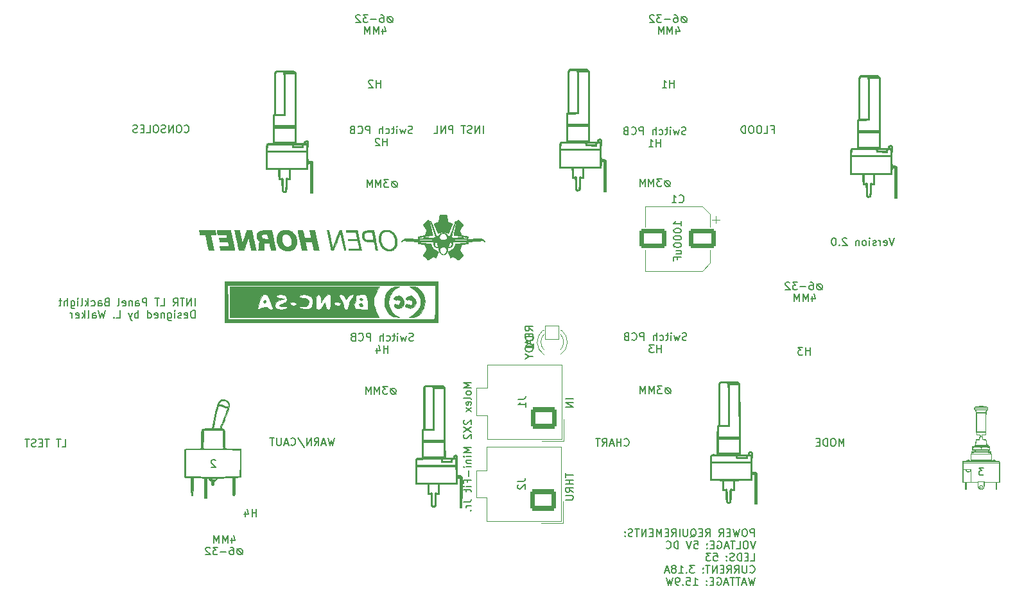
<source format=gbr>
%TF.GenerationSoftware,KiCad,Pcbnew,(6.0.9)*%
%TF.CreationDate,2022-12-27T05:54:40-09:00*%
%TF.ProjectId,PCB_ INTR LT PANEL,5043422c-2049-44e5-9452-204c54205041,rev?*%
%TF.SameCoordinates,Original*%
%TF.FileFunction,Legend,Bot*%
%TF.FilePolarity,Positive*%
%FSLAX46Y46*%
G04 Gerber Fmt 4.6, Leading zero omitted, Abs format (unit mm)*
G04 Created by KiCad (PCBNEW (6.0.9)) date 2022-12-27 05:54:40*
%MOMM*%
%LPD*%
G01*
G04 APERTURE LIST*
G04 Aperture macros list*
%AMRoundRect*
0 Rectangle with rounded corners*
0 $1 Rounding radius*
0 $2 $3 $4 $5 $6 $7 $8 $9 X,Y pos of 4 corners*
0 Add a 4 corners polygon primitive as box body*
4,1,4,$2,$3,$4,$5,$6,$7,$8,$9,$2,$3,0*
0 Add four circle primitives for the rounded corners*
1,1,$1+$1,$2,$3*
1,1,$1+$1,$4,$5*
1,1,$1+$1,$6,$7*
1,1,$1+$1,$8,$9*
0 Add four rect primitives between the rounded corners*
20,1,$1+$1,$2,$3,$4,$5,0*
20,1,$1+$1,$4,$5,$6,$7,0*
20,1,$1+$1,$6,$7,$8,$9,0*
20,1,$1+$1,$8,$9,$2,$3,0*%
G04 Aperture macros list end*
%ADD10C,0.150000*%
%ADD11C,0.120000*%
%ADD12C,0.010000*%
%ADD13C,0.100000*%
%ADD14RoundRect,0.300001X1.399999X-1.099999X1.399999X1.099999X-1.399999X1.099999X-1.399999X-1.099999X0*%
%ADD15O,3.400000X2.800000*%
%ADD16RoundRect,0.050000X-0.900000X0.900000X-0.900000X-0.900000X0.900000X-0.900000X0.900000X0.900000X0*%
%ADD17C,1.900000*%
%ADD18RoundRect,0.300000X1.500000X1.000000X-1.500000X1.000000X-1.500000X-1.000000X1.500000X-1.000000X0*%
%ADD19C,12.800000*%
%ADD20C,7.640752*%
%ADD21C,2.481250*%
%ADD22C,4.400000*%
G04 APERTURE END LIST*
D10*
X134143238Y-94494161D02*
X134000380Y-94541780D01*
X133762285Y-94541780D01*
X133667047Y-94494161D01*
X133619428Y-94446542D01*
X133571809Y-94351304D01*
X133571809Y-94256066D01*
X133619428Y-94160828D01*
X133667047Y-94113209D01*
X133762285Y-94065590D01*
X133952761Y-94017971D01*
X134048000Y-93970352D01*
X134095619Y-93922733D01*
X134143238Y-93827495D01*
X134143238Y-93732257D01*
X134095619Y-93637019D01*
X134048000Y-93589400D01*
X133952761Y-93541780D01*
X133714666Y-93541780D01*
X133571809Y-93589400D01*
X133238476Y-93875114D02*
X133048000Y-94541780D01*
X132857523Y-94065590D01*
X132667047Y-94541780D01*
X132476571Y-93875114D01*
X132095619Y-94541780D02*
X132095619Y-93875114D01*
X132095619Y-93541780D02*
X132143238Y-93589400D01*
X132095619Y-93637019D01*
X132048000Y-93589400D01*
X132095619Y-93541780D01*
X132095619Y-93637019D01*
X131762285Y-93875114D02*
X131381333Y-93875114D01*
X131619428Y-93541780D02*
X131619428Y-94398923D01*
X131571809Y-94494161D01*
X131476571Y-94541780D01*
X131381333Y-94541780D01*
X130619428Y-94494161D02*
X130714666Y-94541780D01*
X130905142Y-94541780D01*
X131000380Y-94494161D01*
X131048000Y-94446542D01*
X131095619Y-94351304D01*
X131095619Y-94065590D01*
X131048000Y-93970352D01*
X131000380Y-93922733D01*
X130905142Y-93875114D01*
X130714666Y-93875114D01*
X130619428Y-93922733D01*
X130190857Y-94541780D02*
X130190857Y-93541780D01*
X129762285Y-94541780D02*
X129762285Y-94017971D01*
X129809904Y-93922733D01*
X129905142Y-93875114D01*
X130048000Y-93875114D01*
X130143238Y-93922733D01*
X130190857Y-93970352D01*
X128524190Y-94541780D02*
X128524190Y-93541780D01*
X128143238Y-93541780D01*
X128048000Y-93589400D01*
X128000380Y-93637019D01*
X127952761Y-93732257D01*
X127952761Y-93875114D01*
X128000380Y-93970352D01*
X128048000Y-94017971D01*
X128143238Y-94065590D01*
X128524190Y-94065590D01*
X126952761Y-94446542D02*
X127000380Y-94494161D01*
X127143238Y-94541780D01*
X127238476Y-94541780D01*
X127381333Y-94494161D01*
X127476571Y-94398923D01*
X127524190Y-94303685D01*
X127571809Y-94113209D01*
X127571809Y-93970352D01*
X127524190Y-93779876D01*
X127476571Y-93684638D01*
X127381333Y-93589400D01*
X127238476Y-93541780D01*
X127143238Y-93541780D01*
X127000380Y-93589400D01*
X126952761Y-93637019D01*
X126190857Y-94017971D02*
X126048000Y-94065590D01*
X126000380Y-94113209D01*
X125952761Y-94208447D01*
X125952761Y-94351304D01*
X126000380Y-94446542D01*
X126048000Y-94494161D01*
X126143238Y-94541780D01*
X126524190Y-94541780D01*
X126524190Y-93541780D01*
X126190857Y-93541780D01*
X126095619Y-93589400D01*
X126048000Y-93637019D01*
X126000380Y-93732257D01*
X126000380Y-93827495D01*
X126048000Y-93922733D01*
X126095619Y-93970352D01*
X126190857Y-94017971D01*
X126524190Y-94017971D01*
X130809904Y-96151780D02*
X130809904Y-95151780D01*
X130809904Y-95627971D02*
X130238476Y-95627971D01*
X130238476Y-96151780D02*
X130238476Y-95151780D01*
X129857523Y-95151780D02*
X129238476Y-95151780D01*
X129571809Y-95532733D01*
X129428952Y-95532733D01*
X129333714Y-95580352D01*
X129286095Y-95627971D01*
X129238476Y-95723209D01*
X129238476Y-95961304D01*
X129286095Y-96056542D01*
X129333714Y-96104161D01*
X129428952Y-96151780D01*
X129714666Y-96151780D01*
X129809904Y-96104161D01*
X129857523Y-96056542D01*
X95719685Y-73553676D02*
X95529209Y-73553676D01*
X95338733Y-73648914D01*
X95243495Y-73839390D01*
X95243495Y-74029866D01*
X95338733Y-74220342D01*
X95529209Y-74315580D01*
X95719685Y-74315580D01*
X95910161Y-74220342D01*
X96005400Y-74029866D01*
X96005400Y-73839390D01*
X95910161Y-73648914D01*
X95719685Y-73553676D01*
X95243495Y-73553676D02*
X96005400Y-74315580D01*
X94862542Y-73315580D02*
X94243495Y-73315580D01*
X94576828Y-73696533D01*
X94433971Y-73696533D01*
X94338733Y-73744152D01*
X94291114Y-73791771D01*
X94243495Y-73887009D01*
X94243495Y-74125104D01*
X94291114Y-74220342D01*
X94338733Y-74267961D01*
X94433971Y-74315580D01*
X94719685Y-74315580D01*
X94814923Y-74267961D01*
X94862542Y-74220342D01*
X93814923Y-74315580D02*
X93814923Y-73315580D01*
X93481590Y-74029866D01*
X93148257Y-73315580D01*
X93148257Y-74315580D01*
X92672066Y-74315580D02*
X92672066Y-73315580D01*
X92338733Y-74029866D01*
X92005400Y-73315580D01*
X92005400Y-74315580D01*
X134067038Y-67316161D02*
X133924180Y-67363780D01*
X133686085Y-67363780D01*
X133590847Y-67316161D01*
X133543228Y-67268542D01*
X133495609Y-67173304D01*
X133495609Y-67078066D01*
X133543228Y-66982828D01*
X133590847Y-66935209D01*
X133686085Y-66887590D01*
X133876561Y-66839971D01*
X133971800Y-66792352D01*
X134019419Y-66744733D01*
X134067038Y-66649495D01*
X134067038Y-66554257D01*
X134019419Y-66459019D01*
X133971800Y-66411400D01*
X133876561Y-66363780D01*
X133638466Y-66363780D01*
X133495609Y-66411400D01*
X133162276Y-66697114D02*
X132971800Y-67363780D01*
X132781323Y-66887590D01*
X132590847Y-67363780D01*
X132400371Y-66697114D01*
X132019419Y-67363780D02*
X132019419Y-66697114D01*
X132019419Y-66363780D02*
X132067038Y-66411400D01*
X132019419Y-66459019D01*
X131971800Y-66411400D01*
X132019419Y-66363780D01*
X132019419Y-66459019D01*
X131686085Y-66697114D02*
X131305133Y-66697114D01*
X131543228Y-66363780D02*
X131543228Y-67220923D01*
X131495609Y-67316161D01*
X131400371Y-67363780D01*
X131305133Y-67363780D01*
X130543228Y-67316161D02*
X130638466Y-67363780D01*
X130828942Y-67363780D01*
X130924180Y-67316161D01*
X130971800Y-67268542D01*
X131019419Y-67173304D01*
X131019419Y-66887590D01*
X130971800Y-66792352D01*
X130924180Y-66744733D01*
X130828942Y-66697114D01*
X130638466Y-66697114D01*
X130543228Y-66744733D01*
X130114657Y-67363780D02*
X130114657Y-66363780D01*
X129686085Y-67363780D02*
X129686085Y-66839971D01*
X129733704Y-66744733D01*
X129828942Y-66697114D01*
X129971800Y-66697114D01*
X130067038Y-66744733D01*
X130114657Y-66792352D01*
X128447990Y-67363780D02*
X128447990Y-66363780D01*
X128067038Y-66363780D01*
X127971800Y-66411400D01*
X127924180Y-66459019D01*
X127876561Y-66554257D01*
X127876561Y-66697114D01*
X127924180Y-66792352D01*
X127971800Y-66839971D01*
X128067038Y-66887590D01*
X128447990Y-66887590D01*
X126876561Y-67268542D02*
X126924180Y-67316161D01*
X127067038Y-67363780D01*
X127162276Y-67363780D01*
X127305133Y-67316161D01*
X127400371Y-67220923D01*
X127447990Y-67125685D01*
X127495609Y-66935209D01*
X127495609Y-66792352D01*
X127447990Y-66601876D01*
X127400371Y-66506638D01*
X127305133Y-66411400D01*
X127162276Y-66363780D01*
X127067038Y-66363780D01*
X126924180Y-66411400D01*
X126876561Y-66459019D01*
X126114657Y-66839971D02*
X125971800Y-66887590D01*
X125924180Y-66935209D01*
X125876561Y-67030447D01*
X125876561Y-67173304D01*
X125924180Y-67268542D01*
X125971800Y-67316161D01*
X126067038Y-67363780D01*
X126447990Y-67363780D01*
X126447990Y-66363780D01*
X126114657Y-66363780D01*
X126019419Y-66411400D01*
X125971800Y-66459019D01*
X125924180Y-66554257D01*
X125924180Y-66649495D01*
X125971800Y-66744733D01*
X126019419Y-66792352D01*
X126114657Y-66839971D01*
X126447990Y-66839971D01*
X130733704Y-68973780D02*
X130733704Y-67973780D01*
X130733704Y-68449971D02*
X130162276Y-68449971D01*
X130162276Y-68973780D02*
X130162276Y-67973780D01*
X129162276Y-68973780D02*
X129733704Y-68973780D01*
X129447990Y-68973780D02*
X129447990Y-67973780D01*
X129543228Y-68116638D01*
X129638466Y-68211876D01*
X129733704Y-68259495D01*
X95567285Y-100858676D02*
X95376809Y-100858676D01*
X95186333Y-100953914D01*
X95091095Y-101144390D01*
X95091095Y-101334866D01*
X95186333Y-101525342D01*
X95376809Y-101620580D01*
X95567285Y-101620580D01*
X95757761Y-101525342D01*
X95853000Y-101334866D01*
X95853000Y-101144390D01*
X95757761Y-100953914D01*
X95567285Y-100858676D01*
X95091095Y-100858676D02*
X95853000Y-101620580D01*
X94710142Y-100620580D02*
X94091095Y-100620580D01*
X94424428Y-101001533D01*
X94281571Y-101001533D01*
X94186333Y-101049152D01*
X94138714Y-101096771D01*
X94091095Y-101192009D01*
X94091095Y-101430104D01*
X94138714Y-101525342D01*
X94186333Y-101572961D01*
X94281571Y-101620580D01*
X94567285Y-101620580D01*
X94662523Y-101572961D01*
X94710142Y-101525342D01*
X93662523Y-101620580D02*
X93662523Y-100620580D01*
X93329190Y-101334866D01*
X92995857Y-100620580D01*
X92995857Y-101620580D01*
X92519666Y-101620580D02*
X92519666Y-100620580D01*
X92186333Y-101334866D01*
X91853000Y-100620580D01*
X91853000Y-101620580D01*
X107330476Y-67178180D02*
X107330476Y-66178180D01*
X106854285Y-67178180D02*
X106854285Y-66178180D01*
X106282857Y-67178180D01*
X106282857Y-66178180D01*
X105854285Y-67130561D02*
X105711428Y-67178180D01*
X105473333Y-67178180D01*
X105378095Y-67130561D01*
X105330476Y-67082942D01*
X105282857Y-66987704D01*
X105282857Y-66892466D01*
X105330476Y-66797228D01*
X105378095Y-66749609D01*
X105473333Y-66701990D01*
X105663809Y-66654371D01*
X105759047Y-66606752D01*
X105806666Y-66559133D01*
X105854285Y-66463895D01*
X105854285Y-66368657D01*
X105806666Y-66273419D01*
X105759047Y-66225800D01*
X105663809Y-66178180D01*
X105425714Y-66178180D01*
X105282857Y-66225800D01*
X104997142Y-66178180D02*
X104425714Y-66178180D01*
X104711428Y-67178180D02*
X104711428Y-66178180D01*
X103330476Y-67178180D02*
X103330476Y-66178180D01*
X102949523Y-66178180D01*
X102854285Y-66225800D01*
X102806666Y-66273419D01*
X102759047Y-66368657D01*
X102759047Y-66511514D01*
X102806666Y-66606752D01*
X102854285Y-66654371D01*
X102949523Y-66701990D01*
X103330476Y-66701990D01*
X102330476Y-67178180D02*
X102330476Y-66178180D01*
X101759047Y-67178180D01*
X101759047Y-66178180D01*
X100806666Y-67178180D02*
X101282857Y-67178180D01*
X101282857Y-66178180D01*
X154895323Y-108503980D02*
X154895323Y-107503980D01*
X154561990Y-108218266D01*
X154228657Y-107503980D01*
X154228657Y-108503980D01*
X153561990Y-107503980D02*
X153371514Y-107503980D01*
X153276276Y-107551600D01*
X153181038Y-107646838D01*
X153133419Y-107837314D01*
X153133419Y-108170647D01*
X153181038Y-108361123D01*
X153276276Y-108456361D01*
X153371514Y-108503980D01*
X153561990Y-108503980D01*
X153657228Y-108456361D01*
X153752466Y-108361123D01*
X153800085Y-108170647D01*
X153800085Y-107837314D01*
X153752466Y-107646838D01*
X153657228Y-107551600D01*
X153561990Y-107503980D01*
X152704847Y-108503980D02*
X152704847Y-107503980D01*
X152466752Y-107503980D01*
X152323895Y-107551600D01*
X152228657Y-107646838D01*
X152181038Y-107742076D01*
X152133419Y-107932552D01*
X152133419Y-108075409D01*
X152181038Y-108265885D01*
X152228657Y-108361123D01*
X152323895Y-108456361D01*
X152466752Y-108503980D01*
X152704847Y-108503980D01*
X151704847Y-107980171D02*
X151371514Y-107980171D01*
X151228657Y-108503980D02*
X151704847Y-108503980D01*
X151704847Y-107503980D01*
X151228657Y-107503980D01*
X119202380Y-102276190D02*
X118202380Y-102276190D01*
X119202380Y-102752380D02*
X118202380Y-102752380D01*
X119202380Y-103323809D01*
X118202380Y-103323809D01*
X133446780Y-79383190D02*
X133446780Y-78811761D01*
X133446780Y-79097476D02*
X132446780Y-79097476D01*
X132589638Y-79002238D01*
X132684876Y-78907000D01*
X132732495Y-78811761D01*
X132446780Y-80002238D02*
X132446780Y-80097476D01*
X132494400Y-80192714D01*
X132542019Y-80240333D01*
X132637257Y-80287952D01*
X132827733Y-80335571D01*
X133065828Y-80335571D01*
X133256304Y-80287952D01*
X133351542Y-80240333D01*
X133399161Y-80192714D01*
X133446780Y-80097476D01*
X133446780Y-80002238D01*
X133399161Y-79907000D01*
X133351542Y-79859380D01*
X133256304Y-79811761D01*
X133065828Y-79764142D01*
X132827733Y-79764142D01*
X132637257Y-79811761D01*
X132542019Y-79859380D01*
X132494400Y-79907000D01*
X132446780Y-80002238D01*
X132446780Y-80954619D02*
X132446780Y-81049857D01*
X132494400Y-81145095D01*
X132542019Y-81192714D01*
X132637257Y-81240333D01*
X132827733Y-81287952D01*
X133065828Y-81287952D01*
X133256304Y-81240333D01*
X133351542Y-81192714D01*
X133399161Y-81145095D01*
X133446780Y-81049857D01*
X133446780Y-80954619D01*
X133399161Y-80859380D01*
X133351542Y-80811761D01*
X133256304Y-80764142D01*
X133065828Y-80716523D01*
X132827733Y-80716523D01*
X132637257Y-80764142D01*
X132542019Y-80811761D01*
X132494400Y-80859380D01*
X132446780Y-80954619D01*
X132446780Y-81907000D02*
X132446780Y-82002238D01*
X132494400Y-82097476D01*
X132542019Y-82145095D01*
X132637257Y-82192714D01*
X132827733Y-82240333D01*
X133065828Y-82240333D01*
X133256304Y-82192714D01*
X133351542Y-82145095D01*
X133399161Y-82097476D01*
X133446780Y-82002238D01*
X133446780Y-81907000D01*
X133399161Y-81811761D01*
X133351542Y-81764142D01*
X133256304Y-81716523D01*
X133065828Y-81668904D01*
X132827733Y-81668904D01*
X132637257Y-81716523D01*
X132542019Y-81764142D01*
X132494400Y-81811761D01*
X132446780Y-81907000D01*
X132780114Y-83097476D02*
X133446780Y-83097476D01*
X132780114Y-82668904D02*
X133303923Y-82668904D01*
X133399161Y-82716523D01*
X133446780Y-82811761D01*
X133446780Y-82954619D01*
X133399161Y-83049857D01*
X133351542Y-83097476D01*
X132922971Y-83907000D02*
X132922971Y-83573666D01*
X133446780Y-83573666D02*
X132446780Y-83573666D01*
X132446780Y-84049857D01*
X72010714Y-110397619D02*
X71963095Y-110350000D01*
X71867857Y-110302380D01*
X71629761Y-110302380D01*
X71534523Y-110350000D01*
X71486904Y-110397619D01*
X71439285Y-110492857D01*
X71439285Y-110588095D01*
X71486904Y-110730952D01*
X72058333Y-111302380D01*
X71439285Y-111302380D01*
X131762285Y-100833276D02*
X131571809Y-100833276D01*
X131381333Y-100928514D01*
X131286095Y-101118990D01*
X131286095Y-101309466D01*
X131381333Y-101499942D01*
X131571809Y-101595180D01*
X131762285Y-101595180D01*
X131952761Y-101499942D01*
X132048000Y-101309466D01*
X132048000Y-101118990D01*
X131952761Y-100928514D01*
X131762285Y-100833276D01*
X131286095Y-100833276D02*
X132048000Y-101595180D01*
X130905142Y-100595180D02*
X130286095Y-100595180D01*
X130619428Y-100976133D01*
X130476571Y-100976133D01*
X130381333Y-101023752D01*
X130333714Y-101071371D01*
X130286095Y-101166609D01*
X130286095Y-101404704D01*
X130333714Y-101499942D01*
X130381333Y-101547561D01*
X130476571Y-101595180D01*
X130762285Y-101595180D01*
X130857523Y-101547561D01*
X130905142Y-101499942D01*
X129857523Y-101595180D02*
X129857523Y-100595180D01*
X129524190Y-101309466D01*
X129190857Y-100595180D01*
X129190857Y-101595180D01*
X128714666Y-101595180D02*
X128714666Y-100595180D01*
X128381333Y-101309466D01*
X128048000Y-100595180D01*
X128048000Y-101595180D01*
X51799857Y-108580180D02*
X52276047Y-108580180D01*
X52276047Y-107580180D01*
X51609380Y-107580180D02*
X51037952Y-107580180D01*
X51323666Y-108580180D02*
X51323666Y-107580180D01*
X50085571Y-107580180D02*
X49514142Y-107580180D01*
X49799857Y-108580180D02*
X49799857Y-107580180D01*
X49180809Y-108056371D02*
X48847476Y-108056371D01*
X48704619Y-108580180D02*
X49180809Y-108580180D01*
X49180809Y-107580180D01*
X48704619Y-107580180D01*
X48323666Y-108532561D02*
X48180809Y-108580180D01*
X47942714Y-108580180D01*
X47847476Y-108532561D01*
X47799857Y-108484942D01*
X47752238Y-108389704D01*
X47752238Y-108294466D01*
X47799857Y-108199228D01*
X47847476Y-108151609D01*
X47942714Y-108103990D01*
X48133190Y-108056371D01*
X48228428Y-108008752D01*
X48276047Y-107961133D01*
X48323666Y-107865895D01*
X48323666Y-107770657D01*
X48276047Y-107675419D01*
X48228428Y-107627800D01*
X48133190Y-107580180D01*
X47895095Y-107580180D01*
X47752238Y-107627800D01*
X47466523Y-107580180D02*
X46895095Y-107580180D01*
X47180809Y-108580180D02*
X47180809Y-107580180D01*
X113863380Y-93292800D02*
X113387190Y-92959466D01*
X113863380Y-92721371D02*
X112863380Y-92721371D01*
X112863380Y-93102323D01*
X112911000Y-93197561D01*
X112958619Y-93245180D01*
X113053857Y-93292800D01*
X113196714Y-93292800D01*
X113291952Y-93245180D01*
X113339571Y-93197561D01*
X113387190Y-93102323D01*
X113387190Y-92721371D01*
X113339571Y-93721371D02*
X113339571Y-94054704D01*
X113863380Y-94197561D02*
X113863380Y-93721371D01*
X112863380Y-93721371D01*
X112863380Y-94197561D01*
X113577666Y-94578514D02*
X113577666Y-95054704D01*
X113863380Y-94483276D02*
X112863380Y-94816609D01*
X113863380Y-95149942D01*
X113863380Y-95483276D02*
X112863380Y-95483276D01*
X112863380Y-95721371D01*
X112911000Y-95864228D01*
X113006238Y-95959466D01*
X113101476Y-96007085D01*
X113291952Y-96054704D01*
X113434809Y-96054704D01*
X113625285Y-96007085D01*
X113720523Y-95959466D01*
X113815761Y-95864228D01*
X113863380Y-95721371D01*
X113863380Y-95483276D01*
X113387190Y-96673752D02*
X113863380Y-96673752D01*
X112863380Y-96340419D02*
X113387190Y-96673752D01*
X112863380Y-97007085D01*
X97999038Y-67189161D02*
X97856180Y-67236780D01*
X97618085Y-67236780D01*
X97522847Y-67189161D01*
X97475228Y-67141542D01*
X97427609Y-67046304D01*
X97427609Y-66951066D01*
X97475228Y-66855828D01*
X97522847Y-66808209D01*
X97618085Y-66760590D01*
X97808561Y-66712971D01*
X97903800Y-66665352D01*
X97951419Y-66617733D01*
X97999038Y-66522495D01*
X97999038Y-66427257D01*
X97951419Y-66332019D01*
X97903800Y-66284400D01*
X97808561Y-66236780D01*
X97570466Y-66236780D01*
X97427609Y-66284400D01*
X97094276Y-66570114D02*
X96903800Y-67236780D01*
X96713323Y-66760590D01*
X96522847Y-67236780D01*
X96332371Y-66570114D01*
X95951419Y-67236780D02*
X95951419Y-66570114D01*
X95951419Y-66236780D02*
X95999038Y-66284400D01*
X95951419Y-66332019D01*
X95903800Y-66284400D01*
X95951419Y-66236780D01*
X95951419Y-66332019D01*
X95618085Y-66570114D02*
X95237133Y-66570114D01*
X95475228Y-66236780D02*
X95475228Y-67093923D01*
X95427609Y-67189161D01*
X95332371Y-67236780D01*
X95237133Y-67236780D01*
X94475228Y-67189161D02*
X94570466Y-67236780D01*
X94760942Y-67236780D01*
X94856180Y-67189161D01*
X94903800Y-67141542D01*
X94951419Y-67046304D01*
X94951419Y-66760590D01*
X94903800Y-66665352D01*
X94856180Y-66617733D01*
X94760942Y-66570114D01*
X94570466Y-66570114D01*
X94475228Y-66617733D01*
X94046657Y-67236780D02*
X94046657Y-66236780D01*
X93618085Y-67236780D02*
X93618085Y-66712971D01*
X93665704Y-66617733D01*
X93760942Y-66570114D01*
X93903800Y-66570114D01*
X93999038Y-66617733D01*
X94046657Y-66665352D01*
X92379990Y-67236780D02*
X92379990Y-66236780D01*
X91999038Y-66236780D01*
X91903800Y-66284400D01*
X91856180Y-66332019D01*
X91808561Y-66427257D01*
X91808561Y-66570114D01*
X91856180Y-66665352D01*
X91903800Y-66712971D01*
X91999038Y-66760590D01*
X92379990Y-66760590D01*
X90808561Y-67141542D02*
X90856180Y-67189161D01*
X90999038Y-67236780D01*
X91094276Y-67236780D01*
X91237133Y-67189161D01*
X91332371Y-67093923D01*
X91379990Y-66998685D01*
X91427609Y-66808209D01*
X91427609Y-66665352D01*
X91379990Y-66474876D01*
X91332371Y-66379638D01*
X91237133Y-66284400D01*
X91094276Y-66236780D01*
X90999038Y-66236780D01*
X90856180Y-66284400D01*
X90808561Y-66332019D01*
X90046657Y-66712971D02*
X89903800Y-66760590D01*
X89856180Y-66808209D01*
X89808561Y-66903447D01*
X89808561Y-67046304D01*
X89856180Y-67141542D01*
X89903800Y-67189161D01*
X89999038Y-67236780D01*
X90379990Y-67236780D01*
X90379990Y-66236780D01*
X90046657Y-66236780D01*
X89951419Y-66284400D01*
X89903800Y-66332019D01*
X89856180Y-66427257D01*
X89856180Y-66522495D01*
X89903800Y-66617733D01*
X89951419Y-66665352D01*
X90046657Y-66712971D01*
X90379990Y-66712971D01*
X94665704Y-68846780D02*
X94665704Y-67846780D01*
X94665704Y-68322971D02*
X94094276Y-68322971D01*
X94094276Y-68846780D02*
X94094276Y-67846780D01*
X93665704Y-67942019D02*
X93618085Y-67894400D01*
X93522847Y-67846780D01*
X93284752Y-67846780D01*
X93189514Y-67894400D01*
X93141895Y-67942019D01*
X93094276Y-68037257D01*
X93094276Y-68132495D01*
X93141895Y-68275352D01*
X93713323Y-68846780D01*
X93094276Y-68846780D01*
X118202380Y-112066666D02*
X118202380Y-112638095D01*
X119202380Y-112352380D02*
X118202380Y-112352380D01*
X119202380Y-112971428D02*
X118202380Y-112971428D01*
X118678571Y-112971428D02*
X118678571Y-113542857D01*
X119202380Y-113542857D02*
X118202380Y-113542857D01*
X119202380Y-114590476D02*
X118726190Y-114257142D01*
X119202380Y-114019047D02*
X118202380Y-114019047D01*
X118202380Y-114400000D01*
X118250000Y-114495238D01*
X118297619Y-114542857D01*
X118392857Y-114590476D01*
X118535714Y-114590476D01*
X118630952Y-114542857D01*
X118678571Y-114495238D01*
X118726190Y-114400000D01*
X118726190Y-114019047D01*
X118202380Y-115019047D02*
X119011904Y-115019047D01*
X119107142Y-115066666D01*
X119154761Y-115114285D01*
X119202380Y-115209523D01*
X119202380Y-115400000D01*
X119154761Y-115495238D01*
X119107142Y-115542857D01*
X119011904Y-115590476D01*
X118202380Y-115590476D01*
X67917628Y-67006742D02*
X67965247Y-67054361D01*
X68108104Y-67101980D01*
X68203342Y-67101980D01*
X68346200Y-67054361D01*
X68441438Y-66959123D01*
X68489057Y-66863885D01*
X68536676Y-66673409D01*
X68536676Y-66530552D01*
X68489057Y-66340076D01*
X68441438Y-66244838D01*
X68346200Y-66149600D01*
X68203342Y-66101980D01*
X68108104Y-66101980D01*
X67965247Y-66149600D01*
X67917628Y-66197219D01*
X67298580Y-66101980D02*
X67108104Y-66101980D01*
X67012866Y-66149600D01*
X66917628Y-66244838D01*
X66870009Y-66435314D01*
X66870009Y-66768647D01*
X66917628Y-66959123D01*
X67012866Y-67054361D01*
X67108104Y-67101980D01*
X67298580Y-67101980D01*
X67393819Y-67054361D01*
X67489057Y-66959123D01*
X67536676Y-66768647D01*
X67536676Y-66435314D01*
X67489057Y-66244838D01*
X67393819Y-66149600D01*
X67298580Y-66101980D01*
X66441438Y-67101980D02*
X66441438Y-66101980D01*
X65870009Y-67101980D01*
X65870009Y-66101980D01*
X65441438Y-67054361D02*
X65298580Y-67101980D01*
X65060485Y-67101980D01*
X64965247Y-67054361D01*
X64917628Y-67006742D01*
X64870009Y-66911504D01*
X64870009Y-66816266D01*
X64917628Y-66721028D01*
X64965247Y-66673409D01*
X65060485Y-66625790D01*
X65250961Y-66578171D01*
X65346200Y-66530552D01*
X65393819Y-66482933D01*
X65441438Y-66387695D01*
X65441438Y-66292457D01*
X65393819Y-66197219D01*
X65346200Y-66149600D01*
X65250961Y-66101980D01*
X65012866Y-66101980D01*
X64870009Y-66149600D01*
X64250961Y-66101980D02*
X64060485Y-66101980D01*
X63965247Y-66149600D01*
X63870009Y-66244838D01*
X63822390Y-66435314D01*
X63822390Y-66768647D01*
X63870009Y-66959123D01*
X63965247Y-67054361D01*
X64060485Y-67101980D01*
X64250961Y-67101980D01*
X64346200Y-67054361D01*
X64441438Y-66959123D01*
X64489057Y-66768647D01*
X64489057Y-66435314D01*
X64441438Y-66244838D01*
X64346200Y-66149600D01*
X64250961Y-66101980D01*
X62917628Y-67101980D02*
X63393819Y-67101980D01*
X63393819Y-66101980D01*
X62584295Y-66578171D02*
X62250961Y-66578171D01*
X62108104Y-67101980D02*
X62584295Y-67101980D01*
X62584295Y-66101980D01*
X62108104Y-66101980D01*
X61727152Y-67054361D02*
X61584295Y-67101980D01*
X61346200Y-67101980D01*
X61250961Y-67054361D01*
X61203342Y-67006742D01*
X61155723Y-66911504D01*
X61155723Y-66816266D01*
X61203342Y-66721028D01*
X61250961Y-66673409D01*
X61346200Y-66625790D01*
X61536676Y-66578171D01*
X61631914Y-66530552D01*
X61679533Y-66482933D01*
X61727152Y-66387695D01*
X61727152Y-66292457D01*
X61679533Y-66197219D01*
X61631914Y-66149600D01*
X61536676Y-66101980D01*
X61298580Y-66101980D01*
X61155723Y-66149600D01*
X145344923Y-66654371D02*
X145678257Y-66654371D01*
X145678257Y-67178180D02*
X145678257Y-66178180D01*
X145202066Y-66178180D01*
X144344923Y-67178180D02*
X144821114Y-67178180D01*
X144821114Y-66178180D01*
X143821114Y-66178180D02*
X143630638Y-66178180D01*
X143535400Y-66225800D01*
X143440161Y-66321038D01*
X143392542Y-66511514D01*
X143392542Y-66844847D01*
X143440161Y-67035323D01*
X143535400Y-67130561D01*
X143630638Y-67178180D01*
X143821114Y-67178180D01*
X143916352Y-67130561D01*
X144011590Y-67035323D01*
X144059209Y-66844847D01*
X144059209Y-66511514D01*
X144011590Y-66321038D01*
X143916352Y-66225800D01*
X143821114Y-66178180D01*
X142773495Y-66178180D02*
X142583019Y-66178180D01*
X142487780Y-66225800D01*
X142392542Y-66321038D01*
X142344923Y-66511514D01*
X142344923Y-66844847D01*
X142392542Y-67035323D01*
X142487780Y-67130561D01*
X142583019Y-67178180D01*
X142773495Y-67178180D01*
X142868733Y-67130561D01*
X142963971Y-67035323D01*
X143011590Y-66844847D01*
X143011590Y-66511514D01*
X142963971Y-66321038D01*
X142868733Y-66225800D01*
X142773495Y-66178180D01*
X141916352Y-67178180D02*
X141916352Y-66178180D01*
X141678257Y-66178180D01*
X141535400Y-66225800D01*
X141440161Y-66321038D01*
X141392542Y-66416276D01*
X141344923Y-66606752D01*
X141344923Y-66749609D01*
X141392542Y-66940085D01*
X141440161Y-67035323D01*
X141535400Y-67130561D01*
X141678257Y-67178180D01*
X141916352Y-67178180D01*
X105752380Y-100107219D02*
X104752380Y-100107219D01*
X105466666Y-100440552D01*
X104752380Y-100773885D01*
X105752380Y-100773885D01*
X105752380Y-101392933D02*
X105704761Y-101297695D01*
X105657142Y-101250076D01*
X105561904Y-101202457D01*
X105276190Y-101202457D01*
X105180952Y-101250076D01*
X105133333Y-101297695D01*
X105085714Y-101392933D01*
X105085714Y-101535790D01*
X105133333Y-101631028D01*
X105180952Y-101678647D01*
X105276190Y-101726266D01*
X105561904Y-101726266D01*
X105657142Y-101678647D01*
X105704761Y-101631028D01*
X105752380Y-101535790D01*
X105752380Y-101392933D01*
X105752380Y-102297695D02*
X105704761Y-102202457D01*
X105609523Y-102154838D01*
X104752380Y-102154838D01*
X105704761Y-103059600D02*
X105752380Y-102964361D01*
X105752380Y-102773885D01*
X105704761Y-102678647D01*
X105609523Y-102631028D01*
X105228571Y-102631028D01*
X105133333Y-102678647D01*
X105085714Y-102773885D01*
X105085714Y-102964361D01*
X105133333Y-103059600D01*
X105228571Y-103107219D01*
X105323809Y-103107219D01*
X105419047Y-102631028D01*
X105752380Y-103440552D02*
X105085714Y-103964361D01*
X105085714Y-103440552D02*
X105752380Y-103964361D01*
X104847619Y-105059600D02*
X104800000Y-105107219D01*
X104752380Y-105202457D01*
X104752380Y-105440552D01*
X104800000Y-105535790D01*
X104847619Y-105583409D01*
X104942857Y-105631028D01*
X105038095Y-105631028D01*
X105180952Y-105583409D01*
X105752380Y-105011980D01*
X105752380Y-105631028D01*
X104752380Y-105964361D02*
X105752380Y-106631028D01*
X104752380Y-106631028D02*
X105752380Y-105964361D01*
X104847619Y-106964361D02*
X104800000Y-107011980D01*
X104752380Y-107107219D01*
X104752380Y-107345314D01*
X104800000Y-107440552D01*
X104847619Y-107488171D01*
X104942857Y-107535790D01*
X105038095Y-107535790D01*
X105180952Y-107488171D01*
X105752380Y-106916742D01*
X105752380Y-107535790D01*
X105752380Y-108726266D02*
X104752380Y-108726266D01*
X105466666Y-109059600D01*
X104752380Y-109392933D01*
X105752380Y-109392933D01*
X105752380Y-109869123D02*
X105085714Y-109869123D01*
X104752380Y-109869123D02*
X104800000Y-109821504D01*
X104847619Y-109869123D01*
X104800000Y-109916742D01*
X104752380Y-109869123D01*
X104847619Y-109869123D01*
X105085714Y-110345314D02*
X105752380Y-110345314D01*
X105180952Y-110345314D02*
X105133333Y-110392933D01*
X105085714Y-110488171D01*
X105085714Y-110631028D01*
X105133333Y-110726266D01*
X105228571Y-110773885D01*
X105752380Y-110773885D01*
X105752380Y-111250076D02*
X105085714Y-111250076D01*
X104752380Y-111250076D02*
X104800000Y-111202457D01*
X104847619Y-111250076D01*
X104800000Y-111297695D01*
X104752380Y-111250076D01*
X104847619Y-111250076D01*
X105371428Y-111726266D02*
X105371428Y-112488171D01*
X105228571Y-113297695D02*
X105228571Y-112964361D01*
X105752380Y-112964361D02*
X104752380Y-112964361D01*
X104752380Y-113440552D01*
X105752380Y-113821504D02*
X105085714Y-113821504D01*
X104752380Y-113821504D02*
X104800000Y-113773885D01*
X104847619Y-113821504D01*
X104800000Y-113869123D01*
X104752380Y-113821504D01*
X104847619Y-113821504D01*
X105085714Y-114154838D02*
X105085714Y-114535790D01*
X104752380Y-114297695D02*
X105609523Y-114297695D01*
X105704761Y-114345314D01*
X105752380Y-114440552D01*
X105752380Y-114535790D01*
X104752380Y-115916742D02*
X105466666Y-115916742D01*
X105609523Y-115869123D01*
X105704761Y-115773885D01*
X105752380Y-115631028D01*
X105752380Y-115535790D01*
X105752380Y-116392933D02*
X105085714Y-116392933D01*
X105276190Y-116392933D02*
X105180952Y-116440552D01*
X105133333Y-116488171D01*
X105085714Y-116583409D01*
X105085714Y-116678647D01*
X105657142Y-117011980D02*
X105704761Y-117059600D01*
X105752380Y-117011980D01*
X105704761Y-116964361D01*
X105657142Y-117011980D01*
X105752380Y-117011980D01*
X98100638Y-94544961D02*
X97957780Y-94592580D01*
X97719685Y-94592580D01*
X97624447Y-94544961D01*
X97576828Y-94497342D01*
X97529209Y-94402104D01*
X97529209Y-94306866D01*
X97576828Y-94211628D01*
X97624447Y-94164009D01*
X97719685Y-94116390D01*
X97910161Y-94068771D01*
X98005400Y-94021152D01*
X98053019Y-93973533D01*
X98100638Y-93878295D01*
X98100638Y-93783057D01*
X98053019Y-93687819D01*
X98005400Y-93640200D01*
X97910161Y-93592580D01*
X97672066Y-93592580D01*
X97529209Y-93640200D01*
X97195876Y-93925914D02*
X97005400Y-94592580D01*
X96814923Y-94116390D01*
X96624447Y-94592580D01*
X96433971Y-93925914D01*
X96053019Y-94592580D02*
X96053019Y-93925914D01*
X96053019Y-93592580D02*
X96100638Y-93640200D01*
X96053019Y-93687819D01*
X96005400Y-93640200D01*
X96053019Y-93592580D01*
X96053019Y-93687819D01*
X95719685Y-93925914D02*
X95338733Y-93925914D01*
X95576828Y-93592580D02*
X95576828Y-94449723D01*
X95529209Y-94544961D01*
X95433971Y-94592580D01*
X95338733Y-94592580D01*
X94576828Y-94544961D02*
X94672066Y-94592580D01*
X94862542Y-94592580D01*
X94957780Y-94544961D01*
X95005400Y-94497342D01*
X95053019Y-94402104D01*
X95053019Y-94116390D01*
X95005400Y-94021152D01*
X94957780Y-93973533D01*
X94862542Y-93925914D01*
X94672066Y-93925914D01*
X94576828Y-93973533D01*
X94148257Y-94592580D02*
X94148257Y-93592580D01*
X93719685Y-94592580D02*
X93719685Y-94068771D01*
X93767304Y-93973533D01*
X93862542Y-93925914D01*
X94005400Y-93925914D01*
X94100638Y-93973533D01*
X94148257Y-94021152D01*
X92481590Y-94592580D02*
X92481590Y-93592580D01*
X92100638Y-93592580D01*
X92005400Y-93640200D01*
X91957780Y-93687819D01*
X91910161Y-93783057D01*
X91910161Y-93925914D01*
X91957780Y-94021152D01*
X92005400Y-94068771D01*
X92100638Y-94116390D01*
X92481590Y-94116390D01*
X90910161Y-94497342D02*
X90957780Y-94544961D01*
X91100638Y-94592580D01*
X91195876Y-94592580D01*
X91338733Y-94544961D01*
X91433971Y-94449723D01*
X91481590Y-94354485D01*
X91529209Y-94164009D01*
X91529209Y-94021152D01*
X91481590Y-93830676D01*
X91433971Y-93735438D01*
X91338733Y-93640200D01*
X91195876Y-93592580D01*
X91100638Y-93592580D01*
X90957780Y-93640200D01*
X90910161Y-93687819D01*
X90148257Y-94068771D02*
X90005400Y-94116390D01*
X89957780Y-94164009D01*
X89910161Y-94259247D01*
X89910161Y-94402104D01*
X89957780Y-94497342D01*
X90005400Y-94544961D01*
X90100638Y-94592580D01*
X90481590Y-94592580D01*
X90481590Y-93592580D01*
X90148257Y-93592580D01*
X90053019Y-93640200D01*
X90005400Y-93687819D01*
X89957780Y-93783057D01*
X89957780Y-93878295D01*
X90005400Y-93973533D01*
X90053019Y-94021152D01*
X90148257Y-94068771D01*
X90481590Y-94068771D01*
X94767304Y-96202580D02*
X94767304Y-95202580D01*
X94767304Y-95678771D02*
X94195876Y-95678771D01*
X94195876Y-96202580D02*
X94195876Y-95202580D01*
X93291114Y-95535914D02*
X93291114Y-96202580D01*
X93529209Y-95154961D02*
X93767304Y-95869247D01*
X93148257Y-95869247D01*
X69314404Y-89997380D02*
X69314404Y-88997380D01*
X68838214Y-89997380D02*
X68838214Y-88997380D01*
X68266785Y-89997380D01*
X68266785Y-88997380D01*
X67933452Y-88997380D02*
X67362023Y-88997380D01*
X67647738Y-89997380D02*
X67647738Y-88997380D01*
X66457261Y-89997380D02*
X66790595Y-89521190D01*
X67028690Y-89997380D02*
X67028690Y-88997380D01*
X66647738Y-88997380D01*
X66552500Y-89045000D01*
X66504880Y-89092619D01*
X66457261Y-89187857D01*
X66457261Y-89330714D01*
X66504880Y-89425952D01*
X66552500Y-89473571D01*
X66647738Y-89521190D01*
X67028690Y-89521190D01*
X64790595Y-89997380D02*
X65266785Y-89997380D01*
X65266785Y-88997380D01*
X64600119Y-88997380D02*
X64028690Y-88997380D01*
X64314404Y-89997380D02*
X64314404Y-88997380D01*
X62933452Y-89997380D02*
X62933452Y-88997380D01*
X62552500Y-88997380D01*
X62457261Y-89045000D01*
X62409642Y-89092619D01*
X62362023Y-89187857D01*
X62362023Y-89330714D01*
X62409642Y-89425952D01*
X62457261Y-89473571D01*
X62552500Y-89521190D01*
X62933452Y-89521190D01*
X61504880Y-89997380D02*
X61504880Y-89473571D01*
X61552500Y-89378333D01*
X61647738Y-89330714D01*
X61838214Y-89330714D01*
X61933452Y-89378333D01*
X61504880Y-89949761D02*
X61600119Y-89997380D01*
X61838214Y-89997380D01*
X61933452Y-89949761D01*
X61981071Y-89854523D01*
X61981071Y-89759285D01*
X61933452Y-89664047D01*
X61838214Y-89616428D01*
X61600119Y-89616428D01*
X61504880Y-89568809D01*
X61028690Y-89330714D02*
X61028690Y-89997380D01*
X61028690Y-89425952D02*
X60981071Y-89378333D01*
X60885833Y-89330714D01*
X60742976Y-89330714D01*
X60647738Y-89378333D01*
X60600119Y-89473571D01*
X60600119Y-89997380D01*
X59742976Y-89949761D02*
X59838214Y-89997380D01*
X60028690Y-89997380D01*
X60123928Y-89949761D01*
X60171547Y-89854523D01*
X60171547Y-89473571D01*
X60123928Y-89378333D01*
X60028690Y-89330714D01*
X59838214Y-89330714D01*
X59742976Y-89378333D01*
X59695357Y-89473571D01*
X59695357Y-89568809D01*
X60171547Y-89664047D01*
X59123928Y-89997380D02*
X59219166Y-89949761D01*
X59266785Y-89854523D01*
X59266785Y-88997380D01*
X57647738Y-89473571D02*
X57504880Y-89521190D01*
X57457261Y-89568809D01*
X57409642Y-89664047D01*
X57409642Y-89806904D01*
X57457261Y-89902142D01*
X57504880Y-89949761D01*
X57600119Y-89997380D01*
X57981071Y-89997380D01*
X57981071Y-88997380D01*
X57647738Y-88997380D01*
X57552500Y-89045000D01*
X57504880Y-89092619D01*
X57457261Y-89187857D01*
X57457261Y-89283095D01*
X57504880Y-89378333D01*
X57552500Y-89425952D01*
X57647738Y-89473571D01*
X57981071Y-89473571D01*
X56552500Y-89997380D02*
X56552500Y-89473571D01*
X56600119Y-89378333D01*
X56695357Y-89330714D01*
X56885833Y-89330714D01*
X56981071Y-89378333D01*
X56552500Y-89949761D02*
X56647738Y-89997380D01*
X56885833Y-89997380D01*
X56981071Y-89949761D01*
X57028690Y-89854523D01*
X57028690Y-89759285D01*
X56981071Y-89664047D01*
X56885833Y-89616428D01*
X56647738Y-89616428D01*
X56552500Y-89568809D01*
X55647738Y-89949761D02*
X55742976Y-89997380D01*
X55933452Y-89997380D01*
X56028690Y-89949761D01*
X56076309Y-89902142D01*
X56123928Y-89806904D01*
X56123928Y-89521190D01*
X56076309Y-89425952D01*
X56028690Y-89378333D01*
X55933452Y-89330714D01*
X55742976Y-89330714D01*
X55647738Y-89378333D01*
X55219166Y-89997380D02*
X55219166Y-88997380D01*
X55123928Y-89616428D02*
X54838214Y-89997380D01*
X54838214Y-89330714D02*
X55219166Y-89711666D01*
X54266785Y-89997380D02*
X54362023Y-89949761D01*
X54409642Y-89854523D01*
X54409642Y-88997380D01*
X53885833Y-89997380D02*
X53885833Y-89330714D01*
X53885833Y-88997380D02*
X53933452Y-89045000D01*
X53885833Y-89092619D01*
X53838214Y-89045000D01*
X53885833Y-88997380D01*
X53885833Y-89092619D01*
X52981071Y-89330714D02*
X52981071Y-90140238D01*
X53028690Y-90235476D01*
X53076309Y-90283095D01*
X53171547Y-90330714D01*
X53314404Y-90330714D01*
X53409642Y-90283095D01*
X52981071Y-89949761D02*
X53076309Y-89997380D01*
X53266785Y-89997380D01*
X53362023Y-89949761D01*
X53409642Y-89902142D01*
X53457261Y-89806904D01*
X53457261Y-89521190D01*
X53409642Y-89425952D01*
X53362023Y-89378333D01*
X53266785Y-89330714D01*
X53076309Y-89330714D01*
X52981071Y-89378333D01*
X52504880Y-89997380D02*
X52504880Y-88997380D01*
X52076309Y-89997380D02*
X52076309Y-89473571D01*
X52123928Y-89378333D01*
X52219166Y-89330714D01*
X52362023Y-89330714D01*
X52457261Y-89378333D01*
X52504880Y-89425952D01*
X51742976Y-89330714D02*
X51362023Y-89330714D01*
X51600119Y-88997380D02*
X51600119Y-89854523D01*
X51552500Y-89949761D01*
X51457261Y-89997380D01*
X51362023Y-89997380D01*
X69314404Y-91607380D02*
X69314404Y-90607380D01*
X69076309Y-90607380D01*
X68933452Y-90655000D01*
X68838214Y-90750238D01*
X68790595Y-90845476D01*
X68742976Y-91035952D01*
X68742976Y-91178809D01*
X68790595Y-91369285D01*
X68838214Y-91464523D01*
X68933452Y-91559761D01*
X69076309Y-91607380D01*
X69314404Y-91607380D01*
X67933452Y-91559761D02*
X68028690Y-91607380D01*
X68219166Y-91607380D01*
X68314404Y-91559761D01*
X68362023Y-91464523D01*
X68362023Y-91083571D01*
X68314404Y-90988333D01*
X68219166Y-90940714D01*
X68028690Y-90940714D01*
X67933452Y-90988333D01*
X67885833Y-91083571D01*
X67885833Y-91178809D01*
X68362023Y-91274047D01*
X67504880Y-91559761D02*
X67409642Y-91607380D01*
X67219166Y-91607380D01*
X67123928Y-91559761D01*
X67076309Y-91464523D01*
X67076309Y-91416904D01*
X67123928Y-91321666D01*
X67219166Y-91274047D01*
X67362023Y-91274047D01*
X67457261Y-91226428D01*
X67504880Y-91131190D01*
X67504880Y-91083571D01*
X67457261Y-90988333D01*
X67362023Y-90940714D01*
X67219166Y-90940714D01*
X67123928Y-90988333D01*
X66647738Y-91607380D02*
X66647738Y-90940714D01*
X66647738Y-90607380D02*
X66695357Y-90655000D01*
X66647738Y-90702619D01*
X66600119Y-90655000D01*
X66647738Y-90607380D01*
X66647738Y-90702619D01*
X65742976Y-90940714D02*
X65742976Y-91750238D01*
X65790595Y-91845476D01*
X65838214Y-91893095D01*
X65933452Y-91940714D01*
X66076309Y-91940714D01*
X66171547Y-91893095D01*
X65742976Y-91559761D02*
X65838214Y-91607380D01*
X66028690Y-91607380D01*
X66123928Y-91559761D01*
X66171547Y-91512142D01*
X66219166Y-91416904D01*
X66219166Y-91131190D01*
X66171547Y-91035952D01*
X66123928Y-90988333D01*
X66028690Y-90940714D01*
X65838214Y-90940714D01*
X65742976Y-90988333D01*
X65266785Y-90940714D02*
X65266785Y-91607380D01*
X65266785Y-91035952D02*
X65219166Y-90988333D01*
X65123928Y-90940714D01*
X64981071Y-90940714D01*
X64885833Y-90988333D01*
X64838214Y-91083571D01*
X64838214Y-91607380D01*
X63981071Y-91559761D02*
X64076309Y-91607380D01*
X64266785Y-91607380D01*
X64362023Y-91559761D01*
X64409642Y-91464523D01*
X64409642Y-91083571D01*
X64362023Y-90988333D01*
X64266785Y-90940714D01*
X64076309Y-90940714D01*
X63981071Y-90988333D01*
X63933452Y-91083571D01*
X63933452Y-91178809D01*
X64409642Y-91274047D01*
X63076309Y-91607380D02*
X63076309Y-90607380D01*
X63076309Y-91559761D02*
X63171547Y-91607380D01*
X63362023Y-91607380D01*
X63457261Y-91559761D01*
X63504880Y-91512142D01*
X63552500Y-91416904D01*
X63552500Y-91131190D01*
X63504880Y-91035952D01*
X63457261Y-90988333D01*
X63362023Y-90940714D01*
X63171547Y-90940714D01*
X63076309Y-90988333D01*
X61838214Y-91607380D02*
X61838214Y-90607380D01*
X61838214Y-90988333D02*
X61742976Y-90940714D01*
X61552500Y-90940714D01*
X61457261Y-90988333D01*
X61409642Y-91035952D01*
X61362023Y-91131190D01*
X61362023Y-91416904D01*
X61409642Y-91512142D01*
X61457261Y-91559761D01*
X61552500Y-91607380D01*
X61742976Y-91607380D01*
X61838214Y-91559761D01*
X61028690Y-90940714D02*
X60790595Y-91607380D01*
X60552500Y-90940714D02*
X60790595Y-91607380D01*
X60885833Y-91845476D01*
X60933452Y-91893095D01*
X61028690Y-91940714D01*
X58933452Y-91607380D02*
X59409642Y-91607380D01*
X59409642Y-90607380D01*
X58600119Y-91512142D02*
X58552500Y-91559761D01*
X58600119Y-91607380D01*
X58647738Y-91559761D01*
X58600119Y-91512142D01*
X58600119Y-91607380D01*
X57457261Y-90607380D02*
X57219166Y-91607380D01*
X57028690Y-90893095D01*
X56838214Y-91607380D01*
X56600119Y-90607380D01*
X55790595Y-91607380D02*
X55790595Y-91083571D01*
X55838214Y-90988333D01*
X55933452Y-90940714D01*
X56123928Y-90940714D01*
X56219166Y-90988333D01*
X55790595Y-91559761D02*
X55885833Y-91607380D01*
X56123928Y-91607380D01*
X56219166Y-91559761D01*
X56266785Y-91464523D01*
X56266785Y-91369285D01*
X56219166Y-91274047D01*
X56123928Y-91226428D01*
X55885833Y-91226428D01*
X55790595Y-91178809D01*
X55171547Y-91607380D02*
X55266785Y-91559761D01*
X55314404Y-91464523D01*
X55314404Y-90607380D01*
X54790595Y-91607380D02*
X54790595Y-90607380D01*
X54695357Y-91226428D02*
X54409642Y-91607380D01*
X54409642Y-90940714D02*
X54790595Y-91321666D01*
X53600119Y-91559761D02*
X53695357Y-91607380D01*
X53885833Y-91607380D01*
X53981071Y-91559761D01*
X54028690Y-91464523D01*
X54028690Y-91083571D01*
X53981071Y-90988333D01*
X53885833Y-90940714D01*
X53695357Y-90940714D01*
X53600119Y-90988333D01*
X53552500Y-91083571D01*
X53552500Y-91178809D01*
X54028690Y-91274047D01*
X53123928Y-91607380D02*
X53123928Y-90940714D01*
X53123928Y-91131190D02*
X53076309Y-91035952D01*
X53028690Y-90988333D01*
X52933452Y-90940714D01*
X52838214Y-90940714D01*
X143089404Y-120432380D02*
X143089404Y-119432380D01*
X142708452Y-119432380D01*
X142613214Y-119480000D01*
X142565595Y-119527619D01*
X142517976Y-119622857D01*
X142517976Y-119765714D01*
X142565595Y-119860952D01*
X142613214Y-119908571D01*
X142708452Y-119956190D01*
X143089404Y-119956190D01*
X141898928Y-119432380D02*
X141708452Y-119432380D01*
X141613214Y-119480000D01*
X141517976Y-119575238D01*
X141470357Y-119765714D01*
X141470357Y-120099047D01*
X141517976Y-120289523D01*
X141613214Y-120384761D01*
X141708452Y-120432380D01*
X141898928Y-120432380D01*
X141994166Y-120384761D01*
X142089404Y-120289523D01*
X142137023Y-120099047D01*
X142137023Y-119765714D01*
X142089404Y-119575238D01*
X141994166Y-119480000D01*
X141898928Y-119432380D01*
X141137023Y-119432380D02*
X140898928Y-120432380D01*
X140708452Y-119718095D01*
X140517976Y-120432380D01*
X140279880Y-119432380D01*
X139898928Y-119908571D02*
X139565595Y-119908571D01*
X139422738Y-120432380D02*
X139898928Y-120432380D01*
X139898928Y-119432380D01*
X139422738Y-119432380D01*
X138422738Y-120432380D02*
X138756071Y-119956190D01*
X138994166Y-120432380D02*
X138994166Y-119432380D01*
X138613214Y-119432380D01*
X138517976Y-119480000D01*
X138470357Y-119527619D01*
X138422738Y-119622857D01*
X138422738Y-119765714D01*
X138470357Y-119860952D01*
X138517976Y-119908571D01*
X138613214Y-119956190D01*
X138994166Y-119956190D01*
X136660833Y-120432380D02*
X136994166Y-119956190D01*
X137232261Y-120432380D02*
X137232261Y-119432380D01*
X136851309Y-119432380D01*
X136756071Y-119480000D01*
X136708452Y-119527619D01*
X136660833Y-119622857D01*
X136660833Y-119765714D01*
X136708452Y-119860952D01*
X136756071Y-119908571D01*
X136851309Y-119956190D01*
X137232261Y-119956190D01*
X136232261Y-119908571D02*
X135898928Y-119908571D01*
X135756071Y-120432380D02*
X136232261Y-120432380D01*
X136232261Y-119432380D01*
X135756071Y-119432380D01*
X134660833Y-120527619D02*
X134756071Y-120480000D01*
X134851309Y-120384761D01*
X134994166Y-120241904D01*
X135089404Y-120194285D01*
X135184642Y-120194285D01*
X135137023Y-120432380D02*
X135232261Y-120384761D01*
X135327500Y-120289523D01*
X135375119Y-120099047D01*
X135375119Y-119765714D01*
X135327500Y-119575238D01*
X135232261Y-119480000D01*
X135137023Y-119432380D01*
X134946547Y-119432380D01*
X134851309Y-119480000D01*
X134756071Y-119575238D01*
X134708452Y-119765714D01*
X134708452Y-120099047D01*
X134756071Y-120289523D01*
X134851309Y-120384761D01*
X134946547Y-120432380D01*
X135137023Y-120432380D01*
X134279880Y-119432380D02*
X134279880Y-120241904D01*
X134232261Y-120337142D01*
X134184642Y-120384761D01*
X134089404Y-120432380D01*
X133898928Y-120432380D01*
X133803690Y-120384761D01*
X133756071Y-120337142D01*
X133708452Y-120241904D01*
X133708452Y-119432380D01*
X133232261Y-120432380D02*
X133232261Y-119432380D01*
X132184642Y-120432380D02*
X132517976Y-119956190D01*
X132756071Y-120432380D02*
X132756071Y-119432380D01*
X132375119Y-119432380D01*
X132279880Y-119480000D01*
X132232261Y-119527619D01*
X132184642Y-119622857D01*
X132184642Y-119765714D01*
X132232261Y-119860952D01*
X132279880Y-119908571D01*
X132375119Y-119956190D01*
X132756071Y-119956190D01*
X131756071Y-119908571D02*
X131422738Y-119908571D01*
X131279880Y-120432380D02*
X131756071Y-120432380D01*
X131756071Y-119432380D01*
X131279880Y-119432380D01*
X130851309Y-120432380D02*
X130851309Y-119432380D01*
X130517976Y-120146666D01*
X130184642Y-119432380D01*
X130184642Y-120432380D01*
X129708452Y-119908571D02*
X129375119Y-119908571D01*
X129232261Y-120432380D02*
X129708452Y-120432380D01*
X129708452Y-119432380D01*
X129232261Y-119432380D01*
X128803690Y-120432380D02*
X128803690Y-119432380D01*
X128232261Y-120432380D01*
X128232261Y-119432380D01*
X127898928Y-119432380D02*
X127327500Y-119432380D01*
X127613214Y-120432380D02*
X127613214Y-119432380D01*
X127041785Y-120384761D02*
X126898928Y-120432380D01*
X126660833Y-120432380D01*
X126565595Y-120384761D01*
X126517976Y-120337142D01*
X126470357Y-120241904D01*
X126470357Y-120146666D01*
X126517976Y-120051428D01*
X126565595Y-120003809D01*
X126660833Y-119956190D01*
X126851309Y-119908571D01*
X126946547Y-119860952D01*
X126994166Y-119813333D01*
X127041785Y-119718095D01*
X127041785Y-119622857D01*
X126994166Y-119527619D01*
X126946547Y-119480000D01*
X126851309Y-119432380D01*
X126613214Y-119432380D01*
X126470357Y-119480000D01*
X126041785Y-120337142D02*
X125994166Y-120384761D01*
X126041785Y-120432380D01*
X126089404Y-120384761D01*
X126041785Y-120337142D01*
X126041785Y-120432380D01*
X126041785Y-119813333D02*
X125994166Y-119860952D01*
X126041785Y-119908571D01*
X126089404Y-119860952D01*
X126041785Y-119813333D01*
X126041785Y-119908571D01*
X143232261Y-121042380D02*
X142898928Y-122042380D01*
X142565595Y-121042380D01*
X142041785Y-121042380D02*
X141851309Y-121042380D01*
X141756071Y-121090000D01*
X141660833Y-121185238D01*
X141613214Y-121375714D01*
X141613214Y-121709047D01*
X141660833Y-121899523D01*
X141756071Y-121994761D01*
X141851309Y-122042380D01*
X142041785Y-122042380D01*
X142137023Y-121994761D01*
X142232261Y-121899523D01*
X142279880Y-121709047D01*
X142279880Y-121375714D01*
X142232261Y-121185238D01*
X142137023Y-121090000D01*
X142041785Y-121042380D01*
X140708452Y-122042380D02*
X141184642Y-122042380D01*
X141184642Y-121042380D01*
X140517976Y-121042380D02*
X139946547Y-121042380D01*
X140232261Y-122042380D02*
X140232261Y-121042380D01*
X139660833Y-121756666D02*
X139184642Y-121756666D01*
X139756071Y-122042380D02*
X139422738Y-121042380D01*
X139089404Y-122042380D01*
X138232261Y-121090000D02*
X138327500Y-121042380D01*
X138470357Y-121042380D01*
X138613214Y-121090000D01*
X138708452Y-121185238D01*
X138756071Y-121280476D01*
X138803690Y-121470952D01*
X138803690Y-121613809D01*
X138756071Y-121804285D01*
X138708452Y-121899523D01*
X138613214Y-121994761D01*
X138470357Y-122042380D01*
X138375119Y-122042380D01*
X138232261Y-121994761D01*
X138184642Y-121947142D01*
X138184642Y-121613809D01*
X138375119Y-121613809D01*
X137756071Y-121518571D02*
X137422738Y-121518571D01*
X137279880Y-122042380D02*
X137756071Y-122042380D01*
X137756071Y-121042380D01*
X137279880Y-121042380D01*
X136851309Y-121947142D02*
X136803690Y-121994761D01*
X136851309Y-122042380D01*
X136898928Y-121994761D01*
X136851309Y-121947142D01*
X136851309Y-122042380D01*
X136851309Y-121423333D02*
X136803690Y-121470952D01*
X136851309Y-121518571D01*
X136898928Y-121470952D01*
X136851309Y-121423333D01*
X136851309Y-121518571D01*
X135137023Y-121042380D02*
X135613214Y-121042380D01*
X135660833Y-121518571D01*
X135613214Y-121470952D01*
X135517976Y-121423333D01*
X135279880Y-121423333D01*
X135184642Y-121470952D01*
X135137023Y-121518571D01*
X135089404Y-121613809D01*
X135089404Y-121851904D01*
X135137023Y-121947142D01*
X135184642Y-121994761D01*
X135279880Y-122042380D01*
X135517976Y-122042380D01*
X135613214Y-121994761D01*
X135660833Y-121947142D01*
X134803690Y-121042380D02*
X134470357Y-122042380D01*
X134137023Y-121042380D01*
X133041785Y-122042380D02*
X133041785Y-121042380D01*
X132803690Y-121042380D01*
X132660833Y-121090000D01*
X132565595Y-121185238D01*
X132517976Y-121280476D01*
X132470357Y-121470952D01*
X132470357Y-121613809D01*
X132517976Y-121804285D01*
X132565595Y-121899523D01*
X132660833Y-121994761D01*
X132803690Y-122042380D01*
X133041785Y-122042380D01*
X131470357Y-121947142D02*
X131517976Y-121994761D01*
X131660833Y-122042380D01*
X131756071Y-122042380D01*
X131898928Y-121994761D01*
X131994166Y-121899523D01*
X132041785Y-121804285D01*
X132089404Y-121613809D01*
X132089404Y-121470952D01*
X132041785Y-121280476D01*
X131994166Y-121185238D01*
X131898928Y-121090000D01*
X131756071Y-121042380D01*
X131660833Y-121042380D01*
X131517976Y-121090000D01*
X131470357Y-121137619D01*
X142613214Y-123652380D02*
X143089404Y-123652380D01*
X143089404Y-122652380D01*
X142279880Y-123128571D02*
X141946547Y-123128571D01*
X141803690Y-123652380D02*
X142279880Y-123652380D01*
X142279880Y-122652380D01*
X141803690Y-122652380D01*
X141375119Y-123652380D02*
X141375119Y-122652380D01*
X141137023Y-122652380D01*
X140994166Y-122700000D01*
X140898928Y-122795238D01*
X140851309Y-122890476D01*
X140803690Y-123080952D01*
X140803690Y-123223809D01*
X140851309Y-123414285D01*
X140898928Y-123509523D01*
X140994166Y-123604761D01*
X141137023Y-123652380D01*
X141375119Y-123652380D01*
X140422738Y-123604761D02*
X140279880Y-123652380D01*
X140041785Y-123652380D01*
X139946547Y-123604761D01*
X139898928Y-123557142D01*
X139851309Y-123461904D01*
X139851309Y-123366666D01*
X139898928Y-123271428D01*
X139946547Y-123223809D01*
X140041785Y-123176190D01*
X140232261Y-123128571D01*
X140327500Y-123080952D01*
X140375119Y-123033333D01*
X140422738Y-122938095D01*
X140422738Y-122842857D01*
X140375119Y-122747619D01*
X140327500Y-122700000D01*
X140232261Y-122652380D01*
X139994166Y-122652380D01*
X139851309Y-122700000D01*
X139422738Y-123557142D02*
X139375119Y-123604761D01*
X139422738Y-123652380D01*
X139470357Y-123604761D01*
X139422738Y-123557142D01*
X139422738Y-123652380D01*
X139422738Y-123033333D02*
X139375119Y-123080952D01*
X139422738Y-123128571D01*
X139470357Y-123080952D01*
X139422738Y-123033333D01*
X139422738Y-123128571D01*
X137708452Y-122652380D02*
X138184642Y-122652380D01*
X138232261Y-123128571D01*
X138184642Y-123080952D01*
X138089404Y-123033333D01*
X137851309Y-123033333D01*
X137756071Y-123080952D01*
X137708452Y-123128571D01*
X137660833Y-123223809D01*
X137660833Y-123461904D01*
X137708452Y-123557142D01*
X137756071Y-123604761D01*
X137851309Y-123652380D01*
X138089404Y-123652380D01*
X138184642Y-123604761D01*
X138232261Y-123557142D01*
X137327500Y-122652380D02*
X136708452Y-122652380D01*
X137041785Y-123033333D01*
X136898928Y-123033333D01*
X136803690Y-123080952D01*
X136756071Y-123128571D01*
X136708452Y-123223809D01*
X136708452Y-123461904D01*
X136756071Y-123557142D01*
X136803690Y-123604761D01*
X136898928Y-123652380D01*
X137184642Y-123652380D01*
X137279880Y-123604761D01*
X137327500Y-123557142D01*
X142517976Y-125167142D02*
X142565595Y-125214761D01*
X142708452Y-125262380D01*
X142803690Y-125262380D01*
X142946547Y-125214761D01*
X143041785Y-125119523D01*
X143089404Y-125024285D01*
X143137023Y-124833809D01*
X143137023Y-124690952D01*
X143089404Y-124500476D01*
X143041785Y-124405238D01*
X142946547Y-124310000D01*
X142803690Y-124262380D01*
X142708452Y-124262380D01*
X142565595Y-124310000D01*
X142517976Y-124357619D01*
X142089404Y-124262380D02*
X142089404Y-125071904D01*
X142041785Y-125167142D01*
X141994166Y-125214761D01*
X141898928Y-125262380D01*
X141708452Y-125262380D01*
X141613214Y-125214761D01*
X141565595Y-125167142D01*
X141517976Y-125071904D01*
X141517976Y-124262380D01*
X140470357Y-125262380D02*
X140803690Y-124786190D01*
X141041785Y-125262380D02*
X141041785Y-124262380D01*
X140660833Y-124262380D01*
X140565595Y-124310000D01*
X140517976Y-124357619D01*
X140470357Y-124452857D01*
X140470357Y-124595714D01*
X140517976Y-124690952D01*
X140565595Y-124738571D01*
X140660833Y-124786190D01*
X141041785Y-124786190D01*
X139470357Y-125262380D02*
X139803690Y-124786190D01*
X140041785Y-125262380D02*
X140041785Y-124262380D01*
X139660833Y-124262380D01*
X139565595Y-124310000D01*
X139517976Y-124357619D01*
X139470357Y-124452857D01*
X139470357Y-124595714D01*
X139517976Y-124690952D01*
X139565595Y-124738571D01*
X139660833Y-124786190D01*
X140041785Y-124786190D01*
X139041785Y-124738571D02*
X138708452Y-124738571D01*
X138565595Y-125262380D02*
X139041785Y-125262380D01*
X139041785Y-124262380D01*
X138565595Y-124262380D01*
X138137023Y-125262380D02*
X138137023Y-124262380D01*
X137565595Y-125262380D01*
X137565595Y-124262380D01*
X137232261Y-124262380D02*
X136660833Y-124262380D01*
X136946547Y-125262380D02*
X136946547Y-124262380D01*
X136327500Y-125167142D02*
X136279880Y-125214761D01*
X136327500Y-125262380D01*
X136375119Y-125214761D01*
X136327500Y-125167142D01*
X136327500Y-125262380D01*
X136327500Y-124643333D02*
X136279880Y-124690952D01*
X136327500Y-124738571D01*
X136375119Y-124690952D01*
X136327500Y-124643333D01*
X136327500Y-124738571D01*
X135184642Y-124262380D02*
X134565595Y-124262380D01*
X134898928Y-124643333D01*
X134756071Y-124643333D01*
X134660833Y-124690952D01*
X134613214Y-124738571D01*
X134565595Y-124833809D01*
X134565595Y-125071904D01*
X134613214Y-125167142D01*
X134660833Y-125214761D01*
X134756071Y-125262380D01*
X135041785Y-125262380D01*
X135137023Y-125214761D01*
X135184642Y-125167142D01*
X134137023Y-125167142D02*
X134089404Y-125214761D01*
X134137023Y-125262380D01*
X134184642Y-125214761D01*
X134137023Y-125167142D01*
X134137023Y-125262380D01*
X133137023Y-125262380D02*
X133708452Y-125262380D01*
X133422738Y-125262380D02*
X133422738Y-124262380D01*
X133517976Y-124405238D01*
X133613214Y-124500476D01*
X133708452Y-124548095D01*
X132565595Y-124690952D02*
X132660833Y-124643333D01*
X132708452Y-124595714D01*
X132756071Y-124500476D01*
X132756071Y-124452857D01*
X132708452Y-124357619D01*
X132660833Y-124310000D01*
X132565595Y-124262380D01*
X132375119Y-124262380D01*
X132279880Y-124310000D01*
X132232261Y-124357619D01*
X132184642Y-124452857D01*
X132184642Y-124500476D01*
X132232261Y-124595714D01*
X132279880Y-124643333D01*
X132375119Y-124690952D01*
X132565595Y-124690952D01*
X132660833Y-124738571D01*
X132708452Y-124786190D01*
X132756071Y-124881428D01*
X132756071Y-125071904D01*
X132708452Y-125167142D01*
X132660833Y-125214761D01*
X132565595Y-125262380D01*
X132375119Y-125262380D01*
X132279880Y-125214761D01*
X132232261Y-125167142D01*
X132184642Y-125071904D01*
X132184642Y-124881428D01*
X132232261Y-124786190D01*
X132279880Y-124738571D01*
X132375119Y-124690952D01*
X131803690Y-124976666D02*
X131327500Y-124976666D01*
X131898928Y-125262380D02*
X131565595Y-124262380D01*
X131232261Y-125262380D01*
X143184642Y-125872380D02*
X142946547Y-126872380D01*
X142756071Y-126158095D01*
X142565595Y-126872380D01*
X142327500Y-125872380D01*
X141994166Y-126586666D02*
X141517976Y-126586666D01*
X142089404Y-126872380D02*
X141756071Y-125872380D01*
X141422738Y-126872380D01*
X141232261Y-125872380D02*
X140660833Y-125872380D01*
X140946547Y-126872380D02*
X140946547Y-125872380D01*
X140470357Y-125872380D02*
X139898928Y-125872380D01*
X140184642Y-126872380D02*
X140184642Y-125872380D01*
X139613214Y-126586666D02*
X139137023Y-126586666D01*
X139708452Y-126872380D02*
X139375119Y-125872380D01*
X139041785Y-126872380D01*
X138184642Y-125920000D02*
X138279880Y-125872380D01*
X138422738Y-125872380D01*
X138565595Y-125920000D01*
X138660833Y-126015238D01*
X138708452Y-126110476D01*
X138756071Y-126300952D01*
X138756071Y-126443809D01*
X138708452Y-126634285D01*
X138660833Y-126729523D01*
X138565595Y-126824761D01*
X138422738Y-126872380D01*
X138327500Y-126872380D01*
X138184642Y-126824761D01*
X138137023Y-126777142D01*
X138137023Y-126443809D01*
X138327500Y-126443809D01*
X137708452Y-126348571D02*
X137375119Y-126348571D01*
X137232261Y-126872380D02*
X137708452Y-126872380D01*
X137708452Y-125872380D01*
X137232261Y-125872380D01*
X136803690Y-126777142D02*
X136756071Y-126824761D01*
X136803690Y-126872380D01*
X136851309Y-126824761D01*
X136803690Y-126777142D01*
X136803690Y-126872380D01*
X136803690Y-126253333D02*
X136756071Y-126300952D01*
X136803690Y-126348571D01*
X136851309Y-126300952D01*
X136803690Y-126253333D01*
X136803690Y-126348571D01*
X135041785Y-126872380D02*
X135613214Y-126872380D01*
X135327500Y-126872380D02*
X135327500Y-125872380D01*
X135422738Y-126015238D01*
X135517976Y-126110476D01*
X135613214Y-126158095D01*
X134137023Y-125872380D02*
X134613214Y-125872380D01*
X134660833Y-126348571D01*
X134613214Y-126300952D01*
X134517976Y-126253333D01*
X134279880Y-126253333D01*
X134184642Y-126300952D01*
X134137023Y-126348571D01*
X134089404Y-126443809D01*
X134089404Y-126681904D01*
X134137023Y-126777142D01*
X134184642Y-126824761D01*
X134279880Y-126872380D01*
X134517976Y-126872380D01*
X134613214Y-126824761D01*
X134660833Y-126777142D01*
X133660833Y-126777142D02*
X133613214Y-126824761D01*
X133660833Y-126872380D01*
X133708452Y-126824761D01*
X133660833Y-126777142D01*
X133660833Y-126872380D01*
X133137023Y-126872380D02*
X132946547Y-126872380D01*
X132851309Y-126824761D01*
X132803690Y-126777142D01*
X132708452Y-126634285D01*
X132660833Y-126443809D01*
X132660833Y-126062857D01*
X132708452Y-125967619D01*
X132756071Y-125920000D01*
X132851309Y-125872380D01*
X133041785Y-125872380D01*
X133137023Y-125920000D01*
X133184642Y-125967619D01*
X133232261Y-126062857D01*
X133232261Y-126300952D01*
X133184642Y-126396190D01*
X133137023Y-126443809D01*
X133041785Y-126491428D01*
X132851309Y-126491428D01*
X132756071Y-126443809D01*
X132708452Y-126396190D01*
X132660833Y-126300952D01*
X132327500Y-125872380D02*
X132089404Y-126872380D01*
X131898928Y-126158095D01*
X131708452Y-126872380D01*
X131470357Y-125872380D01*
X131711485Y-73426676D02*
X131521009Y-73426676D01*
X131330533Y-73521914D01*
X131235295Y-73712390D01*
X131235295Y-73902866D01*
X131330533Y-74093342D01*
X131521009Y-74188580D01*
X131711485Y-74188580D01*
X131901961Y-74093342D01*
X131997200Y-73902866D01*
X131997200Y-73712390D01*
X131901961Y-73521914D01*
X131711485Y-73426676D01*
X131235295Y-73426676D02*
X131997200Y-74188580D01*
X130854342Y-73188580D02*
X130235295Y-73188580D01*
X130568628Y-73569533D01*
X130425771Y-73569533D01*
X130330533Y-73617152D01*
X130282914Y-73664771D01*
X130235295Y-73760009D01*
X130235295Y-73998104D01*
X130282914Y-74093342D01*
X130330533Y-74140961D01*
X130425771Y-74188580D01*
X130711485Y-74188580D01*
X130806723Y-74140961D01*
X130854342Y-74093342D01*
X129806723Y-74188580D02*
X129806723Y-73188580D01*
X129473390Y-73902866D01*
X129140057Y-73188580D01*
X129140057Y-74188580D01*
X128663866Y-74188580D02*
X128663866Y-73188580D01*
X128330533Y-73902866D01*
X127997200Y-73188580D01*
X127997200Y-74188580D01*
X125933009Y-108408742D02*
X125980628Y-108456361D01*
X126123485Y-108503980D01*
X126218723Y-108503980D01*
X126361580Y-108456361D01*
X126456819Y-108361123D01*
X126504438Y-108265885D01*
X126552057Y-108075409D01*
X126552057Y-107932552D01*
X126504438Y-107742076D01*
X126456819Y-107646838D01*
X126361580Y-107551600D01*
X126218723Y-107503980D01*
X126123485Y-107503980D01*
X125980628Y-107551600D01*
X125933009Y-107599219D01*
X125504438Y-108503980D02*
X125504438Y-107503980D01*
X125504438Y-107980171D02*
X124933009Y-107980171D01*
X124933009Y-108503980D02*
X124933009Y-107503980D01*
X124504438Y-108218266D02*
X124028247Y-108218266D01*
X124599676Y-108503980D02*
X124266342Y-107503980D01*
X123933009Y-108503980D01*
X123028247Y-108503980D02*
X123361580Y-108027790D01*
X123599676Y-108503980D02*
X123599676Y-107503980D01*
X123218723Y-107503980D01*
X123123485Y-107551600D01*
X123075866Y-107599219D01*
X123028247Y-107694457D01*
X123028247Y-107837314D01*
X123075866Y-107932552D01*
X123123485Y-107980171D01*
X123218723Y-108027790D01*
X123599676Y-108027790D01*
X122742533Y-107503980D02*
X122171104Y-107503980D01*
X122456819Y-108503980D02*
X122456819Y-107503980D01*
X161565476Y-81002380D02*
X161232142Y-82002380D01*
X160898809Y-81002380D01*
X160184523Y-81954761D02*
X160279761Y-82002380D01*
X160470238Y-82002380D01*
X160565476Y-81954761D01*
X160613095Y-81859523D01*
X160613095Y-81478571D01*
X160565476Y-81383333D01*
X160470238Y-81335714D01*
X160279761Y-81335714D01*
X160184523Y-81383333D01*
X160136904Y-81478571D01*
X160136904Y-81573809D01*
X160613095Y-81669047D01*
X159708333Y-82002380D02*
X159708333Y-81335714D01*
X159708333Y-81526190D02*
X159660714Y-81430952D01*
X159613095Y-81383333D01*
X159517857Y-81335714D01*
X159422619Y-81335714D01*
X159136904Y-81954761D02*
X159041666Y-82002380D01*
X158851190Y-82002380D01*
X158755952Y-81954761D01*
X158708333Y-81859523D01*
X158708333Y-81811904D01*
X158755952Y-81716666D01*
X158851190Y-81669047D01*
X158994047Y-81669047D01*
X159089285Y-81621428D01*
X159136904Y-81526190D01*
X159136904Y-81478571D01*
X159089285Y-81383333D01*
X158994047Y-81335714D01*
X158851190Y-81335714D01*
X158755952Y-81383333D01*
X158279761Y-82002380D02*
X158279761Y-81335714D01*
X158279761Y-81002380D02*
X158327380Y-81050000D01*
X158279761Y-81097619D01*
X158232142Y-81050000D01*
X158279761Y-81002380D01*
X158279761Y-81097619D01*
X157660714Y-82002380D02*
X157755952Y-81954761D01*
X157803571Y-81907142D01*
X157851190Y-81811904D01*
X157851190Y-81526190D01*
X157803571Y-81430952D01*
X157755952Y-81383333D01*
X157660714Y-81335714D01*
X157517857Y-81335714D01*
X157422619Y-81383333D01*
X157375000Y-81430952D01*
X157327380Y-81526190D01*
X157327380Y-81811904D01*
X157375000Y-81907142D01*
X157422619Y-81954761D01*
X157517857Y-82002380D01*
X157660714Y-82002380D01*
X156898809Y-81335714D02*
X156898809Y-82002380D01*
X156898809Y-81430952D02*
X156851190Y-81383333D01*
X156755952Y-81335714D01*
X156613095Y-81335714D01*
X156517857Y-81383333D01*
X156470238Y-81478571D01*
X156470238Y-82002380D01*
X155279761Y-81097619D02*
X155232142Y-81050000D01*
X155136904Y-81002380D01*
X154898809Y-81002380D01*
X154803571Y-81050000D01*
X154755952Y-81097619D01*
X154708333Y-81192857D01*
X154708333Y-81288095D01*
X154755952Y-81430952D01*
X155327380Y-82002380D01*
X154708333Y-82002380D01*
X154279761Y-81907142D02*
X154232142Y-81954761D01*
X154279761Y-82002380D01*
X154327380Y-81954761D01*
X154279761Y-81907142D01*
X154279761Y-82002380D01*
X153613095Y-81002380D02*
X153517857Y-81002380D01*
X153422619Y-81050000D01*
X153375000Y-81097619D01*
X153327380Y-81192857D01*
X153279761Y-81383333D01*
X153279761Y-81621428D01*
X153327380Y-81811904D01*
X153375000Y-81907142D01*
X153422619Y-81954761D01*
X153517857Y-82002380D01*
X153613095Y-82002380D01*
X153708333Y-81954761D01*
X153755952Y-81907142D01*
X153803571Y-81811904D01*
X153851190Y-81621428D01*
X153851190Y-81383333D01*
X153803571Y-81192857D01*
X153755952Y-81097619D01*
X153708333Y-81050000D01*
X153613095Y-81002380D01*
X87727895Y-107427780D02*
X87489800Y-108427780D01*
X87299323Y-107713495D01*
X87108847Y-108427780D01*
X86870752Y-107427780D01*
X86537419Y-108142066D02*
X86061228Y-108142066D01*
X86632657Y-108427780D02*
X86299323Y-107427780D01*
X85965990Y-108427780D01*
X85061228Y-108427780D02*
X85394561Y-107951590D01*
X85632657Y-108427780D02*
X85632657Y-107427780D01*
X85251704Y-107427780D01*
X85156466Y-107475400D01*
X85108847Y-107523019D01*
X85061228Y-107618257D01*
X85061228Y-107761114D01*
X85108847Y-107856352D01*
X85156466Y-107903971D01*
X85251704Y-107951590D01*
X85632657Y-107951590D01*
X84632657Y-108427780D02*
X84632657Y-107427780D01*
X84061228Y-108427780D01*
X84061228Y-107427780D01*
X82870752Y-107380161D02*
X83727895Y-108665876D01*
X81965990Y-108332542D02*
X82013609Y-108380161D01*
X82156466Y-108427780D01*
X82251704Y-108427780D01*
X82394561Y-108380161D01*
X82489800Y-108284923D01*
X82537419Y-108189685D01*
X82585038Y-107999209D01*
X82585038Y-107856352D01*
X82537419Y-107665876D01*
X82489800Y-107570638D01*
X82394561Y-107475400D01*
X82251704Y-107427780D01*
X82156466Y-107427780D01*
X82013609Y-107475400D01*
X81965990Y-107523019D01*
X81585038Y-108142066D02*
X81108847Y-108142066D01*
X81680276Y-108427780D02*
X81346942Y-107427780D01*
X81013609Y-108427780D01*
X80680276Y-107427780D02*
X80680276Y-108237304D01*
X80632657Y-108332542D01*
X80585038Y-108380161D01*
X80489800Y-108427780D01*
X80299323Y-108427780D01*
X80204085Y-108380161D01*
X80156466Y-108332542D01*
X80108847Y-108237304D01*
X80108847Y-107427780D01*
X79775514Y-107427780D02*
X79204085Y-107427780D01*
X79489800Y-108427780D02*
X79489800Y-107427780D01*
%TO.C,J2*%
X111881756Y-113166666D02*
X112596042Y-113166666D01*
X112738899Y-113119047D01*
X112834137Y-113023809D01*
X112881756Y-112880952D01*
X112881756Y-112785714D01*
X111976995Y-113595238D02*
X111929376Y-113642857D01*
X111881756Y-113738095D01*
X111881756Y-113976190D01*
X111929376Y-114071428D01*
X111976995Y-114119047D01*
X112072233Y-114166666D01*
X112167471Y-114166666D01*
X112310328Y-114119047D01*
X112881756Y-113547619D01*
X112881756Y-114166666D01*
%TO.C,J1*%
X111931756Y-102316666D02*
X112646042Y-102316666D01*
X112788899Y-102269047D01*
X112884137Y-102173809D01*
X112931756Y-102030952D01*
X112931756Y-101935714D01*
X112931756Y-103316666D02*
X112931756Y-102745238D01*
X112931756Y-103030952D02*
X111931756Y-103030952D01*
X112074614Y-102935714D01*
X112169852Y-102840476D01*
X112217471Y-102745238D01*
%TO.C,D1*%
X113926380Y-94029304D02*
X112926380Y-94029304D01*
X112926380Y-94267400D01*
X112974000Y-94410257D01*
X113069238Y-94505495D01*
X113164476Y-94553114D01*
X113354952Y-94600733D01*
X113497809Y-94600733D01*
X113688285Y-94553114D01*
X113783523Y-94505495D01*
X113878761Y-94410257D01*
X113926380Y-94267400D01*
X113926380Y-94029304D01*
X113926380Y-95553114D02*
X113926380Y-94981685D01*
X113926380Y-95267400D02*
X112926380Y-95267400D01*
X113069238Y-95172161D01*
X113164476Y-95076923D01*
X113212095Y-94981685D01*
%TO.C,C1*%
X133162666Y-76259342D02*
X133210285Y-76306961D01*
X133353142Y-76354580D01*
X133448380Y-76354580D01*
X133591238Y-76306961D01*
X133686476Y-76211723D01*
X133734095Y-76116485D01*
X133781714Y-75926009D01*
X133781714Y-75783152D01*
X133734095Y-75592676D01*
X133686476Y-75497438D01*
X133591238Y-75402200D01*
X133448380Y-75354580D01*
X133353142Y-75354580D01*
X133210285Y-75402200D01*
X133162666Y-75449819D01*
X132210285Y-76354580D02*
X132781714Y-76354580D01*
X132496000Y-76354580D02*
X132496000Y-75354580D01*
X132591238Y-75497438D01*
X132686476Y-75592676D01*
X132781714Y-75640295D01*
%TO.C,4*%
X75345657Y-122090476D02*
X75155180Y-122090476D01*
X74964704Y-122185714D01*
X74869466Y-122376190D01*
X74869466Y-122566666D01*
X74964704Y-122757142D01*
X75155180Y-122852380D01*
X75345657Y-122852380D01*
X75536133Y-122757142D01*
X75631371Y-122566666D01*
X75631371Y-122376190D01*
X75536133Y-122185714D01*
X75345657Y-122090476D01*
X74869466Y-122090476D02*
X75631371Y-122852380D01*
X73964704Y-121852380D02*
X74155180Y-121852380D01*
X74250419Y-121900000D01*
X74298038Y-121947619D01*
X74393276Y-122090476D01*
X74440895Y-122280952D01*
X74440895Y-122661904D01*
X74393276Y-122757142D01*
X74345657Y-122804761D01*
X74250419Y-122852380D01*
X74059942Y-122852380D01*
X73964704Y-122804761D01*
X73917085Y-122757142D01*
X73869466Y-122661904D01*
X73869466Y-122423809D01*
X73917085Y-122328571D01*
X73964704Y-122280952D01*
X74059942Y-122233333D01*
X74250419Y-122233333D01*
X74345657Y-122280952D01*
X74393276Y-122328571D01*
X74440895Y-122423809D01*
X73440895Y-122471428D02*
X72678990Y-122471428D01*
X72298038Y-121852380D02*
X71678990Y-121852380D01*
X72012323Y-122233333D01*
X71869466Y-122233333D01*
X71774228Y-122280952D01*
X71726609Y-122328571D01*
X71678990Y-122423809D01*
X71678990Y-122661904D01*
X71726609Y-122757142D01*
X71774228Y-122804761D01*
X71869466Y-122852380D01*
X72155180Y-122852380D01*
X72250419Y-122804761D01*
X72298038Y-122757142D01*
X71298038Y-121947619D02*
X71250419Y-121900000D01*
X71155180Y-121852380D01*
X70917085Y-121852380D01*
X70821847Y-121900000D01*
X70774228Y-121947619D01*
X70726609Y-122042857D01*
X70726609Y-122138095D01*
X70774228Y-122280952D01*
X71345657Y-122852380D01*
X70726609Y-122852380D01*
X77411904Y-117852380D02*
X77411904Y-116852380D01*
X77411904Y-117328571D02*
X76840476Y-117328571D01*
X76840476Y-117852380D02*
X76840476Y-116852380D01*
X75935714Y-117185714D02*
X75935714Y-117852380D01*
X76173809Y-116804761D02*
X76411904Y-117519047D01*
X75792857Y-117519047D01*
X74152380Y-120635714D02*
X74152380Y-121302380D01*
X74390476Y-120254761D02*
X74628571Y-120969047D01*
X74009523Y-120969047D01*
X73628571Y-121302380D02*
X73628571Y-120302380D01*
X73295238Y-121016666D01*
X72961904Y-120302380D01*
X72961904Y-121302380D01*
X72485714Y-121302380D02*
X72485714Y-120302380D01*
X72152380Y-121016666D01*
X71819047Y-120302380D01*
X71819047Y-121302380D01*
%TO.C,3*%
X151799657Y-87092476D02*
X151609180Y-87092476D01*
X151418704Y-87187714D01*
X151323466Y-87378190D01*
X151323466Y-87568666D01*
X151418704Y-87759142D01*
X151609180Y-87854380D01*
X151799657Y-87854380D01*
X151990133Y-87759142D01*
X152085371Y-87568666D01*
X152085371Y-87378190D01*
X151990133Y-87187714D01*
X151799657Y-87092476D01*
X151323466Y-87092476D02*
X152085371Y-87854380D01*
X150418704Y-86854380D02*
X150609180Y-86854380D01*
X150704419Y-86902000D01*
X150752038Y-86949619D01*
X150847276Y-87092476D01*
X150894895Y-87282952D01*
X150894895Y-87663904D01*
X150847276Y-87759142D01*
X150799657Y-87806761D01*
X150704419Y-87854380D01*
X150513942Y-87854380D01*
X150418704Y-87806761D01*
X150371085Y-87759142D01*
X150323466Y-87663904D01*
X150323466Y-87425809D01*
X150371085Y-87330571D01*
X150418704Y-87282952D01*
X150513942Y-87235333D01*
X150704419Y-87235333D01*
X150799657Y-87282952D01*
X150847276Y-87330571D01*
X150894895Y-87425809D01*
X149894895Y-87473428D02*
X149132990Y-87473428D01*
X148752038Y-86854380D02*
X148132990Y-86854380D01*
X148466323Y-87235333D01*
X148323466Y-87235333D01*
X148228228Y-87282952D01*
X148180609Y-87330571D01*
X148132990Y-87425809D01*
X148132990Y-87663904D01*
X148180609Y-87759142D01*
X148228228Y-87806761D01*
X148323466Y-87854380D01*
X148609180Y-87854380D01*
X148704419Y-87806761D01*
X148752038Y-87759142D01*
X147752038Y-86949619D02*
X147704419Y-86902000D01*
X147609180Y-86854380D01*
X147371085Y-86854380D01*
X147275847Y-86902000D01*
X147228228Y-86949619D01*
X147180609Y-87044857D01*
X147180609Y-87140095D01*
X147228228Y-87282952D01*
X147799657Y-87854380D01*
X147180609Y-87854380D01*
X150684180Y-88712714D02*
X150684180Y-89379380D01*
X150922276Y-88331761D02*
X151160371Y-89046047D01*
X150541323Y-89046047D01*
X150160371Y-89379380D02*
X150160371Y-88379380D01*
X149827038Y-89093666D01*
X149493704Y-88379380D01*
X149493704Y-89379380D01*
X149017514Y-89379380D02*
X149017514Y-88379380D01*
X148684180Y-89093666D01*
X148350847Y-88379380D01*
X148350847Y-89379380D01*
X150418704Y-96464380D02*
X150418704Y-95464380D01*
X150418704Y-95940571D02*
X149847276Y-95940571D01*
X149847276Y-96464380D02*
X149847276Y-95464380D01*
X149466323Y-95464380D02*
X148847276Y-95464380D01*
X149180609Y-95845333D01*
X149037752Y-95845333D01*
X148942514Y-95892952D01*
X148894895Y-95940571D01*
X148847276Y-96035809D01*
X148847276Y-96273904D01*
X148894895Y-96369142D01*
X148942514Y-96416761D01*
X149037752Y-96464380D01*
X149323466Y-96464380D01*
X149418704Y-96416761D01*
X149466323Y-96369142D01*
%TO.C,1*%
X95157657Y-51786476D02*
X94967180Y-51786476D01*
X94776704Y-51881714D01*
X94681466Y-52072190D01*
X94681466Y-52262666D01*
X94776704Y-52453142D01*
X94967180Y-52548380D01*
X95157657Y-52548380D01*
X95348133Y-52453142D01*
X95443371Y-52262666D01*
X95443371Y-52072190D01*
X95348133Y-51881714D01*
X95157657Y-51786476D01*
X94681466Y-51786476D02*
X95443371Y-52548380D01*
X93776704Y-51548380D02*
X93967180Y-51548380D01*
X94062419Y-51596000D01*
X94110038Y-51643619D01*
X94205276Y-51786476D01*
X94252895Y-51976952D01*
X94252895Y-52357904D01*
X94205276Y-52453142D01*
X94157657Y-52500761D01*
X94062419Y-52548380D01*
X93871942Y-52548380D01*
X93776704Y-52500761D01*
X93729085Y-52453142D01*
X93681466Y-52357904D01*
X93681466Y-52119809D01*
X93729085Y-52024571D01*
X93776704Y-51976952D01*
X93871942Y-51929333D01*
X94062419Y-51929333D01*
X94157657Y-51976952D01*
X94205276Y-52024571D01*
X94252895Y-52119809D01*
X93252895Y-52167428D02*
X92490990Y-52167428D01*
X92110038Y-51548380D02*
X91490990Y-51548380D01*
X91824323Y-51929333D01*
X91681466Y-51929333D01*
X91586228Y-51976952D01*
X91538609Y-52024571D01*
X91490990Y-52119809D01*
X91490990Y-52357904D01*
X91538609Y-52453142D01*
X91586228Y-52500761D01*
X91681466Y-52548380D01*
X91967180Y-52548380D01*
X92062419Y-52500761D01*
X92110038Y-52453142D01*
X91110038Y-51643619D02*
X91062419Y-51596000D01*
X90967180Y-51548380D01*
X90729085Y-51548380D01*
X90633847Y-51596000D01*
X90586228Y-51643619D01*
X90538609Y-51738857D01*
X90538609Y-51834095D01*
X90586228Y-51976952D01*
X91157657Y-52548380D01*
X90538609Y-52548380D01*
X93776704Y-61158380D02*
X93776704Y-60158380D01*
X93776704Y-60634571D02*
X93205276Y-60634571D01*
X93205276Y-61158380D02*
X93205276Y-60158380D01*
X92776704Y-60253619D02*
X92729085Y-60206000D01*
X92633847Y-60158380D01*
X92395752Y-60158380D01*
X92300514Y-60206000D01*
X92252895Y-60253619D01*
X92205276Y-60348857D01*
X92205276Y-60444095D01*
X92252895Y-60586952D01*
X92824323Y-61158380D01*
X92205276Y-61158380D01*
X94042180Y-53406714D02*
X94042180Y-54073380D01*
X94280276Y-53025761D02*
X94518371Y-53740047D01*
X93899323Y-53740047D01*
X93518371Y-54073380D02*
X93518371Y-53073380D01*
X93185038Y-53787666D01*
X92851704Y-53073380D01*
X92851704Y-54073380D01*
X92375514Y-54073380D02*
X92375514Y-53073380D01*
X92042180Y-53787666D01*
X91708847Y-53073380D01*
X91708847Y-54073380D01*
%TO.C,2*%
X132511704Y-61158380D02*
X132511704Y-60158380D01*
X132511704Y-60634571D02*
X131940276Y-60634571D01*
X131940276Y-61158380D02*
X131940276Y-60158380D01*
X130940276Y-61158380D02*
X131511704Y-61158380D01*
X131225990Y-61158380D02*
X131225990Y-60158380D01*
X131321228Y-60301238D01*
X131416466Y-60396476D01*
X131511704Y-60444095D01*
X133892657Y-51786476D02*
X133702180Y-51786476D01*
X133511704Y-51881714D01*
X133416466Y-52072190D01*
X133416466Y-52262666D01*
X133511704Y-52453142D01*
X133702180Y-52548380D01*
X133892657Y-52548380D01*
X134083133Y-52453142D01*
X134178371Y-52262666D01*
X134178371Y-52072190D01*
X134083133Y-51881714D01*
X133892657Y-51786476D01*
X133416466Y-51786476D02*
X134178371Y-52548380D01*
X132511704Y-51548380D02*
X132702180Y-51548380D01*
X132797419Y-51596000D01*
X132845038Y-51643619D01*
X132940276Y-51786476D01*
X132987895Y-51976952D01*
X132987895Y-52357904D01*
X132940276Y-52453142D01*
X132892657Y-52500761D01*
X132797419Y-52548380D01*
X132606942Y-52548380D01*
X132511704Y-52500761D01*
X132464085Y-52453142D01*
X132416466Y-52357904D01*
X132416466Y-52119809D01*
X132464085Y-52024571D01*
X132511704Y-51976952D01*
X132606942Y-51929333D01*
X132797419Y-51929333D01*
X132892657Y-51976952D01*
X132940276Y-52024571D01*
X132987895Y-52119809D01*
X131987895Y-52167428D02*
X131225990Y-52167428D01*
X130845038Y-51548380D02*
X130225990Y-51548380D01*
X130559323Y-51929333D01*
X130416466Y-51929333D01*
X130321228Y-51976952D01*
X130273609Y-52024571D01*
X130225990Y-52119809D01*
X130225990Y-52357904D01*
X130273609Y-52453142D01*
X130321228Y-52500761D01*
X130416466Y-52548380D01*
X130702180Y-52548380D01*
X130797419Y-52500761D01*
X130845038Y-52453142D01*
X129845038Y-51643619D02*
X129797419Y-51596000D01*
X129702180Y-51548380D01*
X129464085Y-51548380D01*
X129368847Y-51596000D01*
X129321228Y-51643619D01*
X129273609Y-51738857D01*
X129273609Y-51834095D01*
X129321228Y-51976952D01*
X129892657Y-52548380D01*
X129273609Y-52548380D01*
X132777180Y-53406714D02*
X132777180Y-54073380D01*
X133015276Y-53025761D02*
X133253371Y-53740047D01*
X132634323Y-53740047D01*
X132253371Y-54073380D02*
X132253371Y-53073380D01*
X131920038Y-53787666D01*
X131586704Y-53073380D01*
X131586704Y-54073380D01*
X131110514Y-54073380D02*
X131110514Y-53073380D01*
X130777180Y-53787666D01*
X130443847Y-53073380D01*
X130443847Y-54073380D01*
%TO.C,G5*%
X173309333Y-111366380D02*
X172690285Y-111366380D01*
X173023619Y-111747333D01*
X172880761Y-111747333D01*
X172785523Y-111794952D01*
X172737904Y-111842571D01*
X172690285Y-111937809D01*
X172690285Y-112175904D01*
X172737904Y-112271142D01*
X172785523Y-112318761D01*
X172880761Y-112366380D01*
X173166476Y-112366380D01*
X173261714Y-112318761D01*
X173309333Y-112271142D01*
D11*
%TO.C,J2*%
X106390000Y-111690000D02*
X106390000Y-113500000D01*
X117610000Y-108590000D02*
X107790000Y-108590000D01*
X106390000Y-115310000D02*
X106390000Y-113500000D01*
X107790000Y-115310000D02*
X106390000Y-115310000D01*
X117610000Y-118410000D02*
X107790000Y-118410000D01*
X107790000Y-111690000D02*
X106390000Y-111690000D01*
X117850000Y-115800000D02*
X117850000Y-118650000D01*
X117850000Y-118650000D02*
X115000000Y-118650000D01*
X107790000Y-118410000D02*
X107790000Y-115310000D01*
X107790000Y-108590000D02*
X107790000Y-111690000D01*
X117610000Y-113500000D02*
X117610000Y-118410000D01*
X117610000Y-113500000D02*
X117610000Y-108590000D01*
%TO.C,J1*%
X106440000Y-100840000D02*
X106440000Y-102650000D01*
X117660000Y-97740000D02*
X107840000Y-97740000D01*
X106440000Y-104460000D02*
X106440000Y-102650000D01*
X107840000Y-104460000D02*
X106440000Y-104460000D01*
X117660000Y-107560000D02*
X107840000Y-107560000D01*
X107840000Y-100840000D02*
X106440000Y-100840000D01*
X117900000Y-104950000D02*
X117900000Y-107800000D01*
X117900000Y-107800000D02*
X115050000Y-107800000D01*
X107840000Y-107560000D02*
X107840000Y-104460000D01*
X107840000Y-97740000D02*
X107840000Y-100840000D01*
X117660000Y-102650000D02*
X117660000Y-107560000D01*
X117660000Y-102650000D02*
X117660000Y-97740000D01*
%TO.C,D1*%
X115198000Y-93207400D02*
X115354000Y-93207400D01*
X117514000Y-93207400D02*
X117670000Y-93207400D01*
X115354000Y-93726439D02*
G75*
G03*
X115354163Y-95808530I1080000J-1040961D01*
G01*
X117512608Y-96439735D02*
G75*
G03*
X117669516Y-93207400I-1078608J1672335D01*
G01*
X117513837Y-95808530D02*
G75*
G03*
X117514000Y-93726439I-1079837J1041130D01*
G01*
X115198484Y-93207400D02*
G75*
G03*
X115355392Y-96439735I1235516J-1560000D01*
G01*
%TO.C,C1*%
X137256000Y-84297763D02*
X137256000Y-82612200D01*
X136191563Y-85362200D02*
X128736000Y-85362200D01*
X137256000Y-84297763D02*
X136191563Y-85362200D01*
X137996000Y-78092200D02*
X137996000Y-79092200D01*
X128736000Y-76842200D02*
X128736000Y-79592200D01*
X137256000Y-77906637D02*
X136191563Y-76842200D01*
X128736000Y-85362200D02*
X128736000Y-82612200D01*
X138496000Y-78592200D02*
X137496000Y-78592200D01*
X136191563Y-76842200D02*
X128736000Y-76842200D01*
X137256000Y-77906637D02*
X137256000Y-79592200D01*
%TO.C,G5*%
G36*
X173144743Y-113948701D02*
G01*
X173095155Y-114009710D01*
X173065579Y-114027165D01*
X173005589Y-114043158D01*
X172937743Y-114046686D01*
X172874278Y-114037492D01*
X172827434Y-114015319D01*
X172794956Y-113979986D01*
X172765433Y-113914792D01*
X172759399Y-113842918D01*
X172765759Y-113815558D01*
X172795037Y-113815558D01*
X172795701Y-113880067D01*
X172811770Y-113939606D01*
X172841125Y-113981801D01*
X172849868Y-113988156D01*
X172901252Y-114007804D01*
X172964103Y-114014009D01*
X173025107Y-114006569D01*
X173070951Y-113985283D01*
X173081421Y-113975996D01*
X173124655Y-113917391D01*
X173139262Y-113854338D01*
X173126209Y-113792469D01*
X173086467Y-113737416D01*
X173021002Y-113694811D01*
X172985373Y-113679618D01*
X172954666Y-113671985D01*
X172926639Y-113677654D01*
X172886552Y-113696851D01*
X172878610Y-113701111D01*
X172832411Y-113735454D01*
X172805354Y-113772805D01*
X172795037Y-113815558D01*
X172765759Y-113815558D01*
X172775870Y-113772066D01*
X172813859Y-113709937D01*
X172872379Y-113664232D01*
X172874530Y-113663138D01*
X172920606Y-113643045D01*
X172956664Y-113638503D01*
X172998431Y-113647415D01*
X173061792Y-113673649D01*
X173120177Y-113722589D01*
X173156557Y-113791793D01*
X173158491Y-113797952D01*
X173164249Y-113854338D01*
X173166458Y-113875978D01*
X173144743Y-113948701D01*
G37*
D12*
X173144743Y-113948701D02*
X173095155Y-114009710D01*
X173065579Y-114027165D01*
X173005589Y-114043158D01*
X172937743Y-114046686D01*
X172874278Y-114037492D01*
X172827434Y-114015319D01*
X172794956Y-113979986D01*
X172765433Y-113914792D01*
X172759399Y-113842918D01*
X172765759Y-113815558D01*
X172795037Y-113815558D01*
X172795701Y-113880067D01*
X172811770Y-113939606D01*
X172841125Y-113981801D01*
X172849868Y-113988156D01*
X172901252Y-114007804D01*
X172964103Y-114014009D01*
X173025107Y-114006569D01*
X173070951Y-113985283D01*
X173081421Y-113975996D01*
X173124655Y-113917391D01*
X173139262Y-113854338D01*
X173126209Y-113792469D01*
X173086467Y-113737416D01*
X173021002Y-113694811D01*
X172985373Y-113679618D01*
X172954666Y-113671985D01*
X172926639Y-113677654D01*
X172886552Y-113696851D01*
X172878610Y-113701111D01*
X172832411Y-113735454D01*
X172805354Y-113772805D01*
X172795037Y-113815558D01*
X172765759Y-113815558D01*
X172775870Y-113772066D01*
X172813859Y-113709937D01*
X172872379Y-113664232D01*
X172874530Y-113663138D01*
X172920606Y-113643045D01*
X172956664Y-113638503D01*
X172998431Y-113647415D01*
X173061792Y-113673649D01*
X173120177Y-113722589D01*
X173156557Y-113791793D01*
X173158491Y-113797952D01*
X173164249Y-113854338D01*
X173166458Y-113875978D01*
X173144743Y-113948701D01*
G36*
X173848847Y-103550484D02*
G01*
X173841842Y-103586107D01*
X173808722Y-103646952D01*
X173770982Y-103695500D01*
X173751884Y-103720068D01*
X173732922Y-103741869D01*
X173710503Y-103766848D01*
X173690948Y-103789380D01*
X173674055Y-103811602D01*
X173659623Y-103835650D01*
X173647451Y-103863663D01*
X173637338Y-103897777D01*
X173629084Y-103940130D01*
X173622486Y-103992858D01*
X173617344Y-104058100D01*
X173615676Y-104092375D01*
X173613457Y-104137992D01*
X173610624Y-104234671D01*
X173608644Y-104350275D01*
X173607316Y-104486941D01*
X173606439Y-104646806D01*
X173605811Y-104832007D01*
X173605233Y-105044682D01*
X173604502Y-105286968D01*
X173603819Y-105463096D01*
X173602600Y-105698266D01*
X173601121Y-105909361D01*
X173599395Y-106095424D01*
X173597437Y-106255494D01*
X173595261Y-106388612D01*
X173592881Y-106493819D01*
X173590311Y-106570155D01*
X173587565Y-106616660D01*
X173584658Y-106632375D01*
X173578763Y-106645589D01*
X173573786Y-106686129D01*
X173570538Y-106749419D01*
X173569375Y-106830812D01*
X173569375Y-107029250D01*
X173093125Y-107029250D01*
X173093125Y-107066721D01*
X173092855Y-107077410D01*
X173089406Y-107123116D01*
X173083261Y-107176165D01*
X173081464Y-107189846D01*
X173079123Y-107228728D01*
X173086737Y-107248519D01*
X173107073Y-107258825D01*
X173127454Y-107270310D01*
X173140750Y-107293950D01*
X173141277Y-107301729D01*
X173146148Y-107338358D01*
X173155031Y-107393849D01*
X173166580Y-107459568D01*
X173192410Y-107600750D01*
X173376924Y-107600993D01*
X173445749Y-107601899D01*
X173509864Y-107604463D01*
X173556217Y-107608267D01*
X173577815Y-107612899D01*
X173584627Y-107627731D01*
X173596501Y-107669490D01*
X173611545Y-107732683D01*
X173628521Y-107812060D01*
X173646188Y-107902375D01*
X173655103Y-107950024D01*
X173676979Y-108066580D01*
X173694245Y-108156573D01*
X173707876Y-108223436D01*
X173718846Y-108270598D01*
X173728128Y-108301492D01*
X173730747Y-108307009D01*
X173736697Y-108319548D01*
X173745527Y-108328197D01*
X173755591Y-108330871D01*
X173767865Y-108331000D01*
X173786094Y-108334592D01*
X173827990Y-108353524D01*
X173873735Y-108383268D01*
X173874637Y-108383955D01*
X173917210Y-108420729D01*
X173920844Y-108426250D01*
X173939034Y-108453891D01*
X173939880Y-108458000D01*
X173947365Y-108494393D01*
X173947910Y-108500682D01*
X173954159Y-108536186D01*
X173970272Y-108550559D01*
X174005598Y-108553250D01*
X174029483Y-108553353D01*
X174063218Y-108556021D01*
X174085761Y-108566038D01*
X174099367Y-108588284D01*
X174101805Y-108602138D01*
X174106292Y-108627639D01*
X174107377Y-108654237D01*
X174108793Y-108688984D01*
X174109125Y-108777198D01*
X174109125Y-108981875D01*
X173950375Y-108981875D01*
X173950375Y-109202933D01*
X174097219Y-109207498D01*
X174244063Y-109212062D01*
X174248656Y-109259687D01*
X174249038Y-109263656D01*
X174250058Y-109297139D01*
X174238416Y-109312365D01*
X174205381Y-109315250D01*
X174156750Y-109315250D01*
X174188500Y-109347000D01*
X174190455Y-109349029D01*
X174214273Y-109394877D01*
X174219180Y-109452200D01*
X174218965Y-109452964D01*
X174203817Y-109506793D01*
X174196243Y-109526382D01*
X174206568Y-109535569D01*
X174242206Y-109537500D01*
X174256162Y-109537406D01*
X174284669Y-109537592D01*
X174306526Y-109541208D01*
X174322612Y-109551793D01*
X174331878Y-109569250D01*
X174333808Y-109572887D01*
X174340995Y-109608030D01*
X174345052Y-109660762D01*
X174346860Y-109734622D01*
X174347300Y-109833150D01*
X174347250Y-109959885D01*
X174347250Y-110363000D01*
X174154787Y-110363000D01*
X174081504Y-110364104D01*
X174021564Y-110367013D01*
X173981101Y-110371292D01*
X173966250Y-110376506D01*
X173966273Y-110377263D01*
X173971670Y-110401816D01*
X173983678Y-110440006D01*
X173992291Y-110464712D01*
X174001106Y-110490000D01*
X174442500Y-110490000D01*
X174474250Y-110490000D01*
X174656813Y-110490000D01*
X174706453Y-110489915D01*
X174768661Y-110488977D01*
X174807674Y-110486204D01*
X174828875Y-110480629D01*
X174837648Y-110471285D01*
X174839375Y-110457206D01*
X174836784Y-110434742D01*
X174822942Y-110393706D01*
X174817334Y-110384972D01*
X174802246Y-110373491D01*
X174775320Y-110366832D01*
X174729925Y-110363750D01*
X174659429Y-110363000D01*
X174651981Y-110363008D01*
X174574380Y-110364959D01*
X174522913Y-110371913D01*
X174492474Y-110386144D01*
X174477955Y-110409931D01*
X174474250Y-110445550D01*
X174474250Y-110490000D01*
X174442500Y-110490000D01*
X174442500Y-110435337D01*
X174442692Y-110425738D01*
X174450314Y-110386392D01*
X174472201Y-110359269D01*
X174512653Y-110342370D01*
X174575972Y-110333697D01*
X174666457Y-110331250D01*
X174672895Y-110331251D01*
X174742058Y-110331836D01*
X174786950Y-110334522D01*
X174814520Y-110340829D01*
X174831716Y-110352275D01*
X174845487Y-110370378D01*
X174862300Y-110405964D01*
X174871125Y-110449753D01*
X174871125Y-110490000D01*
X175107952Y-110490000D01*
X175145807Y-110490121D01*
X175227375Y-110491247D01*
X175296116Y-110493362D01*
X175345723Y-110496236D01*
X175369890Y-110499635D01*
X175371978Y-110500877D01*
X175376138Y-110507180D01*
X175379770Y-110520001D01*
X175380029Y-110521750D01*
X175382910Y-110541280D01*
X175385593Y-110572957D01*
X175387854Y-110616975D01*
X175389729Y-110675274D01*
X175390809Y-110728125D01*
X175391251Y-110749794D01*
X175392456Y-110842478D01*
X175393380Y-110955266D01*
X175394057Y-111090098D01*
X175394522Y-111248917D01*
X175394811Y-111433662D01*
X175394959Y-111646276D01*
X175395000Y-111888698D01*
X175395000Y-113268125D01*
X175045750Y-113268125D01*
X175045750Y-114188875D01*
X174887000Y-114188875D01*
X174887000Y-113268125D01*
X174918750Y-113268125D01*
X174918750Y-114157125D01*
X175014000Y-114157125D01*
X175014000Y-113268125D01*
X174918750Y-113268125D01*
X174887000Y-113268125D01*
X173365341Y-113268125D01*
X173360202Y-113589611D01*
X173355063Y-113911098D01*
X173283085Y-114014268D01*
X173270522Y-114031841D01*
X173206359Y-114105820D01*
X173138396Y-114153651D01*
X173058672Y-114179601D01*
X172959231Y-114187937D01*
X172919113Y-114187047D01*
X172818909Y-114169997D01*
X172734291Y-114129227D01*
X172658468Y-114061893D01*
X172631822Y-114029632D01*
X172603672Y-113984305D01*
X172582890Y-113931702D01*
X172568472Y-113866947D01*
X172559416Y-113785163D01*
X172554718Y-113681470D01*
X172553375Y-113550993D01*
X172553375Y-113268125D01*
X171045250Y-113268125D01*
X171045250Y-114188875D01*
X170886500Y-114188875D01*
X170886500Y-113268125D01*
X170918250Y-113268125D01*
X170918250Y-114157125D01*
X171013500Y-114157125D01*
X171013500Y-113268125D01*
X170918250Y-113268125D01*
X170886500Y-113268125D01*
X170537250Y-113268125D01*
X170537250Y-113236375D01*
X170569000Y-113236375D01*
X171616750Y-113236375D01*
X171616750Y-112402937D01*
X171616723Y-112258621D01*
X171616560Y-112097142D01*
X171616176Y-111962968D01*
X171615488Y-111853586D01*
X171614411Y-111766485D01*
X171612863Y-111699150D01*
X171610759Y-111649071D01*
X171608015Y-111613733D01*
X171604548Y-111590625D01*
X171600274Y-111577233D01*
X171595109Y-111571045D01*
X171588969Y-111569549D01*
X171571951Y-111575345D01*
X171563232Y-111598033D01*
X171560727Y-111643391D01*
X171560641Y-111644955D01*
X171560479Y-111654192D01*
X171547196Y-111738022D01*
X171511150Y-111802055D01*
X171450063Y-111850526D01*
X171446318Y-111852615D01*
X171392608Y-111876087D01*
X171345468Y-111886069D01*
X171311986Y-111881967D01*
X171299250Y-111863187D01*
X171291483Y-111847655D01*
X171259563Y-111839375D01*
X171233676Y-111844035D01*
X171219875Y-111863187D01*
X171219173Y-111868664D01*
X171202171Y-111882715D01*
X171159020Y-111887000D01*
X171134399Y-111885529D01*
X171087295Y-111870370D01*
X171036908Y-111834046D01*
X171031541Y-111829387D01*
X171000444Y-111799514D01*
X170982818Y-111771295D01*
X170973897Y-111733600D01*
X170968913Y-111675296D01*
X170962682Y-111577437D01*
X171005563Y-111577437D01*
X171006064Y-111670876D01*
X171007249Y-111716884D01*
X171013712Y-111754223D01*
X171030079Y-111781251D01*
X171061027Y-111809783D01*
X171086269Y-111828547D01*
X171133831Y-111850995D01*
X171171804Y-111851962D01*
X171194219Y-111830517D01*
X171196297Y-111826854D01*
X171219266Y-111814421D01*
X171255811Y-111809448D01*
X171294739Y-111811547D01*
X171324855Y-111820330D01*
X171334969Y-111835406D01*
X171334546Y-111837993D01*
X171343119Y-111852958D01*
X171375309Y-111847571D01*
X171431452Y-111821786D01*
X171483013Y-111781342D01*
X171522822Y-111717356D01*
X171537375Y-111643391D01*
X171536408Y-111625072D01*
X171529222Y-111603117D01*
X171511403Y-111587849D01*
X171478737Y-111578238D01*
X171427007Y-111573254D01*
X171351996Y-111571866D01*
X171249489Y-111573045D01*
X171005563Y-111577437D01*
X170962682Y-111577437D01*
X170962177Y-111569500D01*
X170569000Y-111569500D01*
X170569000Y-113236375D01*
X170537250Y-113236375D01*
X170537250Y-111537327D01*
X170569000Y-111537327D01*
X171104782Y-111541507D01*
X171640563Y-111545687D01*
X171644729Y-112402937D01*
X171648779Y-113236375D01*
X172551167Y-113236375D01*
X172557931Y-113188750D01*
X172585125Y-113188750D01*
X172585125Y-113511306D01*
X172585276Y-113570917D01*
X172587136Y-113693472D01*
X172591765Y-113790438D01*
X172599974Y-113866133D01*
X172612574Y-113924879D01*
X172630376Y-113970995D01*
X172654189Y-114008802D01*
X172684824Y-114042618D01*
X172695010Y-114052053D01*
X172747191Y-114092962D01*
X172799741Y-114125529D01*
X172866479Y-114148551D01*
X172957576Y-114156187D01*
X173026951Y-114151006D01*
X173116457Y-114124589D01*
X173192029Y-114072942D01*
X173259636Y-113992836D01*
X173323313Y-113900245D01*
X173328126Y-113544497D01*
X173332939Y-113188750D01*
X172585125Y-113188750D01*
X172557931Y-113188750D01*
X172561313Y-113164937D01*
X173370938Y-113164937D01*
X173374321Y-113188750D01*
X173381084Y-113236375D01*
X175363250Y-113236375D01*
X175363250Y-110728125D01*
X170569000Y-110728125D01*
X170569000Y-111537327D01*
X170537250Y-111537327D01*
X170537250Y-110521750D01*
X170569000Y-110521750D01*
X170569000Y-110696375D01*
X175363250Y-110696375D01*
X175363250Y-110521750D01*
X170569000Y-110521750D01*
X170537250Y-110521750D01*
X170537250Y-110490000D01*
X171045250Y-110490000D01*
X171077000Y-110490000D01*
X171259563Y-110490000D01*
X171309203Y-110489915D01*
X171371411Y-110488977D01*
X171410424Y-110486204D01*
X171431625Y-110480629D01*
X171440398Y-110471285D01*
X171442125Y-110457206D01*
X171439534Y-110434742D01*
X171425692Y-110393706D01*
X171420084Y-110384972D01*
X171404996Y-110373491D01*
X171378070Y-110366832D01*
X171332675Y-110363750D01*
X171262179Y-110363000D01*
X171254731Y-110363008D01*
X171177130Y-110364959D01*
X171125663Y-110371913D01*
X171095224Y-110386144D01*
X171080705Y-110409931D01*
X171077000Y-110445550D01*
X171077000Y-110490000D01*
X171045250Y-110490000D01*
X171045250Y-110435337D01*
X171045442Y-110425738D01*
X171053064Y-110386392D01*
X171074951Y-110359269D01*
X171115403Y-110342370D01*
X171178722Y-110333697D01*
X171269207Y-110331250D01*
X171275645Y-110331251D01*
X171344808Y-110331836D01*
X171389700Y-110334522D01*
X171417270Y-110340829D01*
X171434466Y-110352275D01*
X171448237Y-110370378D01*
X171465050Y-110405964D01*
X171473875Y-110449753D01*
X171473875Y-110490000D01*
X171904121Y-110490000D01*
X171936805Y-110490000D01*
X172953226Y-110490000D01*
X173066419Y-110489986D01*
X173255949Y-110489862D01*
X173417139Y-110489564D01*
X173552215Y-110489037D01*
X173663402Y-110488223D01*
X173752925Y-110487068D01*
X173823009Y-110485515D01*
X173875882Y-110483508D01*
X173913767Y-110480991D01*
X173938890Y-110477909D01*
X173953477Y-110474206D01*
X173959753Y-110469826D01*
X173959944Y-110464712D01*
X173952222Y-110441946D01*
X173940649Y-110401212D01*
X173931059Y-110363000D01*
X171986692Y-110363000D01*
X171961748Y-110426500D01*
X171936805Y-110490000D01*
X171904121Y-110490000D01*
X171927123Y-110434947D01*
X171930804Y-110426029D01*
X171944559Y-110390264D01*
X171950125Y-110371447D01*
X171936959Y-110368305D01*
X171897994Y-110365551D01*
X171839439Y-110363686D01*
X171767563Y-110363000D01*
X171585000Y-110363000D01*
X171585000Y-109569250D01*
X171616750Y-109569250D01*
X171616750Y-110331250D01*
X174315500Y-110331250D01*
X174315500Y-109569250D01*
X171616750Y-109569250D01*
X171585000Y-109569250D01*
X171585000Y-109537500D01*
X171656438Y-109537500D01*
X171699311Y-109536965D01*
X171721829Y-109531668D01*
X171723480Y-109515876D01*
X171709986Y-109483855D01*
X171700600Y-109448924D01*
X171701081Y-109444475D01*
X171728556Y-109444475D01*
X171743767Y-109487024D01*
X171784490Y-109519215D01*
X171796566Y-109522136D01*
X171829860Y-109525570D01*
X171884068Y-109528507D01*
X171960546Y-109530967D01*
X172060648Y-109532972D01*
X172185727Y-109534541D01*
X172337138Y-109535694D01*
X172516235Y-109536452D01*
X172724373Y-109536835D01*
X172962904Y-109536864D01*
X173138280Y-109536779D01*
X173341671Y-109536633D01*
X173516984Y-109536287D01*
X173666302Y-109535566D01*
X173791707Y-109534296D01*
X173895281Y-109532301D01*
X173979107Y-109529408D01*
X174045268Y-109525442D01*
X174095845Y-109520228D01*
X174132922Y-109513591D01*
X174158582Y-109505358D01*
X174174906Y-109495353D01*
X174183977Y-109483402D01*
X174187879Y-109469331D01*
X174188692Y-109452964D01*
X174188500Y-109434128D01*
X174188488Y-109430916D01*
X174183943Y-109395288D01*
X174165681Y-109371137D01*
X174125633Y-109347322D01*
X174124806Y-109346901D01*
X174111813Y-109340739D01*
X174097320Y-109335432D01*
X174078999Y-109330918D01*
X174054523Y-109327132D01*
X174021566Y-109324011D01*
X173977801Y-109321490D01*
X173920900Y-109319504D01*
X173848538Y-109317992D01*
X173758387Y-109316887D01*
X173648120Y-109316127D01*
X173515411Y-109315647D01*
X173357932Y-109315384D01*
X173173357Y-109315272D01*
X172959359Y-109315250D01*
X172944721Y-109315250D01*
X172731194Y-109315308D01*
X172546978Y-109315506D01*
X172389780Y-109315899D01*
X172257307Y-109316540D01*
X172147267Y-109317481D01*
X172057366Y-109318776D01*
X171985311Y-109320478D01*
X171928810Y-109322642D01*
X171885570Y-109325319D01*
X171853297Y-109328564D01*
X171829699Y-109332430D01*
X171812484Y-109336970D01*
X171799357Y-109342238D01*
X171772106Y-109358862D01*
X171738217Y-109399207D01*
X171728556Y-109444475D01*
X171701081Y-109444475D01*
X171706940Y-109390242D01*
X171736971Y-109340172D01*
X171748891Y-109327184D01*
X171748293Y-109317236D01*
X171720066Y-109315250D01*
X171695239Y-109313056D01*
X171682688Y-109299097D01*
X171683213Y-109263656D01*
X171683596Y-109259687D01*
X171712000Y-109259687D01*
X171712485Y-109261641D01*
X171718062Y-109265782D01*
X171731474Y-109269375D01*
X171754715Y-109272457D01*
X171789777Y-109275066D01*
X171838654Y-109277240D01*
X171903338Y-109279016D01*
X171985822Y-109280432D01*
X172088099Y-109281527D01*
X172212161Y-109282338D01*
X172360003Y-109282903D01*
X172533615Y-109283260D01*
X172734992Y-109283446D01*
X172966125Y-109283500D01*
X173069020Y-109283490D01*
X173287149Y-109283384D01*
X173476375Y-109283130D01*
X173638691Y-109282688D01*
X173776090Y-109282023D01*
X173890566Y-109281095D01*
X173984111Y-109279867D01*
X174058717Y-109278300D01*
X174116378Y-109276358D01*
X174159086Y-109274003D01*
X174188835Y-109271196D01*
X174207617Y-109267899D01*
X174217424Y-109264076D01*
X174220250Y-109259687D01*
X174219766Y-109257733D01*
X174214189Y-109253592D01*
X174200777Y-109249999D01*
X174177536Y-109246917D01*
X174142474Y-109244308D01*
X174093597Y-109242134D01*
X174028913Y-109240358D01*
X173946429Y-109238942D01*
X173844152Y-109237847D01*
X173720090Y-109237036D01*
X173572248Y-109236471D01*
X173398636Y-109236114D01*
X173197259Y-109235928D01*
X172966125Y-109235875D01*
X172863231Y-109235884D01*
X172645102Y-109235990D01*
X172455876Y-109236244D01*
X172293560Y-109236686D01*
X172156161Y-109237351D01*
X172041685Y-109238279D01*
X171948140Y-109239507D01*
X171873534Y-109241074D01*
X171815873Y-109243016D01*
X171773165Y-109245371D01*
X171743416Y-109248178D01*
X171724634Y-109251475D01*
X171714827Y-109255298D01*
X171712000Y-109259687D01*
X171683596Y-109259687D01*
X171688188Y-109212062D01*
X172156500Y-109203276D01*
X172156500Y-108981875D01*
X172188250Y-108981875D01*
X172188250Y-109204125D01*
X173918625Y-109204125D01*
X173918625Y-108981875D01*
X172188250Y-108981875D01*
X172156500Y-108981875D01*
X171823125Y-108981875D01*
X171823125Y-108950125D01*
X171854875Y-108950125D01*
X172950250Y-108950125D01*
X172982000Y-108950125D01*
X174077375Y-108950125D01*
X174077375Y-108654237D01*
X173583703Y-108590982D01*
X173856448Y-108590982D01*
X173856465Y-108590997D01*
X173874555Y-108595541D01*
X173915410Y-108601691D01*
X173970219Y-108608121D01*
X174021366Y-108612212D01*
X174063600Y-108611014D01*
X174077375Y-108602138D01*
X174066238Y-108593744D01*
X174027139Y-108587283D01*
X173963605Y-108585000D01*
X173955851Y-108585013D01*
X173903193Y-108585954D01*
X173867614Y-108588080D01*
X173856448Y-108590982D01*
X173583703Y-108590982D01*
X173502935Y-108580633D01*
X173398890Y-108595142D01*
X173242468Y-108616955D01*
X172982000Y-108653276D01*
X172982000Y-108950125D01*
X172950250Y-108950125D01*
X172950250Y-108654322D01*
X172678738Y-108617915D01*
X172519829Y-108596607D01*
X172787624Y-108596607D01*
X172807375Y-108601685D01*
X172822226Y-108604098D01*
X172918418Y-108612195D01*
X173022902Y-108611104D01*
X173116938Y-108600875D01*
X173124316Y-108599290D01*
X173125941Y-108595142D01*
X173097806Y-108592012D01*
X173041393Y-108590008D01*
X172958188Y-108589239D01*
X172894546Y-108589408D01*
X172829879Y-108590578D01*
X172794681Y-108592941D01*
X172787624Y-108596607D01*
X172519829Y-108596607D01*
X172407225Y-108581508D01*
X172336249Y-108590851D01*
X172131050Y-108617863D01*
X171854875Y-108654219D01*
X171854875Y-108950125D01*
X171823125Y-108950125D01*
X171823125Y-108600875D01*
X171854875Y-108600875D01*
X171855847Y-108604650D01*
X171878096Y-108613288D01*
X171928562Y-108612029D01*
X172005688Y-108600875D01*
X172010842Y-108599944D01*
X172037622Y-108594326D01*
X172040060Y-108590851D01*
X172015686Y-108588750D01*
X171962032Y-108587252D01*
X171909371Y-108587980D01*
X171869600Y-108592756D01*
X171854875Y-108600875D01*
X171823125Y-108600875D01*
X171823125Y-108553250D01*
X172156500Y-108553250D01*
X172156500Y-108458000D01*
X172188250Y-108458000D01*
X172188250Y-108553250D01*
X173918625Y-108553250D01*
X173918625Y-108458000D01*
X172188250Y-108458000D01*
X172156500Y-108458000D01*
X172156500Y-108443447D01*
X172156504Y-108441075D01*
X172158126Y-108394500D01*
X172188250Y-108394500D01*
X172188337Y-108397888D01*
X172190010Y-108404327D01*
X172195778Y-108409709D01*
X172208154Y-108414129D01*
X172229653Y-108417682D01*
X172262790Y-108420463D01*
X172310077Y-108422566D01*
X172374030Y-108424086D01*
X172457162Y-108425117D01*
X172561987Y-108425754D01*
X172691021Y-108426093D01*
X172846776Y-108426226D01*
X173031766Y-108426250D01*
X173875282Y-108426250D01*
X173834919Y-108394500D01*
X173825595Y-108387792D01*
X173813690Y-108381746D01*
X173797125Y-108376760D01*
X173773193Y-108372732D01*
X173739184Y-108369559D01*
X173692389Y-108367141D01*
X173630100Y-108365374D01*
X173549605Y-108364157D01*
X173448198Y-108363388D01*
X173323167Y-108362966D01*
X173171806Y-108362787D01*
X172991403Y-108362750D01*
X172961208Y-108362750D01*
X172785791Y-108362787D01*
X172639145Y-108362959D01*
X172518693Y-108363368D01*
X172421858Y-108364115D01*
X172346066Y-108365303D01*
X172288738Y-108367032D01*
X172247298Y-108369406D01*
X172219170Y-108372525D01*
X172201778Y-108376493D01*
X172192545Y-108381410D01*
X172188895Y-108387378D01*
X172188250Y-108394500D01*
X172158126Y-108394500D01*
X172158419Y-108386103D01*
X172163192Y-108345661D01*
X172168812Y-108331000D01*
X172215943Y-108331000D01*
X172958011Y-108331000D01*
X173074472Y-108330990D01*
X173227676Y-108330884D01*
X173353516Y-108330571D01*
X173454642Y-108329936D01*
X173533703Y-108328866D01*
X173593349Y-108327250D01*
X173636229Y-108324973D01*
X173664995Y-108321924D01*
X173682296Y-108317988D01*
X173690781Y-108313054D01*
X173693100Y-108307009D01*
X173691904Y-108299739D01*
X173691324Y-108297375D01*
X173684967Y-108267516D01*
X173673934Y-108212688D01*
X173659263Y-108138145D01*
X173641989Y-108049143D01*
X173623148Y-107950938D01*
X173562567Y-107633397D01*
X173363581Y-107628980D01*
X173164594Y-107624562D01*
X173134242Y-107453906D01*
X173103889Y-107283250D01*
X172796106Y-107283250D01*
X172737846Y-107632500D01*
X172336115Y-107632500D01*
X172286383Y-107914281D01*
X172272826Y-107991413D01*
X172256850Y-108083126D01*
X172243009Y-108163470D01*
X172232445Y-108225815D01*
X172226297Y-108263531D01*
X172215943Y-108331000D01*
X172168812Y-108331000D01*
X172169826Y-108328354D01*
X172171879Y-108325213D01*
X172180236Y-108297391D01*
X172192464Y-108244698D01*
X172207594Y-108171728D01*
X172224655Y-108083075D01*
X172242677Y-107983334D01*
X172249510Y-107944499D01*
X172266979Y-107846739D01*
X172282721Y-107760746D01*
X172295819Y-107691402D01*
X172305359Y-107643585D01*
X172310425Y-107622178D01*
X172313006Y-107618201D01*
X172330555Y-107609892D01*
X172367016Y-107604513D01*
X172426655Y-107601615D01*
X172513737Y-107600750D01*
X172708827Y-107600750D01*
X172735167Y-107453906D01*
X172750240Y-107371346D01*
X172761778Y-107314838D01*
X172771554Y-107279611D01*
X172781381Y-107260653D01*
X172793073Y-107252953D01*
X172808445Y-107251500D01*
X172821269Y-107250410D01*
X172833223Y-107242058D01*
X172837882Y-107220306D01*
X172836127Y-107179152D01*
X172828839Y-107112593D01*
X172818828Y-107029250D01*
X172347000Y-107029250D01*
X172347000Y-106830812D01*
X172346012Y-106754953D01*
X172342895Y-106689848D01*
X172337988Y-106647491D01*
X172331638Y-106632375D01*
X172378750Y-106632375D01*
X172378750Y-106996651D01*
X172612907Y-107001044D01*
X172847063Y-107005437D01*
X172860862Y-107128468D01*
X172874662Y-107251500D01*
X173042973Y-107251500D01*
X173053301Y-107144343D01*
X173059206Y-107089026D01*
X173065275Y-107042503D01*
X173069941Y-107017343D01*
X173074098Y-107012515D01*
X173096375Y-107005528D01*
X173140391Y-107000882D01*
X173209471Y-106998299D01*
X173306940Y-106997500D01*
X173537625Y-106997500D01*
X173537625Y-106632375D01*
X172378750Y-106632375D01*
X172331638Y-106632375D01*
X172329722Y-106625849D01*
X172326883Y-106590166D01*
X172324226Y-106524170D01*
X172321763Y-106428738D01*
X172319508Y-106304744D01*
X172317473Y-106153063D01*
X172315671Y-105974570D01*
X172314115Y-105770140D01*
X172312819Y-105540647D01*
X172311794Y-105286968D01*
X172307815Y-104092375D01*
X172347000Y-104092375D01*
X172347000Y-106600625D01*
X173569375Y-106600625D01*
X173569375Y-104092375D01*
X172347000Y-104092375D01*
X172307815Y-104092375D01*
X172307313Y-103941562D01*
X172269605Y-103870125D01*
X172243701Y-103828219D01*
X172200902Y-103770398D01*
X172154511Y-103716294D01*
X172135135Y-103695500D01*
X172182716Y-103695500D01*
X172215854Y-103731218D01*
X172237730Y-103758570D01*
X172270561Y-103810042D01*
X172300662Y-103866991D01*
X172322700Y-103919045D01*
X172331342Y-103955833D01*
X172333083Y-103980387D01*
X172341131Y-104024906D01*
X172350704Y-104060625D01*
X172958341Y-104060625D01*
X173045619Y-104060650D01*
X173187602Y-104060668D01*
X173302283Y-104060287D01*
X173392570Y-104059076D01*
X173461372Y-104056607D01*
X173511595Y-104052451D01*
X173546146Y-104046178D01*
X173567934Y-104037359D01*
X173579866Y-104025566D01*
X173584849Y-104010368D01*
X173585791Y-103991338D01*
X173585599Y-103968045D01*
X173588506Y-103941835D01*
X173608581Y-103878396D01*
X173643295Y-103809683D01*
X173687395Y-103747093D01*
X173730948Y-103695500D01*
X172182716Y-103695500D01*
X172135135Y-103695500D01*
X172134078Y-103694366D01*
X172101912Y-103656365D01*
X172084920Y-103624924D01*
X172078269Y-103588841D01*
X172077669Y-103561606D01*
X172108875Y-103561606D01*
X172112251Y-103592571D01*
X172125309Y-103633043D01*
X172129708Y-103639648D01*
X172137205Y-103645457D01*
X172150250Y-103650250D01*
X172171463Y-103654125D01*
X172203465Y-103657178D01*
X172248876Y-103659507D01*
X172310316Y-103661210D01*
X172390405Y-103662384D01*
X172491764Y-103663128D01*
X172617012Y-103663538D01*
X172768769Y-103663713D01*
X172949657Y-103663750D01*
X173757571Y-103663750D01*
X173790473Y-103621921D01*
X173791141Y-103621066D01*
X173813930Y-103583204D01*
X173823375Y-103550484D01*
X173823328Y-103548736D01*
X173821572Y-103542553D01*
X173815443Y-103537358D01*
X173802453Y-103533065D01*
X173780113Y-103529590D01*
X173745934Y-103526845D01*
X173697428Y-103524745D01*
X173632104Y-103523204D01*
X173547475Y-103522136D01*
X173441052Y-103521455D01*
X173310345Y-103521075D01*
X173152866Y-103520910D01*
X172966125Y-103520875D01*
X172108875Y-103520875D01*
X172108875Y-103561606D01*
X172077669Y-103561606D01*
X172077125Y-103536911D01*
X172078163Y-103501165D01*
X172084592Y-103464268D01*
X172108875Y-103464268D01*
X172109096Y-103466076D01*
X172113430Y-103471253D01*
X172125174Y-103475602D01*
X172146759Y-103479193D01*
X172180621Y-103482097D01*
X172229194Y-103484385D01*
X172294912Y-103486127D01*
X172380209Y-103487395D01*
X172487518Y-103488257D01*
X172619276Y-103488786D01*
X172777914Y-103489052D01*
X172965869Y-103489125D01*
X173822862Y-103489125D01*
X173795624Y-103432006D01*
X173765400Y-103388052D01*
X173709201Y-103344694D01*
X173698796Y-103339711D01*
X173681543Y-103333282D01*
X173659718Y-103328045D01*
X173630303Y-103323878D01*
X173590277Y-103320662D01*
X173536621Y-103318273D01*
X173466315Y-103316591D01*
X173376338Y-103315494D01*
X173263671Y-103314860D01*
X173125295Y-103314569D01*
X172958188Y-103314500D01*
X172808878Y-103314543D01*
X172667732Y-103314771D01*
X172552608Y-103315313D01*
X172460469Y-103316296D01*
X172388279Y-103317849D01*
X172333002Y-103320100D01*
X172291600Y-103323177D01*
X172261038Y-103327207D01*
X172238279Y-103332319D01*
X172220286Y-103338641D01*
X172204024Y-103346301D01*
X172170435Y-103366179D01*
X172124386Y-103412001D01*
X172108875Y-103464268D01*
X172084592Y-103464268D01*
X172092362Y-103419680D01*
X172124592Y-103360606D01*
X172176613Y-103320106D01*
X172176944Y-103319936D01*
X172212765Y-103306644D01*
X172271677Y-103290234D01*
X172345581Y-103272776D01*
X172370311Y-103267744D01*
X172559058Y-103267744D01*
X172569964Y-103270754D01*
X172608233Y-103273452D01*
X172670425Y-103275734D01*
X172753097Y-103277496D01*
X172852811Y-103278634D01*
X172966125Y-103279046D01*
X173090973Y-103278675D01*
X173197436Y-103277507D01*
X173278718Y-103275597D01*
X173333177Y-103273000D01*
X173359172Y-103269770D01*
X173355063Y-103265964D01*
X173339445Y-103263681D01*
X173288763Y-103259957D01*
X173216149Y-103257149D01*
X173127568Y-103255252D01*
X173028981Y-103254257D01*
X172926354Y-103254159D01*
X172825649Y-103254951D01*
X172732829Y-103256625D01*
X172653857Y-103259175D01*
X172594697Y-103262594D01*
X172561313Y-103266875D01*
X172559058Y-103267744D01*
X172370311Y-103267744D01*
X172426375Y-103256336D01*
X172497738Y-103244750D01*
X172650543Y-103228278D01*
X172819816Y-103218756D01*
X172996078Y-103216230D01*
X173169851Y-103220748D01*
X173331655Y-103232359D01*
X173472012Y-103251108D01*
X173501319Y-103256353D01*
X173569238Y-103269770D01*
X173599721Y-103275792D01*
X173673023Y-103294804D01*
X173726381Y-103315838D01*
X173764955Y-103341342D01*
X173793903Y-103373768D01*
X173818384Y-103415563D01*
X173843029Y-103473284D01*
X173845724Y-103489125D01*
X173852769Y-103530546D01*
X173848847Y-103550484D01*
G37*
D13*
X173848847Y-103550484D02*
X173841842Y-103586107D01*
X173808722Y-103646952D01*
X173770982Y-103695500D01*
X173751884Y-103720068D01*
X173732922Y-103741869D01*
X173710503Y-103766848D01*
X173690948Y-103789380D01*
X173674055Y-103811602D01*
X173659623Y-103835650D01*
X173647451Y-103863663D01*
X173637338Y-103897777D01*
X173629084Y-103940130D01*
X173622486Y-103992858D01*
X173617344Y-104058100D01*
X173615676Y-104092375D01*
X173613457Y-104137992D01*
X173610624Y-104234671D01*
X173608644Y-104350275D01*
X173607316Y-104486941D01*
X173606439Y-104646806D01*
X173605811Y-104832007D01*
X173605233Y-105044682D01*
X173604502Y-105286968D01*
X173603819Y-105463096D01*
X173602600Y-105698266D01*
X173601121Y-105909361D01*
X173599395Y-106095424D01*
X173597437Y-106255494D01*
X173595261Y-106388612D01*
X173592881Y-106493819D01*
X173590311Y-106570155D01*
X173587565Y-106616660D01*
X173584658Y-106632375D01*
X173578763Y-106645589D01*
X173573786Y-106686129D01*
X173570538Y-106749419D01*
X173569375Y-106830812D01*
X173569375Y-107029250D01*
X173093125Y-107029250D01*
X173093125Y-107066721D01*
X173092855Y-107077410D01*
X173089406Y-107123116D01*
X173083261Y-107176165D01*
X173081464Y-107189846D01*
X173079123Y-107228728D01*
X173086737Y-107248519D01*
X173107073Y-107258825D01*
X173127454Y-107270310D01*
X173140750Y-107293950D01*
X173141277Y-107301729D01*
X173146148Y-107338358D01*
X173155031Y-107393849D01*
X173166580Y-107459568D01*
X173192410Y-107600750D01*
X173376924Y-107600993D01*
X173445749Y-107601899D01*
X173509864Y-107604463D01*
X173556217Y-107608267D01*
X173577815Y-107612899D01*
X173584627Y-107627731D01*
X173596501Y-107669490D01*
X173611545Y-107732683D01*
X173628521Y-107812060D01*
X173646188Y-107902375D01*
X173655103Y-107950024D01*
X173676979Y-108066580D01*
X173694245Y-108156573D01*
X173707876Y-108223436D01*
X173718846Y-108270598D01*
X173728128Y-108301492D01*
X173730747Y-108307009D01*
X173736697Y-108319548D01*
X173745527Y-108328197D01*
X173755591Y-108330871D01*
X173767865Y-108331000D01*
X173786094Y-108334592D01*
X173827990Y-108353524D01*
X173873735Y-108383268D01*
X173874637Y-108383955D01*
X173917210Y-108420729D01*
X173920844Y-108426250D01*
X173939034Y-108453891D01*
X173939880Y-108458000D01*
X173947365Y-108494393D01*
X173947910Y-108500682D01*
X173954159Y-108536186D01*
X173970272Y-108550559D01*
X174005598Y-108553250D01*
X174029483Y-108553353D01*
X174063218Y-108556021D01*
X174085761Y-108566038D01*
X174099367Y-108588284D01*
X174101805Y-108602138D01*
X174106292Y-108627639D01*
X174107377Y-108654237D01*
X174108793Y-108688984D01*
X174109125Y-108777198D01*
X174109125Y-108981875D01*
X173950375Y-108981875D01*
X173950375Y-109202933D01*
X174097219Y-109207498D01*
X174244063Y-109212062D01*
X174248656Y-109259687D01*
X174249038Y-109263656D01*
X174250058Y-109297139D01*
X174238416Y-109312365D01*
X174205381Y-109315250D01*
X174156750Y-109315250D01*
X174188500Y-109347000D01*
X174190455Y-109349029D01*
X174214273Y-109394877D01*
X174219180Y-109452200D01*
X174218965Y-109452964D01*
X174203817Y-109506793D01*
X174196243Y-109526382D01*
X174206568Y-109535569D01*
X174242206Y-109537500D01*
X174256162Y-109537406D01*
X174284669Y-109537592D01*
X174306526Y-109541208D01*
X174322612Y-109551793D01*
X174331878Y-109569250D01*
X174333808Y-109572887D01*
X174340995Y-109608030D01*
X174345052Y-109660762D01*
X174346860Y-109734622D01*
X174347300Y-109833150D01*
X174347250Y-109959885D01*
X174347250Y-110363000D01*
X174154787Y-110363000D01*
X174081504Y-110364104D01*
X174021564Y-110367013D01*
X173981101Y-110371292D01*
X173966250Y-110376506D01*
X173966273Y-110377263D01*
X173971670Y-110401816D01*
X173983678Y-110440006D01*
X173992291Y-110464712D01*
X174001106Y-110490000D01*
X174442500Y-110490000D01*
X174474250Y-110490000D01*
X174656813Y-110490000D01*
X174706453Y-110489915D01*
X174768661Y-110488977D01*
X174807674Y-110486204D01*
X174828875Y-110480629D01*
X174837648Y-110471285D01*
X174839375Y-110457206D01*
X174836784Y-110434742D01*
X174822942Y-110393706D01*
X174817334Y-110384972D01*
X174802246Y-110373491D01*
X174775320Y-110366832D01*
X174729925Y-110363750D01*
X174659429Y-110363000D01*
X174651981Y-110363008D01*
X174574380Y-110364959D01*
X174522913Y-110371913D01*
X174492474Y-110386144D01*
X174477955Y-110409931D01*
X174474250Y-110445550D01*
X174474250Y-110490000D01*
X174442500Y-110490000D01*
X174442500Y-110435337D01*
X174442692Y-110425738D01*
X174450314Y-110386392D01*
X174472201Y-110359269D01*
X174512653Y-110342370D01*
X174575972Y-110333697D01*
X174666457Y-110331250D01*
X174672895Y-110331251D01*
X174742058Y-110331836D01*
X174786950Y-110334522D01*
X174814520Y-110340829D01*
X174831716Y-110352275D01*
X174845487Y-110370378D01*
X174862300Y-110405964D01*
X174871125Y-110449753D01*
X174871125Y-110490000D01*
X175107952Y-110490000D01*
X175145807Y-110490121D01*
X175227375Y-110491247D01*
X175296116Y-110493362D01*
X175345723Y-110496236D01*
X175369890Y-110499635D01*
X175371978Y-110500877D01*
X175376138Y-110507180D01*
X175379770Y-110520001D01*
X175380029Y-110521750D01*
X175382910Y-110541280D01*
X175385593Y-110572957D01*
X175387854Y-110616975D01*
X175389729Y-110675274D01*
X175390809Y-110728125D01*
X175391251Y-110749794D01*
X175392456Y-110842478D01*
X175393380Y-110955266D01*
X175394057Y-111090098D01*
X175394522Y-111248917D01*
X175394811Y-111433662D01*
X175394959Y-111646276D01*
X175395000Y-111888698D01*
X175395000Y-113268125D01*
X175045750Y-113268125D01*
X175045750Y-114188875D01*
X174887000Y-114188875D01*
X174887000Y-113268125D01*
X174918750Y-113268125D01*
X174918750Y-114157125D01*
X175014000Y-114157125D01*
X175014000Y-113268125D01*
X174918750Y-113268125D01*
X174887000Y-113268125D01*
X173365341Y-113268125D01*
X173360202Y-113589611D01*
X173355063Y-113911098D01*
X173283085Y-114014268D01*
X173270522Y-114031841D01*
X173206359Y-114105820D01*
X173138396Y-114153651D01*
X173058672Y-114179601D01*
X172959231Y-114187937D01*
X172919113Y-114187047D01*
X172818909Y-114169997D01*
X172734291Y-114129227D01*
X172658468Y-114061893D01*
X172631822Y-114029632D01*
X172603672Y-113984305D01*
X172582890Y-113931702D01*
X172568472Y-113866947D01*
X172559416Y-113785163D01*
X172554718Y-113681470D01*
X172553375Y-113550993D01*
X172553375Y-113268125D01*
X171045250Y-113268125D01*
X171045250Y-114188875D01*
X170886500Y-114188875D01*
X170886500Y-113268125D01*
X170918250Y-113268125D01*
X170918250Y-114157125D01*
X171013500Y-114157125D01*
X171013500Y-113268125D01*
X170918250Y-113268125D01*
X170886500Y-113268125D01*
X170537250Y-113268125D01*
X170537250Y-113236375D01*
X170569000Y-113236375D01*
X171616750Y-113236375D01*
X171616750Y-112402937D01*
X171616723Y-112258621D01*
X171616560Y-112097142D01*
X171616176Y-111962968D01*
X171615488Y-111853586D01*
X171614411Y-111766485D01*
X171612863Y-111699150D01*
X171610759Y-111649071D01*
X171608015Y-111613733D01*
X171604548Y-111590625D01*
X171600274Y-111577233D01*
X171595109Y-111571045D01*
X171588969Y-111569549D01*
X171571951Y-111575345D01*
X171563232Y-111598033D01*
X171560727Y-111643391D01*
X171560641Y-111644955D01*
X171560479Y-111654192D01*
X171547196Y-111738022D01*
X171511150Y-111802055D01*
X171450063Y-111850526D01*
X171446318Y-111852615D01*
X171392608Y-111876087D01*
X171345468Y-111886069D01*
X171311986Y-111881967D01*
X171299250Y-111863187D01*
X171291483Y-111847655D01*
X171259563Y-111839375D01*
X171233676Y-111844035D01*
X171219875Y-111863187D01*
X171219173Y-111868664D01*
X171202171Y-111882715D01*
X171159020Y-111887000D01*
X171134399Y-111885529D01*
X171087295Y-111870370D01*
X171036908Y-111834046D01*
X171031541Y-111829387D01*
X171000444Y-111799514D01*
X170982818Y-111771295D01*
X170973897Y-111733600D01*
X170968913Y-111675296D01*
X170962682Y-111577437D01*
X171005563Y-111577437D01*
X171006064Y-111670876D01*
X171007249Y-111716884D01*
X171013712Y-111754223D01*
X171030079Y-111781251D01*
X171061027Y-111809783D01*
X171086269Y-111828547D01*
X171133831Y-111850995D01*
X171171804Y-111851962D01*
X171194219Y-111830517D01*
X171196297Y-111826854D01*
X171219266Y-111814421D01*
X171255811Y-111809448D01*
X171294739Y-111811547D01*
X171324855Y-111820330D01*
X171334969Y-111835406D01*
X171334546Y-111837993D01*
X171343119Y-111852958D01*
X171375309Y-111847571D01*
X171431452Y-111821786D01*
X171483013Y-111781342D01*
X171522822Y-111717356D01*
X171537375Y-111643391D01*
X171536408Y-111625072D01*
X171529222Y-111603117D01*
X171511403Y-111587849D01*
X171478737Y-111578238D01*
X171427007Y-111573254D01*
X171351996Y-111571866D01*
X171249489Y-111573045D01*
X171005563Y-111577437D01*
X170962682Y-111577437D01*
X170962177Y-111569500D01*
X170569000Y-111569500D01*
X170569000Y-113236375D01*
X170537250Y-113236375D01*
X170537250Y-111537327D01*
X170569000Y-111537327D01*
X171104782Y-111541507D01*
X171640563Y-111545687D01*
X171644729Y-112402937D01*
X171648779Y-113236375D01*
X172551167Y-113236375D01*
X172557931Y-113188750D01*
X172585125Y-113188750D01*
X172585125Y-113511306D01*
X172585276Y-113570917D01*
X172587136Y-113693472D01*
X172591765Y-113790438D01*
X172599974Y-113866133D01*
X172612574Y-113924879D01*
X172630376Y-113970995D01*
X172654189Y-114008802D01*
X172684824Y-114042618D01*
X172695010Y-114052053D01*
X172747191Y-114092962D01*
X172799741Y-114125529D01*
X172866479Y-114148551D01*
X172957576Y-114156187D01*
X173026951Y-114151006D01*
X173116457Y-114124589D01*
X173192029Y-114072942D01*
X173259636Y-113992836D01*
X173323313Y-113900245D01*
X173328126Y-113544497D01*
X173332939Y-113188750D01*
X172585125Y-113188750D01*
X172557931Y-113188750D01*
X172561313Y-113164937D01*
X173370938Y-113164937D01*
X173374321Y-113188750D01*
X173381084Y-113236375D01*
X175363250Y-113236375D01*
X175363250Y-110728125D01*
X170569000Y-110728125D01*
X170569000Y-111537327D01*
X170537250Y-111537327D01*
X170537250Y-110521750D01*
X170569000Y-110521750D01*
X170569000Y-110696375D01*
X175363250Y-110696375D01*
X175363250Y-110521750D01*
X170569000Y-110521750D01*
X170537250Y-110521750D01*
X170537250Y-110490000D01*
X171045250Y-110490000D01*
X171077000Y-110490000D01*
X171259563Y-110490000D01*
X171309203Y-110489915D01*
X171371411Y-110488977D01*
X171410424Y-110486204D01*
X171431625Y-110480629D01*
X171440398Y-110471285D01*
X171442125Y-110457206D01*
X171439534Y-110434742D01*
X171425692Y-110393706D01*
X171420084Y-110384972D01*
X171404996Y-110373491D01*
X171378070Y-110366832D01*
X171332675Y-110363750D01*
X171262179Y-110363000D01*
X171254731Y-110363008D01*
X171177130Y-110364959D01*
X171125663Y-110371913D01*
X171095224Y-110386144D01*
X171080705Y-110409931D01*
X171077000Y-110445550D01*
X171077000Y-110490000D01*
X171045250Y-110490000D01*
X171045250Y-110435337D01*
X171045442Y-110425738D01*
X171053064Y-110386392D01*
X171074951Y-110359269D01*
X171115403Y-110342370D01*
X171178722Y-110333697D01*
X171269207Y-110331250D01*
X171275645Y-110331251D01*
X171344808Y-110331836D01*
X171389700Y-110334522D01*
X171417270Y-110340829D01*
X171434466Y-110352275D01*
X171448237Y-110370378D01*
X171465050Y-110405964D01*
X171473875Y-110449753D01*
X171473875Y-110490000D01*
X171904121Y-110490000D01*
X171936805Y-110490000D01*
X172953226Y-110490000D01*
X173066419Y-110489986D01*
X173255949Y-110489862D01*
X173417139Y-110489564D01*
X173552215Y-110489037D01*
X173663402Y-110488223D01*
X173752925Y-110487068D01*
X173823009Y-110485515D01*
X173875882Y-110483508D01*
X173913767Y-110480991D01*
X173938890Y-110477909D01*
X173953477Y-110474206D01*
X173959753Y-110469826D01*
X173959944Y-110464712D01*
X173952222Y-110441946D01*
X173940649Y-110401212D01*
X173931059Y-110363000D01*
X171986692Y-110363000D01*
X171961748Y-110426500D01*
X171936805Y-110490000D01*
X171904121Y-110490000D01*
X171927123Y-110434947D01*
X171930804Y-110426029D01*
X171944559Y-110390264D01*
X171950125Y-110371447D01*
X171936959Y-110368305D01*
X171897994Y-110365551D01*
X171839439Y-110363686D01*
X171767563Y-110363000D01*
X171585000Y-110363000D01*
X171585000Y-109569250D01*
X171616750Y-109569250D01*
X171616750Y-110331250D01*
X174315500Y-110331250D01*
X174315500Y-109569250D01*
X171616750Y-109569250D01*
X171585000Y-109569250D01*
X171585000Y-109537500D01*
X171656438Y-109537500D01*
X171699311Y-109536965D01*
X171721829Y-109531668D01*
X171723480Y-109515876D01*
X171709986Y-109483855D01*
X171700600Y-109448924D01*
X171701081Y-109444475D01*
X171728556Y-109444475D01*
X171743767Y-109487024D01*
X171784490Y-109519215D01*
X171796566Y-109522136D01*
X171829860Y-109525570D01*
X171884068Y-109528507D01*
X171960546Y-109530967D01*
X172060648Y-109532972D01*
X172185727Y-109534541D01*
X172337138Y-109535694D01*
X172516235Y-109536452D01*
X172724373Y-109536835D01*
X172962904Y-109536864D01*
X173138280Y-109536779D01*
X173341671Y-109536633D01*
X173516984Y-109536287D01*
X173666302Y-109535566D01*
X173791707Y-109534296D01*
X173895281Y-109532301D01*
X173979107Y-109529408D01*
X174045268Y-109525442D01*
X174095845Y-109520228D01*
X174132922Y-109513591D01*
X174158582Y-109505358D01*
X174174906Y-109495353D01*
X174183977Y-109483402D01*
X174187879Y-109469331D01*
X174188692Y-109452964D01*
X174188500Y-109434128D01*
X174188488Y-109430916D01*
X174183943Y-109395288D01*
X174165681Y-109371137D01*
X174125633Y-109347322D01*
X174124806Y-109346901D01*
X174111813Y-109340739D01*
X174097320Y-109335432D01*
X174078999Y-109330918D01*
X174054523Y-109327132D01*
X174021566Y-109324011D01*
X173977801Y-109321490D01*
X173920900Y-109319504D01*
X173848538Y-109317992D01*
X173758387Y-109316887D01*
X173648120Y-109316127D01*
X173515411Y-109315647D01*
X173357932Y-109315384D01*
X173173357Y-109315272D01*
X172959359Y-109315250D01*
X172944721Y-109315250D01*
X172731194Y-109315308D01*
X172546978Y-109315506D01*
X172389780Y-109315899D01*
X172257307Y-109316540D01*
X172147267Y-109317481D01*
X172057366Y-109318776D01*
X171985311Y-109320478D01*
X171928810Y-109322642D01*
X171885570Y-109325319D01*
X171853297Y-109328564D01*
X171829699Y-109332430D01*
X171812484Y-109336970D01*
X171799357Y-109342238D01*
X171772106Y-109358862D01*
X171738217Y-109399207D01*
X171728556Y-109444475D01*
X171701081Y-109444475D01*
X171706940Y-109390242D01*
X171736971Y-109340172D01*
X171748891Y-109327184D01*
X171748293Y-109317236D01*
X171720066Y-109315250D01*
X171695239Y-109313056D01*
X171682688Y-109299097D01*
X171683213Y-109263656D01*
X171683596Y-109259687D01*
X171712000Y-109259687D01*
X171712485Y-109261641D01*
X171718062Y-109265782D01*
X171731474Y-109269375D01*
X171754715Y-109272457D01*
X171789777Y-109275066D01*
X171838654Y-109277240D01*
X171903338Y-109279016D01*
X171985822Y-109280432D01*
X172088099Y-109281527D01*
X172212161Y-109282338D01*
X172360003Y-109282903D01*
X172533615Y-109283260D01*
X172734992Y-109283446D01*
X172966125Y-109283500D01*
X173069020Y-109283490D01*
X173287149Y-109283384D01*
X173476375Y-109283130D01*
X173638691Y-109282688D01*
X173776090Y-109282023D01*
X173890566Y-109281095D01*
X173984111Y-109279867D01*
X174058717Y-109278300D01*
X174116378Y-109276358D01*
X174159086Y-109274003D01*
X174188835Y-109271196D01*
X174207617Y-109267899D01*
X174217424Y-109264076D01*
X174220250Y-109259687D01*
X174219766Y-109257733D01*
X174214189Y-109253592D01*
X174200777Y-109249999D01*
X174177536Y-109246917D01*
X174142474Y-109244308D01*
X174093597Y-109242134D01*
X174028913Y-109240358D01*
X173946429Y-109238942D01*
X173844152Y-109237847D01*
X173720090Y-109237036D01*
X173572248Y-109236471D01*
X173398636Y-109236114D01*
X173197259Y-109235928D01*
X172966125Y-109235875D01*
X172863231Y-109235884D01*
X172645102Y-109235990D01*
X172455876Y-109236244D01*
X172293560Y-109236686D01*
X172156161Y-109237351D01*
X172041685Y-109238279D01*
X171948140Y-109239507D01*
X171873534Y-109241074D01*
X171815873Y-109243016D01*
X171773165Y-109245371D01*
X171743416Y-109248178D01*
X171724634Y-109251475D01*
X171714827Y-109255298D01*
X171712000Y-109259687D01*
X171683596Y-109259687D01*
X171688188Y-109212062D01*
X172156500Y-109203276D01*
X172156500Y-108981875D01*
X172188250Y-108981875D01*
X172188250Y-109204125D01*
X173918625Y-109204125D01*
X173918625Y-108981875D01*
X172188250Y-108981875D01*
X172156500Y-108981875D01*
X171823125Y-108981875D01*
X171823125Y-108950125D01*
X171854875Y-108950125D01*
X172950250Y-108950125D01*
X172982000Y-108950125D01*
X174077375Y-108950125D01*
X174077375Y-108654237D01*
X173583703Y-108590982D01*
X173856448Y-108590982D01*
X173856465Y-108590997D01*
X173874555Y-108595541D01*
X173915410Y-108601691D01*
X173970219Y-108608121D01*
X174021366Y-108612212D01*
X174063600Y-108611014D01*
X174077375Y-108602138D01*
X174066238Y-108593744D01*
X174027139Y-108587283D01*
X173963605Y-108585000D01*
X173955851Y-108585013D01*
X173903193Y-108585954D01*
X173867614Y-108588080D01*
X173856448Y-108590982D01*
X173583703Y-108590982D01*
X173502935Y-108580633D01*
X173398890Y-108595142D01*
X173242468Y-108616955D01*
X172982000Y-108653276D01*
X172982000Y-108950125D01*
X172950250Y-108950125D01*
X172950250Y-108654322D01*
X172678738Y-108617915D01*
X172519829Y-108596607D01*
X172787624Y-108596607D01*
X172807375Y-108601685D01*
X172822226Y-108604098D01*
X172918418Y-108612195D01*
X173022902Y-108611104D01*
X173116938Y-108600875D01*
X173124316Y-108599290D01*
X173125941Y-108595142D01*
X173097806Y-108592012D01*
X173041393Y-108590008D01*
X172958188Y-108589239D01*
X172894546Y-108589408D01*
X172829879Y-108590578D01*
X172794681Y-108592941D01*
X172787624Y-108596607D01*
X172519829Y-108596607D01*
X172407225Y-108581508D01*
X172336249Y-108590851D01*
X172131050Y-108617863D01*
X171854875Y-108654219D01*
X171854875Y-108950125D01*
X171823125Y-108950125D01*
X171823125Y-108600875D01*
X171854875Y-108600875D01*
X171855847Y-108604650D01*
X171878096Y-108613288D01*
X171928562Y-108612029D01*
X172005688Y-108600875D01*
X172010842Y-108599944D01*
X172037622Y-108594326D01*
X172040060Y-108590851D01*
X172015686Y-108588750D01*
X171962032Y-108587252D01*
X171909371Y-108587980D01*
X171869600Y-108592756D01*
X171854875Y-108600875D01*
X171823125Y-108600875D01*
X171823125Y-108553250D01*
X172156500Y-108553250D01*
X172156500Y-108458000D01*
X172188250Y-108458000D01*
X172188250Y-108553250D01*
X173918625Y-108553250D01*
X173918625Y-108458000D01*
X172188250Y-108458000D01*
X172156500Y-108458000D01*
X172156500Y-108443447D01*
X172156504Y-108441075D01*
X172158126Y-108394500D01*
X172188250Y-108394500D01*
X172188337Y-108397888D01*
X172190010Y-108404327D01*
X172195778Y-108409709D01*
X172208154Y-108414129D01*
X172229653Y-108417682D01*
X172262790Y-108420463D01*
X172310077Y-108422566D01*
X172374030Y-108424086D01*
X172457162Y-108425117D01*
X172561987Y-108425754D01*
X172691021Y-108426093D01*
X172846776Y-108426226D01*
X173031766Y-108426250D01*
X173875282Y-108426250D01*
X173834919Y-108394500D01*
X173825595Y-108387792D01*
X173813690Y-108381746D01*
X173797125Y-108376760D01*
X173773193Y-108372732D01*
X173739184Y-108369559D01*
X173692389Y-108367141D01*
X173630100Y-108365374D01*
X173549605Y-108364157D01*
X173448198Y-108363388D01*
X173323167Y-108362966D01*
X173171806Y-108362787D01*
X172991403Y-108362750D01*
X172961208Y-108362750D01*
X172785791Y-108362787D01*
X172639145Y-108362959D01*
X172518693Y-108363368D01*
X172421858Y-108364115D01*
X172346066Y-108365303D01*
X172288738Y-108367032D01*
X172247298Y-108369406D01*
X172219170Y-108372525D01*
X172201778Y-108376493D01*
X172192545Y-108381410D01*
X172188895Y-108387378D01*
X172188250Y-108394500D01*
X172158126Y-108394500D01*
X172158419Y-108386103D01*
X172163192Y-108345661D01*
X172168812Y-108331000D01*
X172215943Y-108331000D01*
X172958011Y-108331000D01*
X173074472Y-108330990D01*
X173227676Y-108330884D01*
X173353516Y-108330571D01*
X173454642Y-108329936D01*
X173533703Y-108328866D01*
X173593349Y-108327250D01*
X173636229Y-108324973D01*
X173664995Y-108321924D01*
X173682296Y-108317988D01*
X173690781Y-108313054D01*
X173693100Y-108307009D01*
X173691904Y-108299739D01*
X173691324Y-108297375D01*
X173684967Y-108267516D01*
X173673934Y-108212688D01*
X173659263Y-108138145D01*
X173641989Y-108049143D01*
X173623148Y-107950938D01*
X173562567Y-107633397D01*
X173363581Y-107628980D01*
X173164594Y-107624562D01*
X173134242Y-107453906D01*
X173103889Y-107283250D01*
X172796106Y-107283250D01*
X172737846Y-107632500D01*
X172336115Y-107632500D01*
X172286383Y-107914281D01*
X172272826Y-107991413D01*
X172256850Y-108083126D01*
X172243009Y-108163470D01*
X172232445Y-108225815D01*
X172226297Y-108263531D01*
X172215943Y-108331000D01*
X172168812Y-108331000D01*
X172169826Y-108328354D01*
X172171879Y-108325213D01*
X172180236Y-108297391D01*
X172192464Y-108244698D01*
X172207594Y-108171728D01*
X172224655Y-108083075D01*
X172242677Y-107983334D01*
X172249510Y-107944499D01*
X172266979Y-107846739D01*
X172282721Y-107760746D01*
X172295819Y-107691402D01*
X172305359Y-107643585D01*
X172310425Y-107622178D01*
X172313006Y-107618201D01*
X172330555Y-107609892D01*
X172367016Y-107604513D01*
X172426655Y-107601615D01*
X172513737Y-107600750D01*
X172708827Y-107600750D01*
X172735167Y-107453906D01*
X172750240Y-107371346D01*
X172761778Y-107314838D01*
X172771554Y-107279611D01*
X172781381Y-107260653D01*
X172793073Y-107252953D01*
X172808445Y-107251500D01*
X172821269Y-107250410D01*
X172833223Y-107242058D01*
X172837882Y-107220306D01*
X172836127Y-107179152D01*
X172828839Y-107112593D01*
X172818828Y-107029250D01*
X172347000Y-107029250D01*
X172347000Y-106830812D01*
X172346012Y-106754953D01*
X172342895Y-106689848D01*
X172337988Y-106647491D01*
X172331638Y-106632375D01*
X172378750Y-106632375D01*
X172378750Y-106996651D01*
X172612907Y-107001044D01*
X172847063Y-107005437D01*
X172860862Y-107128468D01*
X172874662Y-107251500D01*
X173042973Y-107251500D01*
X173053301Y-107144343D01*
X173059206Y-107089026D01*
X173065275Y-107042503D01*
X173069941Y-107017343D01*
X173074098Y-107012515D01*
X173096375Y-107005528D01*
X173140391Y-107000882D01*
X173209471Y-106998299D01*
X173306940Y-106997500D01*
X173537625Y-106997500D01*
X173537625Y-106632375D01*
X172378750Y-106632375D01*
X172331638Y-106632375D01*
X172329722Y-106625849D01*
X172326883Y-106590166D01*
X172324226Y-106524170D01*
X172321763Y-106428738D01*
X172319508Y-106304744D01*
X172317473Y-106153063D01*
X172315671Y-105974570D01*
X172314115Y-105770140D01*
X172312819Y-105540647D01*
X172311794Y-105286968D01*
X172307815Y-104092375D01*
X172347000Y-104092375D01*
X172347000Y-106600625D01*
X173569375Y-106600625D01*
X173569375Y-104092375D01*
X172347000Y-104092375D01*
X172307815Y-104092375D01*
X172307313Y-103941562D01*
X172269605Y-103870125D01*
X172243701Y-103828219D01*
X172200902Y-103770398D01*
X172154511Y-103716294D01*
X172135135Y-103695500D01*
X172182716Y-103695500D01*
X172215854Y-103731218D01*
X172237730Y-103758570D01*
X172270561Y-103810042D01*
X172300662Y-103866991D01*
X172322700Y-103919045D01*
X172331342Y-103955833D01*
X172333083Y-103980387D01*
X172341131Y-104024906D01*
X172350704Y-104060625D01*
X172958341Y-104060625D01*
X173045619Y-104060650D01*
X173187602Y-104060668D01*
X173302283Y-104060287D01*
X173392570Y-104059076D01*
X173461372Y-104056607D01*
X173511595Y-104052451D01*
X173546146Y-104046178D01*
X173567934Y-104037359D01*
X173579866Y-104025566D01*
X173584849Y-104010368D01*
X173585791Y-103991338D01*
X173585599Y-103968045D01*
X173588506Y-103941835D01*
X173608581Y-103878396D01*
X173643295Y-103809683D01*
X173687395Y-103747093D01*
X173730948Y-103695500D01*
X172182716Y-103695500D01*
X172135135Y-103695500D01*
X172134078Y-103694366D01*
X172101912Y-103656365D01*
X172084920Y-103624924D01*
X172078269Y-103588841D01*
X172077669Y-103561606D01*
X172108875Y-103561606D01*
X172112251Y-103592571D01*
X172125309Y-103633043D01*
X172129708Y-103639648D01*
X172137205Y-103645457D01*
X172150250Y-103650250D01*
X172171463Y-103654125D01*
X172203465Y-103657178D01*
X172248876Y-103659507D01*
X172310316Y-103661210D01*
X172390405Y-103662384D01*
X172491764Y-103663128D01*
X172617012Y-103663538D01*
X172768769Y-103663713D01*
X172949657Y-103663750D01*
X173757571Y-103663750D01*
X173790473Y-103621921D01*
X173791141Y-103621066D01*
X173813930Y-103583204D01*
X173823375Y-103550484D01*
X173823328Y-103548736D01*
X173821572Y-103542553D01*
X173815443Y-103537358D01*
X173802453Y-103533065D01*
X173780113Y-103529590D01*
X173745934Y-103526845D01*
X173697428Y-103524745D01*
X173632104Y-103523204D01*
X173547475Y-103522136D01*
X173441052Y-103521455D01*
X173310345Y-103521075D01*
X173152866Y-103520910D01*
X172966125Y-103520875D01*
X172108875Y-103520875D01*
X172108875Y-103561606D01*
X172077669Y-103561606D01*
X172077125Y-103536911D01*
X172078163Y-103501165D01*
X172084592Y-103464268D01*
X172108875Y-103464268D01*
X172109096Y-103466076D01*
X172113430Y-103471253D01*
X172125174Y-103475602D01*
X172146759Y-103479193D01*
X172180621Y-103482097D01*
X172229194Y-103484385D01*
X172294912Y-103486127D01*
X172380209Y-103487395D01*
X172487518Y-103488257D01*
X172619276Y-103488786D01*
X172777914Y-103489052D01*
X172965869Y-103489125D01*
X173822862Y-103489125D01*
X173795624Y-103432006D01*
X173765400Y-103388052D01*
X173709201Y-103344694D01*
X173698796Y-103339711D01*
X173681543Y-103333282D01*
X173659718Y-103328045D01*
X173630303Y-103323878D01*
X173590277Y-103320662D01*
X173536621Y-103318273D01*
X173466315Y-103316591D01*
X173376338Y-103315494D01*
X173263671Y-103314860D01*
X173125295Y-103314569D01*
X172958188Y-103314500D01*
X172808878Y-103314543D01*
X172667732Y-103314771D01*
X172552608Y-103315313D01*
X172460469Y-103316296D01*
X172388279Y-103317849D01*
X172333002Y-103320100D01*
X172291600Y-103323177D01*
X172261038Y-103327207D01*
X172238279Y-103332319D01*
X172220286Y-103338641D01*
X172204024Y-103346301D01*
X172170435Y-103366179D01*
X172124386Y-103412001D01*
X172108875Y-103464268D01*
X172084592Y-103464268D01*
X172092362Y-103419680D01*
X172124592Y-103360606D01*
X172176613Y-103320106D01*
X172176944Y-103319936D01*
X172212765Y-103306644D01*
X172271677Y-103290234D01*
X172345581Y-103272776D01*
X172370311Y-103267744D01*
X172559058Y-103267744D01*
X172569964Y-103270754D01*
X172608233Y-103273452D01*
X172670425Y-103275734D01*
X172753097Y-103277496D01*
X172852811Y-103278634D01*
X172966125Y-103279046D01*
X173090973Y-103278675D01*
X173197436Y-103277507D01*
X173278718Y-103275597D01*
X173333177Y-103273000D01*
X173359172Y-103269770D01*
X173355063Y-103265964D01*
X173339445Y-103263681D01*
X173288763Y-103259957D01*
X173216149Y-103257149D01*
X173127568Y-103255252D01*
X173028981Y-103254257D01*
X172926354Y-103254159D01*
X172825649Y-103254951D01*
X172732829Y-103256625D01*
X172653857Y-103259175D01*
X172594697Y-103262594D01*
X172561313Y-103266875D01*
X172559058Y-103267744D01*
X172370311Y-103267744D01*
X172426375Y-103256336D01*
X172497738Y-103244750D01*
X172650543Y-103228278D01*
X172819816Y-103218756D01*
X172996078Y-103216230D01*
X173169851Y-103220748D01*
X173331655Y-103232359D01*
X173472012Y-103251108D01*
X173501319Y-103256353D01*
X173569238Y-103269770D01*
X173599721Y-103275792D01*
X173673023Y-103294804D01*
X173726381Y-103315838D01*
X173764955Y-103341342D01*
X173793903Y-103373768D01*
X173818384Y-103415563D01*
X173843029Y-103473284D01*
X173845724Y-103489125D01*
X173852769Y-103530546D01*
X173848847Y-103550484D01*
%TO.C,G1*%
G36*
X73642672Y-103873780D02*
G01*
X73485564Y-104302869D01*
X73277521Y-104832711D01*
X73209441Y-105002824D01*
X73065099Y-105364820D01*
X72941038Y-105677763D01*
X72844034Y-105924460D01*
X72780863Y-106087716D01*
X72758300Y-106150336D01*
X72777541Y-106162194D01*
X72875459Y-106172000D01*
X72984515Y-106206225D01*
X73113584Y-106305662D01*
X73123719Y-106317238D01*
X73166308Y-106381776D01*
X73196917Y-106472116D01*
X73217761Y-106608499D01*
X73231054Y-106811163D01*
X73239009Y-107100346D01*
X73243841Y-107496287D01*
X73246148Y-107742487D01*
X73249848Y-108084499D01*
X73253561Y-108373664D01*
X73256959Y-108585267D01*
X73259716Y-108694589D01*
X73261804Y-108712000D01*
X73265911Y-108746255D01*
X73290975Y-108783973D01*
X73352920Y-108810178D01*
X73469766Y-108827544D01*
X73659535Y-108838744D01*
X73940248Y-108846452D01*
X74329926Y-108853339D01*
X75393550Y-108870750D01*
X75393550Y-112617250D01*
X74599800Y-112655060D01*
X74599800Y-113660092D01*
X74599585Y-113728500D01*
X74598820Y-113972418D01*
X74592491Y-114364961D01*
X74578591Y-114654049D01*
X74555163Y-114853988D01*
X74520252Y-114979089D01*
X74471902Y-115043656D01*
X74408157Y-115062000D01*
X74346186Y-115048174D01*
X74257344Y-114961556D01*
X74246915Y-114892623D01*
X74235698Y-114711309D01*
X74226792Y-114444499D01*
X74220919Y-114114982D01*
X74218800Y-113745547D01*
X74218800Y-113537632D01*
X74354176Y-113537632D01*
X74354304Y-113932478D01*
X74362020Y-114284125D01*
X74362858Y-114305256D01*
X74369295Y-114407058D01*
X74374876Y-114391607D01*
X74379272Y-114267580D01*
X74382151Y-114043652D01*
X74383185Y-113728500D01*
X74383168Y-113684936D01*
X74381889Y-113380580D01*
X74378804Y-113168520D01*
X74374244Y-113057432D01*
X74368539Y-113055991D01*
X74362020Y-113172875D01*
X74361636Y-113183160D01*
X74354176Y-113537632D01*
X74218800Y-113537632D01*
X74218800Y-112629982D01*
X73637545Y-112671241D01*
X73563450Y-112676290D01*
X73236104Y-112694715D01*
X72915162Y-112707630D01*
X72660701Y-112712500D01*
X72491379Y-112714911D01*
X72341907Y-112731018D01*
X72265530Y-112770587D01*
X72246371Y-112810780D01*
X72230952Y-112843130D01*
X72230173Y-112845956D01*
X72147762Y-112958514D01*
X72001296Y-113047551D01*
X71974633Y-113057866D01*
X71863443Y-113120029D01*
X71815862Y-113216422D01*
X71805800Y-113393171D01*
X71805492Y-113446809D01*
X71792874Y-113591193D01*
X71746826Y-113652340D01*
X71647050Y-113665000D01*
X71615725Y-113664471D01*
X71531404Y-113642866D01*
X71495694Y-113564016D01*
X71488300Y-113393171D01*
X71488166Y-113361159D01*
X71474163Y-113198460D01*
X71419172Y-113109824D01*
X71297800Y-113049437D01*
X71166351Y-112974167D01*
X71107300Y-112845015D01*
X71094240Y-112791875D01*
X71249924Y-112791875D01*
X71283499Y-112823981D01*
X71428679Y-112866073D01*
X71667965Y-112890155D01*
X71776699Y-112894461D01*
X71951309Y-112891192D01*
X72037011Y-112865053D01*
X72059800Y-112810780D01*
X72055091Y-112782649D01*
X72002991Y-112739827D01*
X71873402Y-112718369D01*
X71641759Y-112712500D01*
X71615206Y-112712555D01*
X71389430Y-112721132D01*
X71272882Y-112746516D01*
X71249924Y-112791875D01*
X71094240Y-112791875D01*
X71085529Y-112756431D01*
X70980300Y-112712500D01*
X70950312Y-112714340D01*
X70915447Y-112731233D01*
X70890119Y-112779285D01*
X70872807Y-112874470D01*
X70861991Y-113032760D01*
X70856149Y-113270129D01*
X70853759Y-113602552D01*
X70853300Y-114046000D01*
X70853300Y-115379500D01*
X70535800Y-115379500D01*
X70535800Y-112731135D01*
X70049970Y-112690067D01*
X70040236Y-112689249D01*
X69765191Y-112668941D01*
X69507268Y-112654498D01*
X69321121Y-112649000D01*
X69078103Y-112649000D01*
X69060827Y-113839625D01*
X69059527Y-113928303D01*
X69052899Y-114321963D01*
X69045082Y-114608736D01*
X69034030Y-114805506D01*
X69017696Y-114929158D01*
X68994036Y-114996576D01*
X68961003Y-115024645D01*
X68916550Y-115030250D01*
X68907090Y-115030128D01*
X68864975Y-115021540D01*
X68833888Y-114987265D01*
X68811784Y-114910418D01*
X68796617Y-114774115D01*
X68786340Y-114561471D01*
X68778908Y-114255603D01*
X68772274Y-113839625D01*
X68754998Y-112649000D01*
X67952129Y-112649000D01*
X67943884Y-112458500D01*
X68059300Y-112458500D01*
X68976303Y-112458500D01*
X69039978Y-112458620D01*
X69391229Y-112464268D01*
X69668941Y-112477501D01*
X69855314Y-112497139D01*
X69932550Y-112522000D01*
X69948087Y-112530566D01*
X70072429Y-112549551D01*
X70312509Y-112564833D01*
X70660314Y-112576117D01*
X71107832Y-112583104D01*
X71647050Y-112585500D01*
X71873299Y-112585111D01*
X72376787Y-112580843D01*
X72785369Y-112572101D01*
X73091032Y-112559182D01*
X73285764Y-112542382D01*
X73361550Y-112522000D01*
X73365556Y-112517922D01*
X73460521Y-112493727D01*
X73661723Y-112474958D01*
X73951193Y-112462814D01*
X74310963Y-112458500D01*
X75221130Y-112458500D01*
X75248022Y-110759875D01*
X75254258Y-110311153D01*
X75258289Y-109900009D01*
X75260019Y-109547632D01*
X75259420Y-109271074D01*
X75256460Y-109087387D01*
X75251110Y-109013625D01*
X75215420Y-109007222D01*
X75064659Y-108998792D01*
X74806565Y-108990996D01*
X74452552Y-108983986D01*
X74014039Y-108977913D01*
X73502441Y-108972927D01*
X72929175Y-108969179D01*
X72305657Y-108966819D01*
X71643303Y-108966000D01*
X68059300Y-108966000D01*
X68059300Y-112458500D01*
X67943884Y-112458500D01*
X67910465Y-111686403D01*
X67908560Y-111641991D01*
X67885725Y-111016977D01*
X67872467Y-110451913D01*
X67868649Y-109957923D01*
X67874132Y-109546131D01*
X67888778Y-109227664D01*
X67912447Y-109013645D01*
X67945000Y-108915200D01*
X67957627Y-108905984D01*
X68068768Y-108875895D01*
X68283845Y-108855050D01*
X68610469Y-108842925D01*
X69056250Y-108839000D01*
X69191296Y-108838913D01*
X69540886Y-108836942D01*
X69787198Y-108830915D01*
X69948245Y-108818912D01*
X70042041Y-108799017D01*
X70071694Y-108779247D01*
X70281800Y-108779247D01*
X70283700Y-108782782D01*
X70365700Y-108801527D01*
X70559306Y-108817081D01*
X70851422Y-108828884D01*
X71228952Y-108836377D01*
X71678800Y-108839000D01*
X72083137Y-108838699D01*
X72440148Y-108836789D01*
X72699411Y-108831847D01*
X72876534Y-108822455D01*
X72987126Y-108807193D01*
X73046795Y-108784642D01*
X73071151Y-108753384D01*
X73075800Y-108712000D01*
X73064210Y-108638199D01*
X73013960Y-108585000D01*
X72989162Y-108526258D01*
X72970218Y-108356022D01*
X72958709Y-108089927D01*
X72955719Y-107743625D01*
X72955827Y-107717743D01*
X72956728Y-107376528D01*
X72956699Y-107058920D01*
X72955793Y-106799380D01*
X72954060Y-106632375D01*
X72948800Y-106362500D01*
X70408800Y-106362500D01*
X70408800Y-107501752D01*
X70407692Y-107745582D01*
X70400488Y-108122574D01*
X70387205Y-108412984D01*
X70368568Y-108603361D01*
X70345300Y-108680250D01*
X70327959Y-108693247D01*
X70281800Y-108779247D01*
X70071694Y-108779247D01*
X70086598Y-108769310D01*
X70099929Y-108727875D01*
X70102404Y-108663707D01*
X70106112Y-108484773D01*
X70110023Y-108220011D01*
X70113800Y-107892819D01*
X70117110Y-107526598D01*
X70117690Y-107451452D01*
X70122576Y-107022032D01*
X70136241Y-106701334D01*
X70168398Y-106473497D01*
X70228758Y-106322656D01*
X70327033Y-106232949D01*
X70472937Y-106188513D01*
X70676182Y-106173484D01*
X70946479Y-106172000D01*
X71527975Y-106172000D01*
X71692711Y-106172000D01*
X72131827Y-106172000D01*
X72148984Y-106171990D01*
X72377286Y-106167368D01*
X72512029Y-106148073D01*
X72584685Y-106105021D01*
X72626729Y-106029125D01*
X72627480Y-106027200D01*
X72669301Y-105920656D01*
X72749055Y-105717886D01*
X72858437Y-105439994D01*
X72989141Y-105108081D01*
X73132861Y-104743250D01*
X73144550Y-104713559D01*
X73283248Y-104357536D01*
X73403711Y-104041703D01*
X73498720Y-103785497D01*
X73561057Y-103608355D01*
X73583505Y-103529716D01*
X73582333Y-103524176D01*
X73511599Y-103470261D01*
X73354884Y-103399211D01*
X73145032Y-103322249D01*
X72914890Y-103250596D01*
X72697302Y-103195475D01*
X72525114Y-103168106D01*
X72511642Y-103166917D01*
X72467533Y-103161856D01*
X72430488Y-103164590D01*
X72397063Y-103186741D01*
X72363816Y-103239931D01*
X72327304Y-103335783D01*
X72284082Y-103485919D01*
X72230709Y-103701960D01*
X72163741Y-103995529D01*
X72079735Y-104378248D01*
X71975247Y-104861739D01*
X71846836Y-105457625D01*
X71692711Y-106172000D01*
X71527975Y-106172000D01*
X71890221Y-104509698D01*
X72000281Y-104011260D01*
X72106541Y-103554583D01*
X72199369Y-103196752D01*
X72284537Y-102924089D01*
X72298141Y-102891226D01*
X72458459Y-102891226D01*
X72480265Y-102911807D01*
X72599856Y-102971674D01*
X72798344Y-103049412D01*
X73047638Y-103133474D01*
X73184555Y-103176099D01*
X73415960Y-103246134D01*
X73585321Y-103294706D01*
X73663175Y-103313210D01*
X73694214Y-103276186D01*
X73710800Y-103158737D01*
X73710397Y-103135325D01*
X73648785Y-102880565D01*
X73501502Y-102679260D01*
X73296085Y-102543892D01*
X73060071Y-102486941D01*
X72820998Y-102520888D01*
X72606406Y-102658213D01*
X72578967Y-102686801D01*
X72485400Y-102809073D01*
X72458459Y-102891226D01*
X72298141Y-102891226D01*
X72367817Y-102722916D01*
X72454981Y-102579553D01*
X72551800Y-102480323D01*
X72664046Y-102411546D01*
X72797492Y-102359544D01*
X72846890Y-102345076D01*
X73147990Y-102328884D01*
X73435949Y-102426391D01*
X73679460Y-102628067D01*
X73756082Y-102735630D01*
X73814266Y-102876954D01*
X73834643Y-103047032D01*
X73824135Y-103158737D01*
X73814586Y-103260261D01*
X73751780Y-103529716D01*
X73751471Y-103531044D01*
X73642672Y-103873780D01*
G37*
D12*
X73642672Y-103873780D02*
X73485564Y-104302869D01*
X73277521Y-104832711D01*
X73209441Y-105002824D01*
X73065099Y-105364820D01*
X72941038Y-105677763D01*
X72844034Y-105924460D01*
X72780863Y-106087716D01*
X72758300Y-106150336D01*
X72777541Y-106162194D01*
X72875459Y-106172000D01*
X72984515Y-106206225D01*
X73113584Y-106305662D01*
X73123719Y-106317238D01*
X73166308Y-106381776D01*
X73196917Y-106472116D01*
X73217761Y-106608499D01*
X73231054Y-106811163D01*
X73239009Y-107100346D01*
X73243841Y-107496287D01*
X73246148Y-107742487D01*
X73249848Y-108084499D01*
X73253561Y-108373664D01*
X73256959Y-108585267D01*
X73259716Y-108694589D01*
X73261804Y-108712000D01*
X73265911Y-108746255D01*
X73290975Y-108783973D01*
X73352920Y-108810178D01*
X73469766Y-108827544D01*
X73659535Y-108838744D01*
X73940248Y-108846452D01*
X74329926Y-108853339D01*
X75393550Y-108870750D01*
X75393550Y-112617250D01*
X74599800Y-112655060D01*
X74599800Y-113660092D01*
X74599585Y-113728500D01*
X74598820Y-113972418D01*
X74592491Y-114364961D01*
X74578591Y-114654049D01*
X74555163Y-114853988D01*
X74520252Y-114979089D01*
X74471902Y-115043656D01*
X74408157Y-115062000D01*
X74346186Y-115048174D01*
X74257344Y-114961556D01*
X74246915Y-114892623D01*
X74235698Y-114711309D01*
X74226792Y-114444499D01*
X74220919Y-114114982D01*
X74218800Y-113745547D01*
X74218800Y-113537632D01*
X74354176Y-113537632D01*
X74354304Y-113932478D01*
X74362020Y-114284125D01*
X74362858Y-114305256D01*
X74369295Y-114407058D01*
X74374876Y-114391607D01*
X74379272Y-114267580D01*
X74382151Y-114043652D01*
X74383185Y-113728500D01*
X74383168Y-113684936D01*
X74381889Y-113380580D01*
X74378804Y-113168520D01*
X74374244Y-113057432D01*
X74368539Y-113055991D01*
X74362020Y-113172875D01*
X74361636Y-113183160D01*
X74354176Y-113537632D01*
X74218800Y-113537632D01*
X74218800Y-112629982D01*
X73637545Y-112671241D01*
X73563450Y-112676290D01*
X73236104Y-112694715D01*
X72915162Y-112707630D01*
X72660701Y-112712500D01*
X72491379Y-112714911D01*
X72341907Y-112731018D01*
X72265530Y-112770587D01*
X72246371Y-112810780D01*
X72230952Y-112843130D01*
X72230173Y-112845956D01*
X72147762Y-112958514D01*
X72001296Y-113047551D01*
X71974633Y-113057866D01*
X71863443Y-113120029D01*
X71815862Y-113216422D01*
X71805800Y-113393171D01*
X71805492Y-113446809D01*
X71792874Y-113591193D01*
X71746826Y-113652340D01*
X71647050Y-113665000D01*
X71615725Y-113664471D01*
X71531404Y-113642866D01*
X71495694Y-113564016D01*
X71488300Y-113393171D01*
X71488166Y-113361159D01*
X71474163Y-113198460D01*
X71419172Y-113109824D01*
X71297800Y-113049437D01*
X71166351Y-112974167D01*
X71107300Y-112845015D01*
X71094240Y-112791875D01*
X71249924Y-112791875D01*
X71283499Y-112823981D01*
X71428679Y-112866073D01*
X71667965Y-112890155D01*
X71776699Y-112894461D01*
X71951309Y-112891192D01*
X72037011Y-112865053D01*
X72059800Y-112810780D01*
X72055091Y-112782649D01*
X72002991Y-112739827D01*
X71873402Y-112718369D01*
X71641759Y-112712500D01*
X71615206Y-112712555D01*
X71389430Y-112721132D01*
X71272882Y-112746516D01*
X71249924Y-112791875D01*
X71094240Y-112791875D01*
X71085529Y-112756431D01*
X70980300Y-112712500D01*
X70950312Y-112714340D01*
X70915447Y-112731233D01*
X70890119Y-112779285D01*
X70872807Y-112874470D01*
X70861991Y-113032760D01*
X70856149Y-113270129D01*
X70853759Y-113602552D01*
X70853300Y-114046000D01*
X70853300Y-115379500D01*
X70535800Y-115379500D01*
X70535800Y-112731135D01*
X70049970Y-112690067D01*
X70040236Y-112689249D01*
X69765191Y-112668941D01*
X69507268Y-112654498D01*
X69321121Y-112649000D01*
X69078103Y-112649000D01*
X69060827Y-113839625D01*
X69059527Y-113928303D01*
X69052899Y-114321963D01*
X69045082Y-114608736D01*
X69034030Y-114805506D01*
X69017696Y-114929158D01*
X68994036Y-114996576D01*
X68961003Y-115024645D01*
X68916550Y-115030250D01*
X68907090Y-115030128D01*
X68864975Y-115021540D01*
X68833888Y-114987265D01*
X68811784Y-114910418D01*
X68796617Y-114774115D01*
X68786340Y-114561471D01*
X68778908Y-114255603D01*
X68772274Y-113839625D01*
X68754998Y-112649000D01*
X67952129Y-112649000D01*
X67943884Y-112458500D01*
X68059300Y-112458500D01*
X68976303Y-112458500D01*
X69039978Y-112458620D01*
X69391229Y-112464268D01*
X69668941Y-112477501D01*
X69855314Y-112497139D01*
X69932550Y-112522000D01*
X69948087Y-112530566D01*
X70072429Y-112549551D01*
X70312509Y-112564833D01*
X70660314Y-112576117D01*
X71107832Y-112583104D01*
X71647050Y-112585500D01*
X71873299Y-112585111D01*
X72376787Y-112580843D01*
X72785369Y-112572101D01*
X73091032Y-112559182D01*
X73285764Y-112542382D01*
X73361550Y-112522000D01*
X73365556Y-112517922D01*
X73460521Y-112493727D01*
X73661723Y-112474958D01*
X73951193Y-112462814D01*
X74310963Y-112458500D01*
X75221130Y-112458500D01*
X75248022Y-110759875D01*
X75254258Y-110311153D01*
X75258289Y-109900009D01*
X75260019Y-109547632D01*
X75259420Y-109271074D01*
X75256460Y-109087387D01*
X75251110Y-109013625D01*
X75215420Y-109007222D01*
X75064659Y-108998792D01*
X74806565Y-108990996D01*
X74452552Y-108983986D01*
X74014039Y-108977913D01*
X73502441Y-108972927D01*
X72929175Y-108969179D01*
X72305657Y-108966819D01*
X71643303Y-108966000D01*
X68059300Y-108966000D01*
X68059300Y-112458500D01*
X67943884Y-112458500D01*
X67910465Y-111686403D01*
X67908560Y-111641991D01*
X67885725Y-111016977D01*
X67872467Y-110451913D01*
X67868649Y-109957923D01*
X67874132Y-109546131D01*
X67888778Y-109227664D01*
X67912447Y-109013645D01*
X67945000Y-108915200D01*
X67957627Y-108905984D01*
X68068768Y-108875895D01*
X68283845Y-108855050D01*
X68610469Y-108842925D01*
X69056250Y-108839000D01*
X69191296Y-108838913D01*
X69540886Y-108836942D01*
X69787198Y-108830915D01*
X69948245Y-108818912D01*
X70042041Y-108799017D01*
X70071694Y-108779247D01*
X70281800Y-108779247D01*
X70283700Y-108782782D01*
X70365700Y-108801527D01*
X70559306Y-108817081D01*
X70851422Y-108828884D01*
X71228952Y-108836377D01*
X71678800Y-108839000D01*
X72083137Y-108838699D01*
X72440148Y-108836789D01*
X72699411Y-108831847D01*
X72876534Y-108822455D01*
X72987126Y-108807193D01*
X73046795Y-108784642D01*
X73071151Y-108753384D01*
X73075800Y-108712000D01*
X73064210Y-108638199D01*
X73013960Y-108585000D01*
X72989162Y-108526258D01*
X72970218Y-108356022D01*
X72958709Y-108089927D01*
X72955719Y-107743625D01*
X72955827Y-107717743D01*
X72956728Y-107376528D01*
X72956699Y-107058920D01*
X72955793Y-106799380D01*
X72954060Y-106632375D01*
X72948800Y-106362500D01*
X70408800Y-106362500D01*
X70408800Y-107501752D01*
X70407692Y-107745582D01*
X70400488Y-108122574D01*
X70387205Y-108412984D01*
X70368568Y-108603361D01*
X70345300Y-108680250D01*
X70327959Y-108693247D01*
X70281800Y-108779247D01*
X70071694Y-108779247D01*
X70086598Y-108769310D01*
X70099929Y-108727875D01*
X70102404Y-108663707D01*
X70106112Y-108484773D01*
X70110023Y-108220011D01*
X70113800Y-107892819D01*
X70117110Y-107526598D01*
X70117690Y-107451452D01*
X70122576Y-107022032D01*
X70136241Y-106701334D01*
X70168398Y-106473497D01*
X70228758Y-106322656D01*
X70327033Y-106232949D01*
X70472937Y-106188513D01*
X70676182Y-106173484D01*
X70946479Y-106172000D01*
X71527975Y-106172000D01*
X71692711Y-106172000D01*
X72131827Y-106172000D01*
X72148984Y-106171990D01*
X72377286Y-106167368D01*
X72512029Y-106148073D01*
X72584685Y-106105021D01*
X72626729Y-106029125D01*
X72627480Y-106027200D01*
X72669301Y-105920656D01*
X72749055Y-105717886D01*
X72858437Y-105439994D01*
X72989141Y-105108081D01*
X73132861Y-104743250D01*
X73144550Y-104713559D01*
X73283248Y-104357536D01*
X73403711Y-104041703D01*
X73498720Y-103785497D01*
X73561057Y-103608355D01*
X73583505Y-103529716D01*
X73582333Y-103524176D01*
X73511599Y-103470261D01*
X73354884Y-103399211D01*
X73145032Y-103322249D01*
X72914890Y-103250596D01*
X72697302Y-103195475D01*
X72525114Y-103168106D01*
X72511642Y-103166917D01*
X72467533Y-103161856D01*
X72430488Y-103164590D01*
X72397063Y-103186741D01*
X72363816Y-103239931D01*
X72327304Y-103335783D01*
X72284082Y-103485919D01*
X72230709Y-103701960D01*
X72163741Y-103995529D01*
X72079735Y-104378248D01*
X71975247Y-104861739D01*
X71846836Y-105457625D01*
X71692711Y-106172000D01*
X71527975Y-106172000D01*
X71890221Y-104509698D01*
X72000281Y-104011260D01*
X72106541Y-103554583D01*
X72199369Y-103196752D01*
X72284537Y-102924089D01*
X72298141Y-102891226D01*
X72458459Y-102891226D01*
X72480265Y-102911807D01*
X72599856Y-102971674D01*
X72798344Y-103049412D01*
X73047638Y-103133474D01*
X73184555Y-103176099D01*
X73415960Y-103246134D01*
X73585321Y-103294706D01*
X73663175Y-103313210D01*
X73694214Y-103276186D01*
X73710800Y-103158737D01*
X73710397Y-103135325D01*
X73648785Y-102880565D01*
X73501502Y-102679260D01*
X73296085Y-102543892D01*
X73060071Y-102486941D01*
X72820998Y-102520888D01*
X72606406Y-102658213D01*
X72578967Y-102686801D01*
X72485400Y-102809073D01*
X72458459Y-102891226D01*
X72298141Y-102891226D01*
X72367817Y-102722916D01*
X72454981Y-102579553D01*
X72551800Y-102480323D01*
X72664046Y-102411546D01*
X72797492Y-102359544D01*
X72846890Y-102345076D01*
X73147990Y-102328884D01*
X73435949Y-102426391D01*
X73679460Y-102628067D01*
X73756082Y-102735630D01*
X73814266Y-102876954D01*
X73834643Y-103047032D01*
X73824135Y-103158737D01*
X73814586Y-103260261D01*
X73751780Y-103529716D01*
X73751471Y-103531044D01*
X73642672Y-103873780D01*
%TO.C,G8*%
G36*
X71958929Y-80030308D02*
G01*
X71958933Y-80030331D01*
X71960241Y-80036561D01*
X71963131Y-80050314D01*
X71967444Y-80070832D01*
X71973020Y-80097359D01*
X71979702Y-80129140D01*
X71987329Y-80165418D01*
X71995744Y-80205437D01*
X72004786Y-80248442D01*
X72014298Y-80293676D01*
X72014726Y-80295709D01*
X72024143Y-80340550D01*
X72033015Y-80382899D01*
X72041192Y-80422031D01*
X72048523Y-80457222D01*
X72054858Y-80487750D01*
X72060047Y-80512888D01*
X72063939Y-80531915D01*
X72066385Y-80544105D01*
X72067233Y-80548734D01*
X72064934Y-80549109D01*
X72054905Y-80549595D01*
X72037477Y-80550053D01*
X72013264Y-80550479D01*
X71982880Y-80550866D01*
X71946936Y-80551209D01*
X71906046Y-80551503D01*
X71860823Y-80551741D01*
X71811879Y-80551918D01*
X71759828Y-80552028D01*
X71705283Y-80552066D01*
X71664510Y-80552079D01*
X71611761Y-80552137D01*
X71561962Y-80552237D01*
X71515727Y-80552376D01*
X71473667Y-80552550D01*
X71436397Y-80552756D01*
X71404528Y-80552991D01*
X71378675Y-80553250D01*
X71359449Y-80553531D01*
X71347464Y-80553829D01*
X71343333Y-80554142D01*
X71343427Y-80554645D01*
X71344848Y-80561548D01*
X71347922Y-80576267D01*
X71352577Y-80598449D01*
X71358736Y-80627742D01*
X71366326Y-80663793D01*
X71375273Y-80706250D01*
X71385501Y-80754761D01*
X71396937Y-80808974D01*
X71409506Y-80868535D01*
X71423134Y-80933092D01*
X71437746Y-81002294D01*
X71453269Y-81075787D01*
X71469627Y-81153219D01*
X71486746Y-81234239D01*
X71504553Y-81318493D01*
X71522972Y-81405628D01*
X71541929Y-81495294D01*
X71561350Y-81587137D01*
X71567674Y-81617043D01*
X71586957Y-81708254D01*
X71605753Y-81797188D01*
X71623985Y-81883493D01*
X71641581Y-81966814D01*
X71658465Y-82046799D01*
X71674564Y-82123095D01*
X71689803Y-82195347D01*
X71704106Y-82263203D01*
X71717401Y-82326310D01*
X71729612Y-82384313D01*
X71740666Y-82436860D01*
X71750487Y-82483597D01*
X71759001Y-82524171D01*
X71766134Y-82558228D01*
X71771812Y-82585416D01*
X71775959Y-82605381D01*
X71778502Y-82617769D01*
X71779366Y-82622227D01*
X71779312Y-82622328D01*
X71774155Y-82623162D01*
X71760692Y-82623905D01*
X71739067Y-82624553D01*
X71709424Y-82625105D01*
X71671908Y-82625560D01*
X71626663Y-82625915D01*
X71573832Y-82626169D01*
X71513560Y-82626320D01*
X71445991Y-82626365D01*
X71112616Y-82626331D01*
X70892883Y-81594490D01*
X70886351Y-81563821D01*
X70866916Y-81472578D01*
X70847958Y-81383606D01*
X70829553Y-81297259D01*
X70811777Y-81213889D01*
X70794706Y-81133851D01*
X70778414Y-81057497D01*
X70762978Y-80985183D01*
X70748472Y-80917260D01*
X70734974Y-80854083D01*
X70722557Y-80796005D01*
X70711298Y-80743380D01*
X70701272Y-80696561D01*
X70692556Y-80655903D01*
X70685223Y-80621757D01*
X70679350Y-80594479D01*
X70675013Y-80574421D01*
X70672287Y-80561938D01*
X70671247Y-80557382D01*
X70669588Y-80556496D01*
X70664337Y-80555609D01*
X70655072Y-80554824D01*
X70641347Y-80554133D01*
X70622718Y-80553529D01*
X70598738Y-80553002D01*
X70568963Y-80552545D01*
X70532948Y-80552150D01*
X70490247Y-80551810D01*
X70440414Y-80551515D01*
X70383006Y-80551259D01*
X70317576Y-80551032D01*
X69965806Y-80549950D01*
X69909703Y-80285366D01*
X69906896Y-80272131D01*
X69897277Y-80226762D01*
X69888231Y-80184097D01*
X69879907Y-80144833D01*
X69872453Y-80109668D01*
X69866016Y-80079298D01*
X69860745Y-80054422D01*
X69856786Y-80035736D01*
X69854288Y-80023938D01*
X69853399Y-80019724D01*
X69853808Y-80019695D01*
X69860543Y-80019601D01*
X69875273Y-80019510D01*
X69897637Y-80019421D01*
X69927277Y-80019336D01*
X69963834Y-80019254D01*
X70006946Y-80019175D01*
X70056256Y-80019101D01*
X70111403Y-80019032D01*
X70172028Y-80018967D01*
X70237772Y-80018908D01*
X70308274Y-80018854D01*
X70383176Y-80018807D01*
X70462119Y-80018765D01*
X70544741Y-80018730D01*
X70630685Y-80018703D01*
X70719590Y-80018683D01*
X70811097Y-80018670D01*
X70904847Y-80018666D01*
X71956494Y-80018666D01*
X71958929Y-80030308D01*
G37*
X71958929Y-80030308D02*
X71958933Y-80030331D01*
X71960241Y-80036561D01*
X71963131Y-80050314D01*
X71967444Y-80070832D01*
X71973020Y-80097359D01*
X71979702Y-80129140D01*
X71987329Y-80165418D01*
X71995744Y-80205437D01*
X72004786Y-80248442D01*
X72014298Y-80293676D01*
X72014726Y-80295709D01*
X72024143Y-80340550D01*
X72033015Y-80382899D01*
X72041192Y-80422031D01*
X72048523Y-80457222D01*
X72054858Y-80487750D01*
X72060047Y-80512888D01*
X72063939Y-80531915D01*
X72066385Y-80544105D01*
X72067233Y-80548734D01*
X72064934Y-80549109D01*
X72054905Y-80549595D01*
X72037477Y-80550053D01*
X72013264Y-80550479D01*
X71982880Y-80550866D01*
X71946936Y-80551209D01*
X71906046Y-80551503D01*
X71860823Y-80551741D01*
X71811879Y-80551918D01*
X71759828Y-80552028D01*
X71705283Y-80552066D01*
X71664510Y-80552079D01*
X71611761Y-80552137D01*
X71561962Y-80552237D01*
X71515727Y-80552376D01*
X71473667Y-80552550D01*
X71436397Y-80552756D01*
X71404528Y-80552991D01*
X71378675Y-80553250D01*
X71359449Y-80553531D01*
X71347464Y-80553829D01*
X71343333Y-80554142D01*
X71343427Y-80554645D01*
X71344848Y-80561548D01*
X71347922Y-80576267D01*
X71352577Y-80598449D01*
X71358736Y-80627742D01*
X71366326Y-80663793D01*
X71375273Y-80706250D01*
X71385501Y-80754761D01*
X71396937Y-80808974D01*
X71409506Y-80868535D01*
X71423134Y-80933092D01*
X71437746Y-81002294D01*
X71453269Y-81075787D01*
X71469627Y-81153219D01*
X71486746Y-81234239D01*
X71504553Y-81318493D01*
X71522972Y-81405628D01*
X71541929Y-81495294D01*
X71561350Y-81587137D01*
X71567674Y-81617043D01*
X71586957Y-81708254D01*
X71605753Y-81797188D01*
X71623985Y-81883493D01*
X71641581Y-81966814D01*
X71658465Y-82046799D01*
X71674564Y-82123095D01*
X71689803Y-82195347D01*
X71704106Y-82263203D01*
X71717401Y-82326310D01*
X71729612Y-82384313D01*
X71740666Y-82436860D01*
X71750487Y-82483597D01*
X71759001Y-82524171D01*
X71766134Y-82558228D01*
X71771812Y-82585416D01*
X71775959Y-82605381D01*
X71778502Y-82617769D01*
X71779366Y-82622227D01*
X71779312Y-82622328D01*
X71774155Y-82623162D01*
X71760692Y-82623905D01*
X71739067Y-82624553D01*
X71709424Y-82625105D01*
X71671908Y-82625560D01*
X71626663Y-82625915D01*
X71573832Y-82626169D01*
X71513560Y-82626320D01*
X71445991Y-82626365D01*
X71112616Y-82626331D01*
X70892883Y-81594490D01*
X70886351Y-81563821D01*
X70866916Y-81472578D01*
X70847958Y-81383606D01*
X70829553Y-81297259D01*
X70811777Y-81213889D01*
X70794706Y-81133851D01*
X70778414Y-81057497D01*
X70762978Y-80985183D01*
X70748472Y-80917260D01*
X70734974Y-80854083D01*
X70722557Y-80796005D01*
X70711298Y-80743380D01*
X70701272Y-80696561D01*
X70692556Y-80655903D01*
X70685223Y-80621757D01*
X70679350Y-80594479D01*
X70675013Y-80574421D01*
X70672287Y-80561938D01*
X70671247Y-80557382D01*
X70669588Y-80556496D01*
X70664337Y-80555609D01*
X70655072Y-80554824D01*
X70641347Y-80554133D01*
X70622718Y-80553529D01*
X70598738Y-80553002D01*
X70568963Y-80552545D01*
X70532948Y-80552150D01*
X70490247Y-80551810D01*
X70440414Y-80551515D01*
X70383006Y-80551259D01*
X70317576Y-80551032D01*
X69965806Y-80549950D01*
X69909703Y-80285366D01*
X69906896Y-80272131D01*
X69897277Y-80226762D01*
X69888231Y-80184097D01*
X69879907Y-80144833D01*
X69872453Y-80109668D01*
X69866016Y-80079298D01*
X69860745Y-80054422D01*
X69856786Y-80035736D01*
X69854288Y-80023938D01*
X69853399Y-80019724D01*
X69853808Y-80019695D01*
X69860543Y-80019601D01*
X69875273Y-80019510D01*
X69897637Y-80019421D01*
X69927277Y-80019336D01*
X69963834Y-80019254D01*
X70006946Y-80019175D01*
X70056256Y-80019101D01*
X70111403Y-80019032D01*
X70172028Y-80018967D01*
X70237772Y-80018908D01*
X70308274Y-80018854D01*
X70383176Y-80018807D01*
X70462119Y-80018765D01*
X70544741Y-80018730D01*
X70630685Y-80018703D01*
X70719590Y-80018683D01*
X70811097Y-80018670D01*
X70904847Y-80018666D01*
X71956494Y-80018666D01*
X71958929Y-80030308D01*
G36*
X88648305Y-80040834D02*
G01*
X88649070Y-80044551D01*
X88651767Y-80057477D01*
X88656050Y-80077893D01*
X88661838Y-80105413D01*
X88669049Y-80139652D01*
X88677601Y-80180226D01*
X88687414Y-80226750D01*
X88698406Y-80278839D01*
X88710496Y-80336109D01*
X88723602Y-80398175D01*
X88737643Y-80464653D01*
X88752538Y-80535157D01*
X88768204Y-80609303D01*
X88784562Y-80686706D01*
X88801529Y-80766981D01*
X88819024Y-80849745D01*
X88836966Y-80934611D01*
X88855273Y-81021196D01*
X88873864Y-81109114D01*
X88892658Y-81197982D01*
X88911573Y-81287414D01*
X88930527Y-81377025D01*
X88949441Y-81466432D01*
X88968231Y-81555248D01*
X88986817Y-81643090D01*
X89005117Y-81729573D01*
X89023050Y-81814312D01*
X89040535Y-81896923D01*
X89057490Y-81977020D01*
X89073834Y-82054219D01*
X89089486Y-82128136D01*
X89104363Y-82198385D01*
X89118385Y-82264582D01*
X89131471Y-82326342D01*
X89143538Y-82383281D01*
X89154507Y-82435013D01*
X89164294Y-82481155D01*
X89172819Y-82521321D01*
X89180001Y-82555127D01*
X89185758Y-82582188D01*
X89190008Y-82602120D01*
X89192671Y-82614537D01*
X89193665Y-82619055D01*
X89193919Y-82620980D01*
X89192770Y-82622694D01*
X89189265Y-82623988D01*
X89182533Y-82624904D01*
X89171699Y-82625489D01*
X89155890Y-82625787D01*
X89134235Y-82625842D01*
X89105860Y-82625700D01*
X89069891Y-82625405D01*
X88943872Y-82624283D01*
X88710811Y-81486850D01*
X88706065Y-81463690D01*
X88686365Y-81367591D01*
X88667113Y-81273738D01*
X88648379Y-81182466D01*
X88630232Y-81094113D01*
X88612741Y-81009014D01*
X88595976Y-80927506D01*
X88580007Y-80849924D01*
X88564901Y-80776604D01*
X88550729Y-80707882D01*
X88537561Y-80644095D01*
X88525465Y-80585578D01*
X88514511Y-80532668D01*
X88504768Y-80485701D01*
X88496306Y-80445012D01*
X88489194Y-80410938D01*
X88483501Y-80383814D01*
X88479297Y-80363977D01*
X88476652Y-80351763D01*
X88475633Y-80347508D01*
X88474560Y-80349737D01*
X88470494Y-80359363D01*
X88463519Y-80376308D01*
X88453760Y-80400263D01*
X88441340Y-80430919D01*
X88426383Y-80467967D01*
X88409012Y-80511099D01*
X88389352Y-80560006D01*
X88367526Y-80614379D01*
X88343658Y-80673910D01*
X88317871Y-80738289D01*
X88290289Y-80807208D01*
X88261036Y-80880358D01*
X88230236Y-80957431D01*
X88198013Y-81038116D01*
X88164489Y-81122107D01*
X88129790Y-81209093D01*
X88094038Y-81298767D01*
X88057357Y-81390819D01*
X88019871Y-81484941D01*
X87566226Y-82624283D01*
X87417679Y-82625395D01*
X87387083Y-82625570D01*
X87355029Y-82625627D01*
X87326658Y-82625544D01*
X87302926Y-82625328D01*
X87284790Y-82624990D01*
X87273207Y-82624538D01*
X87269133Y-82623981D01*
X87268859Y-82622554D01*
X87267057Y-82613717D01*
X87263628Y-82597084D01*
X87258637Y-82572969D01*
X87252149Y-82541686D01*
X87244230Y-82503549D01*
X87234945Y-82458872D01*
X87224360Y-82407970D01*
X87212541Y-82351157D01*
X87199552Y-82288746D01*
X87185459Y-82221053D01*
X87170327Y-82148392D01*
X87154222Y-82071076D01*
X87137209Y-81989420D01*
X87119355Y-81903738D01*
X87100723Y-81814344D01*
X87081379Y-81721553D01*
X87061390Y-81625679D01*
X87040820Y-81527035D01*
X87019735Y-81425937D01*
X86998200Y-81322698D01*
X86985989Y-81264162D01*
X86964700Y-81162092D01*
X86943897Y-81062338D01*
X86923647Y-80965217D01*
X86904014Y-80871041D01*
X86885065Y-80780126D01*
X86866863Y-80692785D01*
X86849476Y-80609333D01*
X86832968Y-80530083D01*
X86817404Y-80455351D01*
X86802851Y-80385450D01*
X86789373Y-80320695D01*
X86777036Y-80261400D01*
X86765906Y-80207879D01*
X86756047Y-80160446D01*
X86747526Y-80119416D01*
X86740407Y-80085103D01*
X86734756Y-80057821D01*
X86730639Y-80037884D01*
X86728120Y-80025607D01*
X86727266Y-80021304D01*
X86727328Y-80021218D01*
X86732331Y-80020539D01*
X86744595Y-80019930D01*
X86763044Y-80019414D01*
X86786602Y-80019017D01*
X86814193Y-80018761D01*
X86844741Y-80018671D01*
X86962216Y-80018677D01*
X87201305Y-81178347D01*
X87210095Y-81220976D01*
X87230020Y-81317536D01*
X87249481Y-81411764D01*
X87268409Y-81503328D01*
X87286736Y-81591897D01*
X87304393Y-81677141D01*
X87321309Y-81758727D01*
X87337418Y-81836325D01*
X87352648Y-81909604D01*
X87366932Y-81978232D01*
X87380201Y-82041878D01*
X87392385Y-82100212D01*
X87403415Y-82152901D01*
X87413222Y-82199616D01*
X87421738Y-82240024D01*
X87428893Y-82273795D01*
X87434619Y-82300598D01*
X87438846Y-82320100D01*
X87441505Y-82331972D01*
X87442528Y-82335883D01*
X87444013Y-82332407D01*
X87448529Y-82321362D01*
X87455947Y-82303046D01*
X87466143Y-82277766D01*
X87478996Y-82245830D01*
X87494380Y-82207545D01*
X87512175Y-82163220D01*
X87532255Y-82113162D01*
X87554498Y-82057678D01*
X87578780Y-81997076D01*
X87604979Y-81931664D01*
X87632971Y-81861750D01*
X87662633Y-81787641D01*
X87693841Y-81709644D01*
X87726472Y-81628069D01*
X87760404Y-81543221D01*
X87795512Y-81455409D01*
X87831674Y-81364941D01*
X87868766Y-81272124D01*
X87906665Y-81177265D01*
X88368668Y-80020783D01*
X88506221Y-80019667D01*
X88643775Y-80018552D01*
X88648305Y-80040834D01*
G37*
X88648305Y-80040834D02*
X88649070Y-80044551D01*
X88651767Y-80057477D01*
X88656050Y-80077893D01*
X88661838Y-80105413D01*
X88669049Y-80139652D01*
X88677601Y-80180226D01*
X88687414Y-80226750D01*
X88698406Y-80278839D01*
X88710496Y-80336109D01*
X88723602Y-80398175D01*
X88737643Y-80464653D01*
X88752538Y-80535157D01*
X88768204Y-80609303D01*
X88784562Y-80686706D01*
X88801529Y-80766981D01*
X88819024Y-80849745D01*
X88836966Y-80934611D01*
X88855273Y-81021196D01*
X88873864Y-81109114D01*
X88892658Y-81197982D01*
X88911573Y-81287414D01*
X88930527Y-81377025D01*
X88949441Y-81466432D01*
X88968231Y-81555248D01*
X88986817Y-81643090D01*
X89005117Y-81729573D01*
X89023050Y-81814312D01*
X89040535Y-81896923D01*
X89057490Y-81977020D01*
X89073834Y-82054219D01*
X89089486Y-82128136D01*
X89104363Y-82198385D01*
X89118385Y-82264582D01*
X89131471Y-82326342D01*
X89143538Y-82383281D01*
X89154507Y-82435013D01*
X89164294Y-82481155D01*
X89172819Y-82521321D01*
X89180001Y-82555127D01*
X89185758Y-82582188D01*
X89190008Y-82602120D01*
X89192671Y-82614537D01*
X89193665Y-82619055D01*
X89193919Y-82620980D01*
X89192770Y-82622694D01*
X89189265Y-82623988D01*
X89182533Y-82624904D01*
X89171699Y-82625489D01*
X89155890Y-82625787D01*
X89134235Y-82625842D01*
X89105860Y-82625700D01*
X89069891Y-82625405D01*
X88943872Y-82624283D01*
X88710811Y-81486850D01*
X88706065Y-81463690D01*
X88686365Y-81367591D01*
X88667113Y-81273738D01*
X88648379Y-81182466D01*
X88630232Y-81094113D01*
X88612741Y-81009014D01*
X88595976Y-80927506D01*
X88580007Y-80849924D01*
X88564901Y-80776604D01*
X88550729Y-80707882D01*
X88537561Y-80644095D01*
X88525465Y-80585578D01*
X88514511Y-80532668D01*
X88504768Y-80485701D01*
X88496306Y-80445012D01*
X88489194Y-80410938D01*
X88483501Y-80383814D01*
X88479297Y-80363977D01*
X88476652Y-80351763D01*
X88475633Y-80347508D01*
X88474560Y-80349737D01*
X88470494Y-80359363D01*
X88463519Y-80376308D01*
X88453760Y-80400263D01*
X88441340Y-80430919D01*
X88426383Y-80467967D01*
X88409012Y-80511099D01*
X88389352Y-80560006D01*
X88367526Y-80614379D01*
X88343658Y-80673910D01*
X88317871Y-80738289D01*
X88290289Y-80807208D01*
X88261036Y-80880358D01*
X88230236Y-80957431D01*
X88198013Y-81038116D01*
X88164489Y-81122107D01*
X88129790Y-81209093D01*
X88094038Y-81298767D01*
X88057357Y-81390819D01*
X88019871Y-81484941D01*
X87566226Y-82624283D01*
X87417679Y-82625395D01*
X87387083Y-82625570D01*
X87355029Y-82625627D01*
X87326658Y-82625544D01*
X87302926Y-82625328D01*
X87284790Y-82624990D01*
X87273207Y-82624538D01*
X87269133Y-82623981D01*
X87268859Y-82622554D01*
X87267057Y-82613717D01*
X87263628Y-82597084D01*
X87258637Y-82572969D01*
X87252149Y-82541686D01*
X87244230Y-82503549D01*
X87234945Y-82458872D01*
X87224360Y-82407970D01*
X87212541Y-82351157D01*
X87199552Y-82288746D01*
X87185459Y-82221053D01*
X87170327Y-82148392D01*
X87154222Y-82071076D01*
X87137209Y-81989420D01*
X87119355Y-81903738D01*
X87100723Y-81814344D01*
X87081379Y-81721553D01*
X87061390Y-81625679D01*
X87040820Y-81527035D01*
X87019735Y-81425937D01*
X86998200Y-81322698D01*
X86985989Y-81264162D01*
X86964700Y-81162092D01*
X86943897Y-81062338D01*
X86923647Y-80965217D01*
X86904014Y-80871041D01*
X86885065Y-80780126D01*
X86866863Y-80692785D01*
X86849476Y-80609333D01*
X86832968Y-80530083D01*
X86817404Y-80455351D01*
X86802851Y-80385450D01*
X86789373Y-80320695D01*
X86777036Y-80261400D01*
X86765906Y-80207879D01*
X86756047Y-80160446D01*
X86747526Y-80119416D01*
X86740407Y-80085103D01*
X86734756Y-80057821D01*
X86730639Y-80037884D01*
X86728120Y-80025607D01*
X86727266Y-80021304D01*
X86727328Y-80021218D01*
X86732331Y-80020539D01*
X86744595Y-80019930D01*
X86763044Y-80019414D01*
X86786602Y-80019017D01*
X86814193Y-80018761D01*
X86844741Y-80018671D01*
X86962216Y-80018677D01*
X87201305Y-81178347D01*
X87210095Y-81220976D01*
X87230020Y-81317536D01*
X87249481Y-81411764D01*
X87268409Y-81503328D01*
X87286736Y-81591897D01*
X87304393Y-81677141D01*
X87321309Y-81758727D01*
X87337418Y-81836325D01*
X87352648Y-81909604D01*
X87366932Y-81978232D01*
X87380201Y-82041878D01*
X87392385Y-82100212D01*
X87403415Y-82152901D01*
X87413222Y-82199616D01*
X87421738Y-82240024D01*
X87428893Y-82273795D01*
X87434619Y-82300598D01*
X87438846Y-82320100D01*
X87441505Y-82331972D01*
X87442528Y-82335883D01*
X87444013Y-82332407D01*
X87448529Y-82321362D01*
X87455947Y-82303046D01*
X87466143Y-82277766D01*
X87478996Y-82245830D01*
X87494380Y-82207545D01*
X87512175Y-82163220D01*
X87532255Y-82113162D01*
X87554498Y-82057678D01*
X87578780Y-81997076D01*
X87604979Y-81931664D01*
X87632971Y-81861750D01*
X87662633Y-81787641D01*
X87693841Y-81709644D01*
X87726472Y-81628069D01*
X87760404Y-81543221D01*
X87795512Y-81455409D01*
X87831674Y-81364941D01*
X87868766Y-81272124D01*
X87906665Y-81177265D01*
X88368668Y-80020783D01*
X88506221Y-80019667D01*
X88643775Y-80018552D01*
X88648305Y-80040834D01*
G36*
X95934676Y-81791023D02*
G01*
X95933222Y-81802022D01*
X95916299Y-81900700D01*
X95893031Y-81995024D01*
X95863566Y-82084672D01*
X95828053Y-82169325D01*
X95786640Y-82248661D01*
X95739476Y-82322361D01*
X95686710Y-82390103D01*
X95628489Y-82451568D01*
X95612206Y-82466761D01*
X95545996Y-82521476D01*
X95475301Y-82569107D01*
X95400052Y-82609684D01*
X95320178Y-82643237D01*
X95235611Y-82669797D01*
X95146281Y-82689393D01*
X95052116Y-82702057D01*
X95032699Y-82703556D01*
X94998900Y-82705127D01*
X94960324Y-82705999D01*
X94919135Y-82706185D01*
X94877497Y-82705699D01*
X94837576Y-82704554D01*
X94801534Y-82702763D01*
X94771538Y-82700340D01*
X94693888Y-82689960D01*
X94594930Y-82669637D01*
X94499770Y-82641751D01*
X94408392Y-82606294D01*
X94320776Y-82563259D01*
X94236907Y-82512640D01*
X94156767Y-82454429D01*
X94136081Y-82437090D01*
X94109873Y-82413351D01*
X94081032Y-82385808D01*
X94050967Y-82355894D01*
X94021089Y-82325040D01*
X93992810Y-82294679D01*
X93967541Y-82266244D01*
X93946692Y-82241166D01*
X93922436Y-82209907D01*
X93851484Y-82109754D01*
X93788350Y-82006413D01*
X93732969Y-81899736D01*
X93685277Y-81789579D01*
X93645207Y-81675795D01*
X93612696Y-81558240D01*
X93587677Y-81436768D01*
X93576271Y-81362356D01*
X93564990Y-81259663D01*
X93558630Y-81156705D01*
X93557172Y-81054689D01*
X93557316Y-81050476D01*
X93808587Y-81050476D01*
X93810135Y-81155807D01*
X93814898Y-81243057D01*
X93826971Y-81360597D01*
X93845429Y-81473039D01*
X93870360Y-81580752D01*
X93901855Y-81684106D01*
X93940001Y-81783471D01*
X93984889Y-81879216D01*
X94004208Y-81915867D01*
X94042873Y-81983162D01*
X94083092Y-82044778D01*
X94126197Y-82102561D01*
X94173519Y-82158357D01*
X94226389Y-82214011D01*
X94255006Y-82242226D01*
X94284331Y-82269772D01*
X94311568Y-82293535D01*
X94338486Y-82314984D01*
X94366852Y-82335585D01*
X94398433Y-82356804D01*
X94455452Y-82390744D01*
X94529876Y-82426719D01*
X94608016Y-82456036D01*
X94688494Y-82478189D01*
X94769930Y-82492675D01*
X94777297Y-82493554D01*
X94809506Y-82496269D01*
X94846934Y-82498027D01*
X94887311Y-82498831D01*
X94928362Y-82498682D01*
X94967817Y-82497581D01*
X95003403Y-82495528D01*
X95032847Y-82492527D01*
X95059998Y-82488407D01*
X95138513Y-82471237D01*
X95212527Y-82446912D01*
X95281938Y-82415505D01*
X95346648Y-82377087D01*
X95406555Y-82331734D01*
X95461559Y-82279517D01*
X95511560Y-82220509D01*
X95556456Y-82154785D01*
X95596149Y-82082416D01*
X95618956Y-82032384D01*
X95643194Y-81968619D01*
X95662985Y-81902367D01*
X95678487Y-81832759D01*
X95689856Y-81758925D01*
X95697251Y-81679994D01*
X95700828Y-81595095D01*
X95700745Y-81503359D01*
X95700177Y-81477942D01*
X95698470Y-81427178D01*
X95695970Y-81381698D01*
X95692481Y-81339325D01*
X95687805Y-81297883D01*
X95681746Y-81255193D01*
X95674105Y-81209080D01*
X95670724Y-81190396D01*
X95646330Y-81081087D01*
X95614767Y-80975328D01*
X95576216Y-80873478D01*
X95530858Y-80775899D01*
X95478876Y-80682950D01*
X95420450Y-80594993D01*
X95355761Y-80512387D01*
X95284991Y-80435493D01*
X95283671Y-80434173D01*
X95222158Y-80376629D01*
X95160153Y-80326671D01*
X95096532Y-80283464D01*
X95030168Y-80246171D01*
X94970922Y-80218384D01*
X94903142Y-80192599D01*
X94834396Y-80173124D01*
X94763209Y-80159623D01*
X94688107Y-80151755D01*
X94607616Y-80149184D01*
X94553110Y-80150218D01*
X94468479Y-80156549D01*
X94389446Y-80168738D01*
X94315585Y-80186897D01*
X94246471Y-80211139D01*
X94181679Y-80241577D01*
X94120783Y-80278324D01*
X94101380Y-80292480D01*
X94071151Y-80317771D01*
X94040130Y-80346964D01*
X94010339Y-80378024D01*
X93983800Y-80408916D01*
X93962533Y-80437605D01*
X93933949Y-80483965D01*
X93900968Y-80548858D01*
X93873124Y-80618558D01*
X93850351Y-80693388D01*
X93832580Y-80773671D01*
X93819741Y-80859732D01*
X93811766Y-80951892D01*
X93808587Y-81050476D01*
X93557316Y-81050476D01*
X93560595Y-80954820D01*
X93568881Y-80858304D01*
X93582010Y-80766348D01*
X93599962Y-80680158D01*
X93622341Y-80599588D01*
X93649659Y-80522323D01*
X93681868Y-80449783D01*
X93719638Y-80380470D01*
X93763636Y-80312883D01*
X93765072Y-80310868D01*
X93781719Y-80289590D01*
X93803345Y-80264679D01*
X93828485Y-80237601D01*
X93855673Y-80209818D01*
X93883443Y-80182798D01*
X93910332Y-80158004D01*
X93934874Y-80136901D01*
X93955604Y-80120954D01*
X94007829Y-80086844D01*
X94075491Y-80049830D01*
X94147087Y-80018413D01*
X94223451Y-79992274D01*
X94305421Y-79971097D01*
X94393833Y-79954563D01*
X94399871Y-79953635D01*
X94417729Y-79951085D01*
X94434704Y-79949079D01*
X94452131Y-79947551D01*
X94471346Y-79946436D01*
X94493685Y-79945669D01*
X94520483Y-79945183D01*
X94553076Y-79944913D01*
X94592800Y-79944793D01*
X94633338Y-79944836D01*
X94671765Y-79945217D01*
X94704546Y-79946074D01*
X94733168Y-79947536D01*
X94759114Y-79949730D01*
X94783871Y-79952785D01*
X94808922Y-79956829D01*
X94835754Y-79961991D01*
X94865850Y-79968399D01*
X94923500Y-79982581D01*
X95014899Y-80011719D01*
X95103150Y-80048393D01*
X95188448Y-80092720D01*
X95270987Y-80144815D01*
X95350961Y-80204793D01*
X95428565Y-80272772D01*
X95503992Y-80348866D01*
X95552856Y-80404591D01*
X95616745Y-80487596D01*
X95676010Y-80576788D01*
X95730333Y-80671449D01*
X95779391Y-80770861D01*
X95822866Y-80874306D01*
X95860437Y-80981067D01*
X95891783Y-81090426D01*
X95916585Y-81201665D01*
X95934523Y-81314066D01*
X95939635Y-81358793D01*
X95947384Y-81466744D01*
X95949141Y-81576495D01*
X95948417Y-81595095D01*
X95944905Y-81685452D01*
X95934676Y-81791023D01*
G37*
X95934676Y-81791023D02*
X95933222Y-81802022D01*
X95916299Y-81900700D01*
X95893031Y-81995024D01*
X95863566Y-82084672D01*
X95828053Y-82169325D01*
X95786640Y-82248661D01*
X95739476Y-82322361D01*
X95686710Y-82390103D01*
X95628489Y-82451568D01*
X95612206Y-82466761D01*
X95545996Y-82521476D01*
X95475301Y-82569107D01*
X95400052Y-82609684D01*
X95320178Y-82643237D01*
X95235611Y-82669797D01*
X95146281Y-82689393D01*
X95052116Y-82702057D01*
X95032699Y-82703556D01*
X94998900Y-82705127D01*
X94960324Y-82705999D01*
X94919135Y-82706185D01*
X94877497Y-82705699D01*
X94837576Y-82704554D01*
X94801534Y-82702763D01*
X94771538Y-82700340D01*
X94693888Y-82689960D01*
X94594930Y-82669637D01*
X94499770Y-82641751D01*
X94408392Y-82606294D01*
X94320776Y-82563259D01*
X94236907Y-82512640D01*
X94156767Y-82454429D01*
X94136081Y-82437090D01*
X94109873Y-82413351D01*
X94081032Y-82385808D01*
X94050967Y-82355894D01*
X94021089Y-82325040D01*
X93992810Y-82294679D01*
X93967541Y-82266244D01*
X93946692Y-82241166D01*
X93922436Y-82209907D01*
X93851484Y-82109754D01*
X93788350Y-82006413D01*
X93732969Y-81899736D01*
X93685277Y-81789579D01*
X93645207Y-81675795D01*
X93612696Y-81558240D01*
X93587677Y-81436768D01*
X93576271Y-81362356D01*
X93564990Y-81259663D01*
X93558630Y-81156705D01*
X93557172Y-81054689D01*
X93557316Y-81050476D01*
X93808587Y-81050476D01*
X93810135Y-81155807D01*
X93814898Y-81243057D01*
X93826971Y-81360597D01*
X93845429Y-81473039D01*
X93870360Y-81580752D01*
X93901855Y-81684106D01*
X93940001Y-81783471D01*
X93984889Y-81879216D01*
X94004208Y-81915867D01*
X94042873Y-81983162D01*
X94083092Y-82044778D01*
X94126197Y-82102561D01*
X94173519Y-82158357D01*
X94226389Y-82214011D01*
X94255006Y-82242226D01*
X94284331Y-82269772D01*
X94311568Y-82293535D01*
X94338486Y-82314984D01*
X94366852Y-82335585D01*
X94398433Y-82356804D01*
X94455452Y-82390744D01*
X94529876Y-82426719D01*
X94608016Y-82456036D01*
X94688494Y-82478189D01*
X94769930Y-82492675D01*
X94777297Y-82493554D01*
X94809506Y-82496269D01*
X94846934Y-82498027D01*
X94887311Y-82498831D01*
X94928362Y-82498682D01*
X94967817Y-82497581D01*
X95003403Y-82495528D01*
X95032847Y-82492527D01*
X95059998Y-82488407D01*
X95138513Y-82471237D01*
X95212527Y-82446912D01*
X95281938Y-82415505D01*
X95346648Y-82377087D01*
X95406555Y-82331734D01*
X95461559Y-82279517D01*
X95511560Y-82220509D01*
X95556456Y-82154785D01*
X95596149Y-82082416D01*
X95618956Y-82032384D01*
X95643194Y-81968619D01*
X95662985Y-81902367D01*
X95678487Y-81832759D01*
X95689856Y-81758925D01*
X95697251Y-81679994D01*
X95700828Y-81595095D01*
X95700745Y-81503359D01*
X95700177Y-81477942D01*
X95698470Y-81427178D01*
X95695970Y-81381698D01*
X95692481Y-81339325D01*
X95687805Y-81297883D01*
X95681746Y-81255193D01*
X95674105Y-81209080D01*
X95670724Y-81190396D01*
X95646330Y-81081087D01*
X95614767Y-80975328D01*
X95576216Y-80873478D01*
X95530858Y-80775899D01*
X95478876Y-80682950D01*
X95420450Y-80594993D01*
X95355761Y-80512387D01*
X95284991Y-80435493D01*
X95283671Y-80434173D01*
X95222158Y-80376629D01*
X95160153Y-80326671D01*
X95096532Y-80283464D01*
X95030168Y-80246171D01*
X94970922Y-80218384D01*
X94903142Y-80192599D01*
X94834396Y-80173124D01*
X94763209Y-80159623D01*
X94688107Y-80151755D01*
X94607616Y-80149184D01*
X94553110Y-80150218D01*
X94468479Y-80156549D01*
X94389446Y-80168738D01*
X94315585Y-80186897D01*
X94246471Y-80211139D01*
X94181679Y-80241577D01*
X94120783Y-80278324D01*
X94101380Y-80292480D01*
X94071151Y-80317771D01*
X94040130Y-80346964D01*
X94010339Y-80378024D01*
X93983800Y-80408916D01*
X93962533Y-80437605D01*
X93933949Y-80483965D01*
X93900968Y-80548858D01*
X93873124Y-80618558D01*
X93850351Y-80693388D01*
X93832580Y-80773671D01*
X93819741Y-80859732D01*
X93811766Y-80951892D01*
X93808587Y-81050476D01*
X93557316Y-81050476D01*
X93560595Y-80954820D01*
X93568881Y-80858304D01*
X93582010Y-80766348D01*
X93599962Y-80680158D01*
X93622341Y-80599588D01*
X93649659Y-80522323D01*
X93681868Y-80449783D01*
X93719638Y-80380470D01*
X93763636Y-80312883D01*
X93765072Y-80310868D01*
X93781719Y-80289590D01*
X93803345Y-80264679D01*
X93828485Y-80237601D01*
X93855673Y-80209818D01*
X93883443Y-80182798D01*
X93910332Y-80158004D01*
X93934874Y-80136901D01*
X93955604Y-80120954D01*
X94007829Y-80086844D01*
X94075491Y-80049830D01*
X94147087Y-80018413D01*
X94223451Y-79992274D01*
X94305421Y-79971097D01*
X94393833Y-79954563D01*
X94399871Y-79953635D01*
X94417729Y-79951085D01*
X94434704Y-79949079D01*
X94452131Y-79947551D01*
X94471346Y-79946436D01*
X94493685Y-79945669D01*
X94520483Y-79945183D01*
X94553076Y-79944913D01*
X94592800Y-79944793D01*
X94633338Y-79944836D01*
X94671765Y-79945217D01*
X94704546Y-79946074D01*
X94733168Y-79947536D01*
X94759114Y-79949730D01*
X94783871Y-79952785D01*
X94808922Y-79956829D01*
X94835754Y-79961991D01*
X94865850Y-79968399D01*
X94923500Y-79982581D01*
X95014899Y-80011719D01*
X95103150Y-80048393D01*
X95188448Y-80092720D01*
X95270987Y-80144815D01*
X95350961Y-80204793D01*
X95428565Y-80272772D01*
X95503992Y-80348866D01*
X95552856Y-80404591D01*
X95616745Y-80487596D01*
X95676010Y-80576788D01*
X95730333Y-80671449D01*
X95779391Y-80770861D01*
X95822866Y-80874306D01*
X95860437Y-80981067D01*
X95891783Y-81090426D01*
X95916585Y-81201665D01*
X95934523Y-81314066D01*
X95939635Y-81358793D01*
X95947384Y-81466744D01*
X95949141Y-81576495D01*
X95948417Y-81595095D01*
X95944905Y-81685452D01*
X95934676Y-81791023D01*
G36*
X98743313Y-81597716D02*
G01*
X98750001Y-81598363D01*
X98764614Y-81599915D01*
X98786741Y-81602326D01*
X98815973Y-81605550D01*
X98851899Y-81609539D01*
X98894109Y-81614250D01*
X98942193Y-81619634D01*
X98995741Y-81625647D01*
X99054342Y-81632242D01*
X99117586Y-81639373D01*
X99185063Y-81646994D01*
X99256363Y-81655059D01*
X99331075Y-81663521D01*
X99408789Y-81672335D01*
X99489096Y-81681454D01*
X99571584Y-81690833D01*
X99588912Y-81692804D01*
X99670809Y-81702121D01*
X99750352Y-81711169D01*
X99827139Y-81719904D01*
X99900764Y-81728278D01*
X99970825Y-81736247D01*
X100036917Y-81743763D01*
X100098635Y-81750781D01*
X100155577Y-81757256D01*
X100207338Y-81763141D01*
X100253515Y-81768391D01*
X100293703Y-81772958D01*
X100327498Y-81776799D01*
X100354496Y-81779866D01*
X100374294Y-81782113D01*
X100386488Y-81783495D01*
X100390673Y-81783966D01*
X100390927Y-81784451D01*
X100392922Y-81790289D01*
X100396115Y-81800617D01*
X100398669Y-81807586D01*
X100404597Y-81822003D01*
X100413330Y-81842406D01*
X100424459Y-81867892D01*
X100437574Y-81897556D01*
X100452263Y-81930496D01*
X100468118Y-81965807D01*
X100484727Y-82002587D01*
X100501679Y-82039930D01*
X100518566Y-82076935D01*
X100534975Y-82112697D01*
X100550498Y-82146312D01*
X100564724Y-82176877D01*
X100577241Y-82203489D01*
X100587641Y-82225243D01*
X100595512Y-82241236D01*
X100600444Y-82250565D01*
X100611690Y-82268839D01*
X100638602Y-82307445D01*
X100670093Y-82347343D01*
X100704549Y-82386731D01*
X100740354Y-82423810D01*
X100775894Y-82456778D01*
X100809555Y-82483835D01*
X100814882Y-82487428D01*
X100827691Y-82495509D01*
X100846368Y-82506961D01*
X100870220Y-82521381D01*
X100898556Y-82538363D01*
X100930683Y-82557502D01*
X100965911Y-82578393D01*
X101003546Y-82600631D01*
X101042897Y-82623810D01*
X101083273Y-82647525D01*
X101123981Y-82671371D01*
X101164330Y-82694944D01*
X101203627Y-82717837D01*
X101241180Y-82739646D01*
X101276299Y-82759966D01*
X101308291Y-82778391D01*
X101336463Y-82794516D01*
X101360125Y-82807936D01*
X101378585Y-82818246D01*
X101391149Y-82825041D01*
X101397128Y-82827915D01*
X101401167Y-82830193D01*
X101402837Y-82835274D01*
X101395442Y-82853339D01*
X101373058Y-82907888D01*
X101350004Y-82963887D01*
X101326510Y-83020790D01*
X101302804Y-83078052D01*
X101279115Y-83135127D01*
X101255673Y-83191468D01*
X101232707Y-83246531D01*
X101210445Y-83299768D01*
X101189117Y-83350636D01*
X101168951Y-83398587D01*
X101150178Y-83443075D01*
X101133025Y-83483556D01*
X101117723Y-83519483D01*
X101104499Y-83550310D01*
X101093584Y-83575492D01*
X101085206Y-83594483D01*
X101079594Y-83606737D01*
X101076977Y-83611708D01*
X101069310Y-83617616D01*
X101056150Y-83621233D01*
X101053253Y-83620652D01*
X101042340Y-83616457D01*
X101024616Y-83608360D01*
X101000442Y-83596541D01*
X100970181Y-83581179D01*
X100934194Y-83562454D01*
X100892846Y-83540543D01*
X100878659Y-83532971D01*
X100843372Y-83514184D01*
X100814500Y-83498933D01*
X100791275Y-83486862D01*
X100772931Y-83477614D01*
X100758702Y-83470835D01*
X100747821Y-83466170D01*
X100739519Y-83463261D01*
X100733032Y-83461755D01*
X100727592Y-83461295D01*
X100722432Y-83461525D01*
X100721290Y-83461649D01*
X100717163Y-83462504D01*
X100712061Y-83464279D01*
X100705523Y-83467275D01*
X100697089Y-83471791D01*
X100686297Y-83478126D01*
X100672687Y-83486578D01*
X100655798Y-83497449D01*
X100635169Y-83511037D01*
X100610340Y-83527641D01*
X100580848Y-83547561D01*
X100546234Y-83571096D01*
X100506037Y-83598545D01*
X100459795Y-83630208D01*
X100407049Y-83666384D01*
X100381299Y-83684054D01*
X100336173Y-83715016D01*
X100292709Y-83744835D01*
X100251500Y-83773104D01*
X100213135Y-83799418D01*
X100178206Y-83823373D01*
X100147303Y-83844563D01*
X100121018Y-83862582D01*
X100099940Y-83877027D01*
X100084662Y-83887490D01*
X100075773Y-83893568D01*
X100068740Y-83898630D01*
X100061417Y-83904325D01*
X100054933Y-83909345D01*
X100048902Y-83913399D01*
X100042943Y-83916196D01*
X100036672Y-83917445D01*
X100029705Y-83916855D01*
X100021659Y-83914137D01*
X100012150Y-83908998D01*
X100000796Y-83901148D01*
X99987214Y-83890296D01*
X99971018Y-83876151D01*
X99951827Y-83858423D01*
X99929257Y-83836821D01*
X99902924Y-83811053D01*
X99872446Y-83780830D01*
X99837438Y-83745859D01*
X99797518Y-83705851D01*
X99752302Y-83660515D01*
X99701407Y-83609559D01*
X99661889Y-83570034D01*
X99616617Y-83524730D01*
X99576732Y-83484767D01*
X99541893Y-83449790D01*
X99511761Y-83419441D01*
X99485994Y-83393362D01*
X99464253Y-83371196D01*
X99446198Y-83352587D01*
X99431487Y-83337176D01*
X99419782Y-83324607D01*
X99410741Y-83314523D01*
X99404025Y-83306565D01*
X99399292Y-83300378D01*
X99396204Y-83295603D01*
X99394419Y-83291884D01*
X99393598Y-83288863D01*
X99393400Y-83286184D01*
X99396833Y-83269565D01*
X99407450Y-83250233D01*
X99411066Y-83244948D01*
X99419390Y-83232799D01*
X99431809Y-83214678D01*
X99447955Y-83191127D01*
X99467455Y-83162686D01*
X99489940Y-83129896D01*
X99515037Y-83093298D01*
X99542377Y-83053432D01*
X99571589Y-83010840D01*
X99602301Y-82966061D01*
X99634143Y-82919638D01*
X99662880Y-82877717D01*
X99693371Y-82833179D01*
X99722253Y-82790931D01*
X99749172Y-82751495D01*
X99773775Y-82715391D01*
X99795706Y-82683140D01*
X99814611Y-82655263D01*
X99830138Y-82632279D01*
X99841931Y-82614712D01*
X99849636Y-82603080D01*
X99852900Y-82597904D01*
X99853199Y-82597313D01*
X99857324Y-82584519D01*
X99859040Y-82570320D01*
X99858757Y-82568033D01*
X99856184Y-82558498D01*
X99850879Y-82542522D01*
X99842775Y-82519931D01*
X99831807Y-82490556D01*
X99817910Y-82454223D01*
X99801018Y-82410761D01*
X99781066Y-82359999D01*
X99757990Y-82301765D01*
X99731722Y-82235887D01*
X99711708Y-82185855D01*
X99690469Y-82132893D01*
X99671919Y-82086866D01*
X99655828Y-82047264D01*
X99641965Y-82013576D01*
X99630099Y-81985291D01*
X99619999Y-81961900D01*
X99611434Y-81942891D01*
X99604173Y-81927753D01*
X99597984Y-81915977D01*
X99592638Y-81907052D01*
X99587902Y-81900467D01*
X99583546Y-81895711D01*
X99579339Y-81892275D01*
X99575049Y-81889647D01*
X99574028Y-81889321D01*
X99565873Y-81887470D01*
X99550199Y-81884238D01*
X99527587Y-81879736D01*
X99498617Y-81874077D01*
X99463869Y-81867371D01*
X99423923Y-81859729D01*
X99379360Y-81851262D01*
X99330759Y-81842082D01*
X99278701Y-81832299D01*
X99223765Y-81822026D01*
X99166532Y-81811372D01*
X99158200Y-81809824D01*
X99098385Y-81798657D01*
X99041613Y-81787967D01*
X98988414Y-81777858D01*
X98939317Y-81768435D01*
X98894850Y-81759802D01*
X98855541Y-81752061D01*
X98821919Y-81745318D01*
X98794512Y-81739676D01*
X98773850Y-81735240D01*
X98760460Y-81732112D01*
X98754871Y-81730398D01*
X98746742Y-81723349D01*
X98740241Y-81712326D01*
X98736001Y-81696679D01*
X98733696Y-81675159D01*
X98733000Y-81646519D01*
X98733033Y-81628481D01*
X98733326Y-81613561D01*
X98734173Y-81604463D01*
X98735867Y-81599746D01*
X98738703Y-81597971D01*
X98742975Y-81597699D01*
X98743313Y-81597716D01*
G37*
X98743313Y-81597716D02*
X98750001Y-81598363D01*
X98764614Y-81599915D01*
X98786741Y-81602326D01*
X98815973Y-81605550D01*
X98851899Y-81609539D01*
X98894109Y-81614250D01*
X98942193Y-81619634D01*
X98995741Y-81625647D01*
X99054342Y-81632242D01*
X99117586Y-81639373D01*
X99185063Y-81646994D01*
X99256363Y-81655059D01*
X99331075Y-81663521D01*
X99408789Y-81672335D01*
X99489096Y-81681454D01*
X99571584Y-81690833D01*
X99588912Y-81692804D01*
X99670809Y-81702121D01*
X99750352Y-81711169D01*
X99827139Y-81719904D01*
X99900764Y-81728278D01*
X99970825Y-81736247D01*
X100036917Y-81743763D01*
X100098635Y-81750781D01*
X100155577Y-81757256D01*
X100207338Y-81763141D01*
X100253515Y-81768391D01*
X100293703Y-81772958D01*
X100327498Y-81776799D01*
X100354496Y-81779866D01*
X100374294Y-81782113D01*
X100386488Y-81783495D01*
X100390673Y-81783966D01*
X100390927Y-81784451D01*
X100392922Y-81790289D01*
X100396115Y-81800617D01*
X100398669Y-81807586D01*
X100404597Y-81822003D01*
X100413330Y-81842406D01*
X100424459Y-81867892D01*
X100437574Y-81897556D01*
X100452263Y-81930496D01*
X100468118Y-81965807D01*
X100484727Y-82002587D01*
X100501679Y-82039930D01*
X100518566Y-82076935D01*
X100534975Y-82112697D01*
X100550498Y-82146312D01*
X100564724Y-82176877D01*
X100577241Y-82203489D01*
X100587641Y-82225243D01*
X100595512Y-82241236D01*
X100600444Y-82250565D01*
X100611690Y-82268839D01*
X100638602Y-82307445D01*
X100670093Y-82347343D01*
X100704549Y-82386731D01*
X100740354Y-82423810D01*
X100775894Y-82456778D01*
X100809555Y-82483835D01*
X100814882Y-82487428D01*
X100827691Y-82495509D01*
X100846368Y-82506961D01*
X100870220Y-82521381D01*
X100898556Y-82538363D01*
X100930683Y-82557502D01*
X100965911Y-82578393D01*
X101003546Y-82600631D01*
X101042897Y-82623810D01*
X101083273Y-82647525D01*
X101123981Y-82671371D01*
X101164330Y-82694944D01*
X101203627Y-82717837D01*
X101241180Y-82739646D01*
X101276299Y-82759966D01*
X101308291Y-82778391D01*
X101336463Y-82794516D01*
X101360125Y-82807936D01*
X101378585Y-82818246D01*
X101391149Y-82825041D01*
X101397128Y-82827915D01*
X101401167Y-82830193D01*
X101402837Y-82835274D01*
X101395442Y-82853339D01*
X101373058Y-82907888D01*
X101350004Y-82963887D01*
X101326510Y-83020790D01*
X101302804Y-83078052D01*
X101279115Y-83135127D01*
X101255673Y-83191468D01*
X101232707Y-83246531D01*
X101210445Y-83299768D01*
X101189117Y-83350636D01*
X101168951Y-83398587D01*
X101150178Y-83443075D01*
X101133025Y-83483556D01*
X101117723Y-83519483D01*
X101104499Y-83550310D01*
X101093584Y-83575492D01*
X101085206Y-83594483D01*
X101079594Y-83606737D01*
X101076977Y-83611708D01*
X101069310Y-83617616D01*
X101056150Y-83621233D01*
X101053253Y-83620652D01*
X101042340Y-83616457D01*
X101024616Y-83608360D01*
X101000442Y-83596541D01*
X100970181Y-83581179D01*
X100934194Y-83562454D01*
X100892846Y-83540543D01*
X100878659Y-83532971D01*
X100843372Y-83514184D01*
X100814500Y-83498933D01*
X100791275Y-83486862D01*
X100772931Y-83477614D01*
X100758702Y-83470835D01*
X100747821Y-83466170D01*
X100739519Y-83463261D01*
X100733032Y-83461755D01*
X100727592Y-83461295D01*
X100722432Y-83461525D01*
X100721290Y-83461649D01*
X100717163Y-83462504D01*
X100712061Y-83464279D01*
X100705523Y-83467275D01*
X100697089Y-83471791D01*
X100686297Y-83478126D01*
X100672687Y-83486578D01*
X100655798Y-83497449D01*
X100635169Y-83511037D01*
X100610340Y-83527641D01*
X100580848Y-83547561D01*
X100546234Y-83571096D01*
X100506037Y-83598545D01*
X100459795Y-83630208D01*
X100407049Y-83666384D01*
X100381299Y-83684054D01*
X100336173Y-83715016D01*
X100292709Y-83744835D01*
X100251500Y-83773104D01*
X100213135Y-83799418D01*
X100178206Y-83823373D01*
X100147303Y-83844563D01*
X100121018Y-83862582D01*
X100099940Y-83877027D01*
X100084662Y-83887490D01*
X100075773Y-83893568D01*
X100068740Y-83898630D01*
X100061417Y-83904325D01*
X100054933Y-83909345D01*
X100048902Y-83913399D01*
X100042943Y-83916196D01*
X100036672Y-83917445D01*
X100029705Y-83916855D01*
X100021659Y-83914137D01*
X100012150Y-83908998D01*
X100000796Y-83901148D01*
X99987214Y-83890296D01*
X99971018Y-83876151D01*
X99951827Y-83858423D01*
X99929257Y-83836821D01*
X99902924Y-83811053D01*
X99872446Y-83780830D01*
X99837438Y-83745859D01*
X99797518Y-83705851D01*
X99752302Y-83660515D01*
X99701407Y-83609559D01*
X99661889Y-83570034D01*
X99616617Y-83524730D01*
X99576732Y-83484767D01*
X99541893Y-83449790D01*
X99511761Y-83419441D01*
X99485994Y-83393362D01*
X99464253Y-83371196D01*
X99446198Y-83352587D01*
X99431487Y-83337176D01*
X99419782Y-83324607D01*
X99410741Y-83314523D01*
X99404025Y-83306565D01*
X99399292Y-83300378D01*
X99396204Y-83295603D01*
X99394419Y-83291884D01*
X99393598Y-83288863D01*
X99393400Y-83286184D01*
X99396833Y-83269565D01*
X99407450Y-83250233D01*
X99411066Y-83244948D01*
X99419390Y-83232799D01*
X99431809Y-83214678D01*
X99447955Y-83191127D01*
X99467455Y-83162686D01*
X99489940Y-83129896D01*
X99515037Y-83093298D01*
X99542377Y-83053432D01*
X99571589Y-83010840D01*
X99602301Y-82966061D01*
X99634143Y-82919638D01*
X99662880Y-82877717D01*
X99693371Y-82833179D01*
X99722253Y-82790931D01*
X99749172Y-82751495D01*
X99773775Y-82715391D01*
X99795706Y-82683140D01*
X99814611Y-82655263D01*
X99830138Y-82632279D01*
X99841931Y-82614712D01*
X99849636Y-82603080D01*
X99852900Y-82597904D01*
X99853199Y-82597313D01*
X99857324Y-82584519D01*
X99859040Y-82570320D01*
X99858757Y-82568033D01*
X99856184Y-82558498D01*
X99850879Y-82542522D01*
X99842775Y-82519931D01*
X99831807Y-82490556D01*
X99817910Y-82454223D01*
X99801018Y-82410761D01*
X99781066Y-82359999D01*
X99757990Y-82301765D01*
X99731722Y-82235887D01*
X99711708Y-82185855D01*
X99690469Y-82132893D01*
X99671919Y-82086866D01*
X99655828Y-82047264D01*
X99641965Y-82013576D01*
X99630099Y-81985291D01*
X99619999Y-81961900D01*
X99611434Y-81942891D01*
X99604173Y-81927753D01*
X99597984Y-81915977D01*
X99592638Y-81907052D01*
X99587902Y-81900467D01*
X99583546Y-81895711D01*
X99579339Y-81892275D01*
X99575049Y-81889647D01*
X99574028Y-81889321D01*
X99565873Y-81887470D01*
X99550199Y-81884238D01*
X99527587Y-81879736D01*
X99498617Y-81874077D01*
X99463869Y-81867371D01*
X99423923Y-81859729D01*
X99379360Y-81851262D01*
X99330759Y-81842082D01*
X99278701Y-81832299D01*
X99223765Y-81822026D01*
X99166532Y-81811372D01*
X99158200Y-81809824D01*
X99098385Y-81798657D01*
X99041613Y-81787967D01*
X98988414Y-81777858D01*
X98939317Y-81768435D01*
X98894850Y-81759802D01*
X98855541Y-81752061D01*
X98821919Y-81745318D01*
X98794512Y-81739676D01*
X98773850Y-81735240D01*
X98760460Y-81732112D01*
X98754871Y-81730398D01*
X98746742Y-81723349D01*
X98740241Y-81712326D01*
X98736001Y-81696679D01*
X98733696Y-81675159D01*
X98733000Y-81646519D01*
X98733033Y-81628481D01*
X98733326Y-81613561D01*
X98734173Y-81604463D01*
X98735867Y-81599746D01*
X98738703Y-81597971D01*
X98742975Y-81597699D01*
X98743313Y-81597716D01*
G36*
X83519754Y-80020783D02*
G01*
X83618030Y-80485189D01*
X83621759Y-80502808D01*
X83634649Y-80563648D01*
X83647047Y-80622074D01*
X83658838Y-80677552D01*
X83669908Y-80729549D01*
X83680144Y-80777530D01*
X83689430Y-80820962D01*
X83697653Y-80859312D01*
X83704698Y-80892045D01*
X83710452Y-80918629D01*
X83714799Y-80938530D01*
X83717627Y-80951214D01*
X83718820Y-80956147D01*
X83719655Y-80957066D01*
X83722035Y-80958011D01*
X83726376Y-80958846D01*
X83733145Y-80959577D01*
X83742804Y-80960211D01*
X83755820Y-80960754D01*
X83772657Y-80961214D01*
X83793779Y-80961598D01*
X83819651Y-80961911D01*
X83850737Y-80962160D01*
X83887502Y-80962353D01*
X83930411Y-80962496D01*
X83979929Y-80962595D01*
X84036519Y-80962657D01*
X84100646Y-80962690D01*
X84172776Y-80962700D01*
X84624218Y-80962700D01*
X84621776Y-80952973D01*
X84621000Y-80949488D01*
X84618569Y-80938217D01*
X84614648Y-80919886D01*
X84609372Y-80895134D01*
X84602877Y-80864601D01*
X84595297Y-80828925D01*
X84586768Y-80788747D01*
X84577425Y-80744704D01*
X84567404Y-80697438D01*
X84556839Y-80647586D01*
X84545867Y-80595788D01*
X84534622Y-80542683D01*
X84523240Y-80488911D01*
X84511856Y-80435111D01*
X84500605Y-80381922D01*
X84489622Y-80329983D01*
X84479044Y-80279934D01*
X84469004Y-80232414D01*
X84459639Y-80188063D01*
X84451084Y-80147518D01*
X84443474Y-80111421D01*
X84436944Y-80080410D01*
X84431630Y-80055124D01*
X84427666Y-80036202D01*
X84425189Y-80024285D01*
X84424333Y-80020010D01*
X84424833Y-80019937D01*
X84431733Y-80019730D01*
X84446245Y-80019534D01*
X84467730Y-80019351D01*
X84495552Y-80019185D01*
X84529076Y-80019037D01*
X84567663Y-80018910D01*
X84610679Y-80018807D01*
X84657485Y-80018731D01*
X84707446Y-80018683D01*
X84759925Y-80018666D01*
X85095517Y-80018666D01*
X85357497Y-81257974D01*
X85378578Y-81357703D01*
X85399682Y-81457536D01*
X85420340Y-81555262D01*
X85440480Y-81650539D01*
X85460029Y-81743025D01*
X85478916Y-81832374D01*
X85497067Y-81918245D01*
X85514410Y-82000294D01*
X85530872Y-82078177D01*
X85546381Y-82151553D01*
X85560864Y-82220076D01*
X85574249Y-82283405D01*
X85586463Y-82341196D01*
X85597434Y-82393106D01*
X85607089Y-82438792D01*
X85615355Y-82477910D01*
X85622160Y-82510117D01*
X85627432Y-82535070D01*
X85631098Y-82552426D01*
X85633085Y-82561841D01*
X85646695Y-82626400D01*
X84975584Y-82626400D01*
X84973230Y-82616875D01*
X84973161Y-82616581D01*
X84971743Y-82610059D01*
X84968700Y-82595833D01*
X84964139Y-82574402D01*
X84958166Y-82546268D01*
X84950887Y-82511930D01*
X84942407Y-82471889D01*
X84932832Y-82426645D01*
X84922269Y-82376699D01*
X84910822Y-82322551D01*
X84898599Y-82264702D01*
X84885705Y-82203652D01*
X84872246Y-82139901D01*
X84858328Y-82073949D01*
X84856015Y-82062989D01*
X84842171Y-81997414D01*
X84828805Y-81934150D01*
X84816023Y-81873694D01*
X84803929Y-81816546D01*
X84792630Y-81763201D01*
X84782230Y-81714159D01*
X84772837Y-81669917D01*
X84764556Y-81630972D01*
X84757492Y-81597823D01*
X84751750Y-81570968D01*
X84747438Y-81550904D01*
X84744659Y-81538129D01*
X84743521Y-81533141D01*
X84742983Y-81532143D01*
X84741502Y-81531076D01*
X84738661Y-81530134D01*
X84733984Y-81529310D01*
X84727000Y-81528595D01*
X84717233Y-81527981D01*
X84704210Y-81527462D01*
X84687458Y-81527029D01*
X84666503Y-81526674D01*
X84640871Y-81526390D01*
X84610088Y-81526169D01*
X84573680Y-81526004D01*
X84531175Y-81525885D01*
X84482098Y-81525807D01*
X84425975Y-81525761D01*
X84362333Y-81525738D01*
X84290698Y-81525733D01*
X84242987Y-81525742D01*
X84171920Y-81525796D01*
X84108781Y-81525901D01*
X84053238Y-81526063D01*
X84004957Y-81526284D01*
X83963604Y-81526567D01*
X83928847Y-81526917D01*
X83900351Y-81527338D01*
X83877784Y-81527831D01*
X83860812Y-81528403D01*
X83849101Y-81529055D01*
X83842320Y-81529792D01*
X83840133Y-81530616D01*
X83840195Y-81531071D01*
X83841505Y-81537864D01*
X83844438Y-81552318D01*
X83848891Y-81573943D01*
X83854762Y-81602246D01*
X83861948Y-81636738D01*
X83870346Y-81676928D01*
X83879853Y-81722323D01*
X83890367Y-81772434D01*
X83901784Y-81826769D01*
X83914002Y-81884838D01*
X83926918Y-81946149D01*
X83940429Y-82010211D01*
X83954433Y-82076534D01*
X83958226Y-82094489D01*
X83972107Y-82160244D01*
X83985467Y-82223601D01*
X83998206Y-82284070D01*
X84010218Y-82341161D01*
X84021403Y-82394382D01*
X84031657Y-82443244D01*
X84040877Y-82487255D01*
X84048960Y-82525927D01*
X84055804Y-82558767D01*
X84061307Y-82585286D01*
X84065364Y-82604993D01*
X84067874Y-82617398D01*
X84068733Y-82622010D01*
X84067746Y-82622509D01*
X84060572Y-82623337D01*
X84046310Y-82624033D01*
X84024789Y-82624599D01*
X83995836Y-82625037D01*
X83959278Y-82625349D01*
X83914943Y-82625536D01*
X83862660Y-82625600D01*
X83802255Y-82625543D01*
X83733557Y-82625367D01*
X83398380Y-82624283D01*
X83126317Y-81337349D01*
X83116412Y-81290496D01*
X83094852Y-81188496D01*
X83073763Y-81088703D01*
X83053213Y-80991439D01*
X83033267Y-80897021D01*
X83013994Y-80805771D01*
X82995462Y-80718008D01*
X82977738Y-80634051D01*
X82960888Y-80554221D01*
X82944982Y-80478837D01*
X82930085Y-80408219D01*
X82916267Y-80342686D01*
X82903593Y-80282560D01*
X82892131Y-80228158D01*
X82881950Y-80179802D01*
X82873116Y-80137810D01*
X82865697Y-80102503D01*
X82859760Y-80074200D01*
X82855372Y-80053222D01*
X82852602Y-80039887D01*
X82851517Y-80034516D01*
X82848780Y-80018615D01*
X83519754Y-80020783D01*
G37*
X83519754Y-80020783D02*
X83618030Y-80485189D01*
X83621759Y-80502808D01*
X83634649Y-80563648D01*
X83647047Y-80622074D01*
X83658838Y-80677552D01*
X83669908Y-80729549D01*
X83680144Y-80777530D01*
X83689430Y-80820962D01*
X83697653Y-80859312D01*
X83704698Y-80892045D01*
X83710452Y-80918629D01*
X83714799Y-80938530D01*
X83717627Y-80951214D01*
X83718820Y-80956147D01*
X83719655Y-80957066D01*
X83722035Y-80958011D01*
X83726376Y-80958846D01*
X83733145Y-80959577D01*
X83742804Y-80960211D01*
X83755820Y-80960754D01*
X83772657Y-80961214D01*
X83793779Y-80961598D01*
X83819651Y-80961911D01*
X83850737Y-80962160D01*
X83887502Y-80962353D01*
X83930411Y-80962496D01*
X83979929Y-80962595D01*
X84036519Y-80962657D01*
X84100646Y-80962690D01*
X84172776Y-80962700D01*
X84624218Y-80962700D01*
X84621776Y-80952973D01*
X84621000Y-80949488D01*
X84618569Y-80938217D01*
X84614648Y-80919886D01*
X84609372Y-80895134D01*
X84602877Y-80864601D01*
X84595297Y-80828925D01*
X84586768Y-80788747D01*
X84577425Y-80744704D01*
X84567404Y-80697438D01*
X84556839Y-80647586D01*
X84545867Y-80595788D01*
X84534622Y-80542683D01*
X84523240Y-80488911D01*
X84511856Y-80435111D01*
X84500605Y-80381922D01*
X84489622Y-80329983D01*
X84479044Y-80279934D01*
X84469004Y-80232414D01*
X84459639Y-80188063D01*
X84451084Y-80147518D01*
X84443474Y-80111421D01*
X84436944Y-80080410D01*
X84431630Y-80055124D01*
X84427666Y-80036202D01*
X84425189Y-80024285D01*
X84424333Y-80020010D01*
X84424833Y-80019937D01*
X84431733Y-80019730D01*
X84446245Y-80019534D01*
X84467730Y-80019351D01*
X84495552Y-80019185D01*
X84529076Y-80019037D01*
X84567663Y-80018910D01*
X84610679Y-80018807D01*
X84657485Y-80018731D01*
X84707446Y-80018683D01*
X84759925Y-80018666D01*
X85095517Y-80018666D01*
X85357497Y-81257974D01*
X85378578Y-81357703D01*
X85399682Y-81457536D01*
X85420340Y-81555262D01*
X85440480Y-81650539D01*
X85460029Y-81743025D01*
X85478916Y-81832374D01*
X85497067Y-81918245D01*
X85514410Y-82000294D01*
X85530872Y-82078177D01*
X85546381Y-82151553D01*
X85560864Y-82220076D01*
X85574249Y-82283405D01*
X85586463Y-82341196D01*
X85597434Y-82393106D01*
X85607089Y-82438792D01*
X85615355Y-82477910D01*
X85622160Y-82510117D01*
X85627432Y-82535070D01*
X85631098Y-82552426D01*
X85633085Y-82561841D01*
X85646695Y-82626400D01*
X84975584Y-82626400D01*
X84973230Y-82616875D01*
X84973161Y-82616581D01*
X84971743Y-82610059D01*
X84968700Y-82595833D01*
X84964139Y-82574402D01*
X84958166Y-82546268D01*
X84950887Y-82511930D01*
X84942407Y-82471889D01*
X84932832Y-82426645D01*
X84922269Y-82376699D01*
X84910822Y-82322551D01*
... [312207 chars truncated]
</source>
